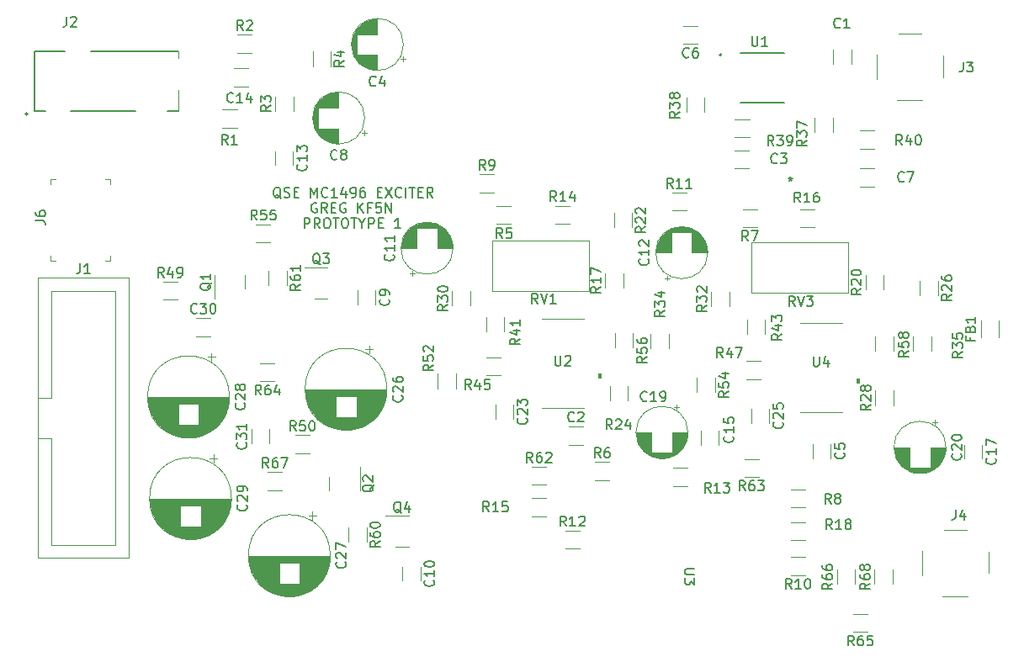
<source format=gto>
G04 #@! TF.GenerationSoftware,KiCad,Pcbnew,6.0.9-8da3e8f707~117~ubuntu20.04.1*
G04 #@! TF.CreationDate,2022-12-08T18:46:39-05:00*
G04 #@! TF.ProjectId,sdt_qse_1496,7364745f-7173-4655-9f31-3439362e6b69,1.0*
G04 #@! TF.SameCoordinates,Original*
G04 #@! TF.FileFunction,Legend,Top*
G04 #@! TF.FilePolarity,Positive*
%FSLAX46Y46*%
G04 Gerber Fmt 4.6, Leading zero omitted, Abs format (unit mm)*
G04 Created by KiCad (PCBNEW 6.0.9-8da3e8f707~117~ubuntu20.04.1) date 2022-12-08 18:46:39*
%MOMM*%
%LPD*%
G01*
G04 APERTURE LIST*
%ADD10C,0.150000*%
%ADD11C,0.120000*%
%ADD12C,0.100000*%
%ADD13C,0.127000*%
%ADD14C,0.200000*%
G04 APERTURE END LIST*
D10*
X122510476Y-92282380D02*
X122510476Y-91282380D01*
X122891428Y-91282380D01*
X122986666Y-91330000D01*
X123034285Y-91377619D01*
X123081904Y-91472857D01*
X123081904Y-91615714D01*
X123034285Y-91710952D01*
X122986666Y-91758571D01*
X122891428Y-91806190D01*
X122510476Y-91806190D01*
X124081904Y-92282380D02*
X123748571Y-91806190D01*
X123510476Y-92282380D02*
X123510476Y-91282380D01*
X123891428Y-91282380D01*
X123986666Y-91330000D01*
X124034285Y-91377619D01*
X124081904Y-91472857D01*
X124081904Y-91615714D01*
X124034285Y-91710952D01*
X123986666Y-91758571D01*
X123891428Y-91806190D01*
X123510476Y-91806190D01*
X124700952Y-91282380D02*
X124891428Y-91282380D01*
X124986666Y-91330000D01*
X125081904Y-91425238D01*
X125129523Y-91615714D01*
X125129523Y-91949047D01*
X125081904Y-92139523D01*
X124986666Y-92234761D01*
X124891428Y-92282380D01*
X124700952Y-92282380D01*
X124605714Y-92234761D01*
X124510476Y-92139523D01*
X124462857Y-91949047D01*
X124462857Y-91615714D01*
X124510476Y-91425238D01*
X124605714Y-91330000D01*
X124700952Y-91282380D01*
X125415238Y-91282380D02*
X125986666Y-91282380D01*
X125700952Y-92282380D02*
X125700952Y-91282380D01*
X126510476Y-91282380D02*
X126700952Y-91282380D01*
X126796190Y-91330000D01*
X126891428Y-91425238D01*
X126939047Y-91615714D01*
X126939047Y-91949047D01*
X126891428Y-92139523D01*
X126796190Y-92234761D01*
X126700952Y-92282380D01*
X126510476Y-92282380D01*
X126415238Y-92234761D01*
X126320000Y-92139523D01*
X126272380Y-91949047D01*
X126272380Y-91615714D01*
X126320000Y-91425238D01*
X126415238Y-91330000D01*
X126510476Y-91282380D01*
X127224761Y-91282380D02*
X127796190Y-91282380D01*
X127510476Y-92282380D02*
X127510476Y-91282380D01*
X128320000Y-91806190D02*
X128320000Y-92282380D01*
X127986666Y-91282380D02*
X128320000Y-91806190D01*
X128653333Y-91282380D01*
X128986666Y-92282380D02*
X128986666Y-91282380D01*
X129367619Y-91282380D01*
X129462857Y-91330000D01*
X129510476Y-91377619D01*
X129558095Y-91472857D01*
X129558095Y-91615714D01*
X129510476Y-91710952D01*
X129462857Y-91758571D01*
X129367619Y-91806190D01*
X128986666Y-91806190D01*
X129986666Y-91758571D02*
X130320000Y-91758571D01*
X130462857Y-92282380D02*
X129986666Y-92282380D01*
X129986666Y-91282380D01*
X130462857Y-91282380D01*
X132177142Y-92282380D02*
X131605714Y-92282380D01*
X131891428Y-92282380D02*
X131891428Y-91282380D01*
X131796190Y-91425238D01*
X131700952Y-91520476D01*
X131605714Y-91568095D01*
X123750000Y-89790000D02*
X123654761Y-89742380D01*
X123511904Y-89742380D01*
X123369047Y-89790000D01*
X123273809Y-89885238D01*
X123226190Y-89980476D01*
X123178571Y-90170952D01*
X123178571Y-90313809D01*
X123226190Y-90504285D01*
X123273809Y-90599523D01*
X123369047Y-90694761D01*
X123511904Y-90742380D01*
X123607142Y-90742380D01*
X123750000Y-90694761D01*
X123797619Y-90647142D01*
X123797619Y-90313809D01*
X123607142Y-90313809D01*
X124797619Y-90742380D02*
X124464285Y-90266190D01*
X124226190Y-90742380D02*
X124226190Y-89742380D01*
X124607142Y-89742380D01*
X124702380Y-89790000D01*
X124750000Y-89837619D01*
X124797619Y-89932857D01*
X124797619Y-90075714D01*
X124750000Y-90170952D01*
X124702380Y-90218571D01*
X124607142Y-90266190D01*
X124226190Y-90266190D01*
X125226190Y-90218571D02*
X125559523Y-90218571D01*
X125702380Y-90742380D02*
X125226190Y-90742380D01*
X125226190Y-89742380D01*
X125702380Y-89742380D01*
X126654761Y-89790000D02*
X126559523Y-89742380D01*
X126416666Y-89742380D01*
X126273809Y-89790000D01*
X126178571Y-89885238D01*
X126130952Y-89980476D01*
X126083333Y-90170952D01*
X126083333Y-90313809D01*
X126130952Y-90504285D01*
X126178571Y-90599523D01*
X126273809Y-90694761D01*
X126416666Y-90742380D01*
X126511904Y-90742380D01*
X126654761Y-90694761D01*
X126702380Y-90647142D01*
X126702380Y-90313809D01*
X126511904Y-90313809D01*
X127892857Y-90742380D02*
X127892857Y-89742380D01*
X128464285Y-90742380D02*
X128035714Y-90170952D01*
X128464285Y-89742380D02*
X127892857Y-90313809D01*
X129226190Y-90218571D02*
X128892857Y-90218571D01*
X128892857Y-90742380D02*
X128892857Y-89742380D01*
X129369047Y-89742380D01*
X130226190Y-89742380D02*
X129750000Y-89742380D01*
X129702380Y-90218571D01*
X129750000Y-90170952D01*
X129845238Y-90123333D01*
X130083333Y-90123333D01*
X130178571Y-90170952D01*
X130226190Y-90218571D01*
X130273809Y-90313809D01*
X130273809Y-90551904D01*
X130226190Y-90647142D01*
X130178571Y-90694761D01*
X130083333Y-90742380D01*
X129845238Y-90742380D01*
X129750000Y-90694761D01*
X129702380Y-90647142D01*
X130702380Y-90742380D02*
X130702380Y-89742380D01*
X131273809Y-90742380D01*
X131273809Y-89742380D01*
X120144285Y-89287619D02*
X120049047Y-89240000D01*
X119953809Y-89144761D01*
X119810952Y-89001904D01*
X119715714Y-88954285D01*
X119620476Y-88954285D01*
X119668095Y-89192380D02*
X119572857Y-89144761D01*
X119477619Y-89049523D01*
X119430000Y-88859047D01*
X119430000Y-88525714D01*
X119477619Y-88335238D01*
X119572857Y-88240000D01*
X119668095Y-88192380D01*
X119858571Y-88192380D01*
X119953809Y-88240000D01*
X120049047Y-88335238D01*
X120096666Y-88525714D01*
X120096666Y-88859047D01*
X120049047Y-89049523D01*
X119953809Y-89144761D01*
X119858571Y-89192380D01*
X119668095Y-89192380D01*
X120477619Y-89144761D02*
X120620476Y-89192380D01*
X120858571Y-89192380D01*
X120953809Y-89144761D01*
X121001428Y-89097142D01*
X121049047Y-89001904D01*
X121049047Y-88906666D01*
X121001428Y-88811428D01*
X120953809Y-88763809D01*
X120858571Y-88716190D01*
X120668095Y-88668571D01*
X120572857Y-88620952D01*
X120525238Y-88573333D01*
X120477619Y-88478095D01*
X120477619Y-88382857D01*
X120525238Y-88287619D01*
X120572857Y-88240000D01*
X120668095Y-88192380D01*
X120906190Y-88192380D01*
X121049047Y-88240000D01*
X121477619Y-88668571D02*
X121810952Y-88668571D01*
X121953809Y-89192380D02*
X121477619Y-89192380D01*
X121477619Y-88192380D01*
X121953809Y-88192380D01*
X123144285Y-89192380D02*
X123144285Y-88192380D01*
X123477619Y-88906666D01*
X123810952Y-88192380D01*
X123810952Y-89192380D01*
X124858571Y-89097142D02*
X124810952Y-89144761D01*
X124668095Y-89192380D01*
X124572857Y-89192380D01*
X124430000Y-89144761D01*
X124334761Y-89049523D01*
X124287142Y-88954285D01*
X124239523Y-88763809D01*
X124239523Y-88620952D01*
X124287142Y-88430476D01*
X124334761Y-88335238D01*
X124430000Y-88240000D01*
X124572857Y-88192380D01*
X124668095Y-88192380D01*
X124810952Y-88240000D01*
X124858571Y-88287619D01*
X125810952Y-89192380D02*
X125239523Y-89192380D01*
X125525238Y-89192380D02*
X125525238Y-88192380D01*
X125430000Y-88335238D01*
X125334761Y-88430476D01*
X125239523Y-88478095D01*
X126668095Y-88525714D02*
X126668095Y-89192380D01*
X126430000Y-88144761D02*
X126191904Y-88859047D01*
X126810952Y-88859047D01*
X127239523Y-89192380D02*
X127430000Y-89192380D01*
X127525238Y-89144761D01*
X127572857Y-89097142D01*
X127668095Y-88954285D01*
X127715714Y-88763809D01*
X127715714Y-88382857D01*
X127668095Y-88287619D01*
X127620476Y-88240000D01*
X127525238Y-88192380D01*
X127334761Y-88192380D01*
X127239523Y-88240000D01*
X127191904Y-88287619D01*
X127144285Y-88382857D01*
X127144285Y-88620952D01*
X127191904Y-88716190D01*
X127239523Y-88763809D01*
X127334761Y-88811428D01*
X127525238Y-88811428D01*
X127620476Y-88763809D01*
X127668095Y-88716190D01*
X127715714Y-88620952D01*
X128572857Y-88192380D02*
X128382380Y-88192380D01*
X128287142Y-88240000D01*
X128239523Y-88287619D01*
X128144285Y-88430476D01*
X128096666Y-88620952D01*
X128096666Y-89001904D01*
X128144285Y-89097142D01*
X128191904Y-89144761D01*
X128287142Y-89192380D01*
X128477619Y-89192380D01*
X128572857Y-89144761D01*
X128620476Y-89097142D01*
X128668095Y-89001904D01*
X128668095Y-88763809D01*
X128620476Y-88668571D01*
X128572857Y-88620952D01*
X128477619Y-88573333D01*
X128287142Y-88573333D01*
X128191904Y-88620952D01*
X128144285Y-88668571D01*
X128096666Y-88763809D01*
X129858571Y-88668571D02*
X130191904Y-88668571D01*
X130334761Y-89192380D02*
X129858571Y-89192380D01*
X129858571Y-88192380D01*
X130334761Y-88192380D01*
X130668095Y-88192380D02*
X131334761Y-89192380D01*
X131334761Y-88192380D02*
X130668095Y-89192380D01*
X132287142Y-89097142D02*
X132239523Y-89144761D01*
X132096666Y-89192380D01*
X132001428Y-89192380D01*
X131858571Y-89144761D01*
X131763333Y-89049523D01*
X131715714Y-88954285D01*
X131668095Y-88763809D01*
X131668095Y-88620952D01*
X131715714Y-88430476D01*
X131763333Y-88335238D01*
X131858571Y-88240000D01*
X132001428Y-88192380D01*
X132096666Y-88192380D01*
X132239523Y-88240000D01*
X132287142Y-88287619D01*
X132715714Y-89192380D02*
X132715714Y-88192380D01*
X133049047Y-88192380D02*
X133620476Y-88192380D01*
X133334761Y-89192380D02*
X133334761Y-88192380D01*
X133953809Y-88668571D02*
X134287142Y-88668571D01*
X134430000Y-89192380D02*
X133953809Y-89192380D01*
X133953809Y-88192380D01*
X134430000Y-88192380D01*
X135430000Y-89192380D02*
X135096666Y-88716190D01*
X134858571Y-89192380D02*
X134858571Y-88192380D01*
X135239523Y-88192380D01*
X135334761Y-88240000D01*
X135382380Y-88287619D01*
X135430000Y-88382857D01*
X135430000Y-88525714D01*
X135382380Y-88620952D01*
X135334761Y-88668571D01*
X135239523Y-88716190D01*
X134858571Y-88716190D01*
X115327142Y-79557142D02*
X115279523Y-79604761D01*
X115136666Y-79652380D01*
X115041428Y-79652380D01*
X114898571Y-79604761D01*
X114803333Y-79509523D01*
X114755714Y-79414285D01*
X114708095Y-79223809D01*
X114708095Y-79080952D01*
X114755714Y-78890476D01*
X114803333Y-78795238D01*
X114898571Y-78700000D01*
X115041428Y-78652380D01*
X115136666Y-78652380D01*
X115279523Y-78700000D01*
X115327142Y-78747619D01*
X116279523Y-79652380D02*
X115708095Y-79652380D01*
X115993809Y-79652380D02*
X115993809Y-78652380D01*
X115898571Y-78795238D01*
X115803333Y-78890476D01*
X115708095Y-78938095D01*
X117136666Y-78985714D02*
X117136666Y-79652380D01*
X116898571Y-78604761D02*
X116660476Y-79319047D01*
X117279523Y-79319047D01*
X122667142Y-85882857D02*
X122714761Y-85930476D01*
X122762380Y-86073333D01*
X122762380Y-86168571D01*
X122714761Y-86311428D01*
X122619523Y-86406666D01*
X122524285Y-86454285D01*
X122333809Y-86501904D01*
X122190952Y-86501904D01*
X122000476Y-86454285D01*
X121905238Y-86406666D01*
X121810000Y-86311428D01*
X121762380Y-86168571D01*
X121762380Y-86073333D01*
X121810000Y-85930476D01*
X121857619Y-85882857D01*
X122762380Y-84930476D02*
X122762380Y-85501904D01*
X122762380Y-85216190D02*
X121762380Y-85216190D01*
X121905238Y-85311428D01*
X122000476Y-85406666D01*
X122048095Y-85501904D01*
X121762380Y-84597142D02*
X121762380Y-83978095D01*
X122143333Y-84311428D01*
X122143333Y-84168571D01*
X122190952Y-84073333D01*
X122238571Y-84025714D01*
X122333809Y-83978095D01*
X122571904Y-83978095D01*
X122667142Y-84025714D01*
X122714761Y-84073333D01*
X122762380Y-84168571D01*
X122762380Y-84454285D01*
X122714761Y-84549523D01*
X122667142Y-84597142D01*
X175607142Y-122592380D02*
X175273809Y-122116190D01*
X175035714Y-122592380D02*
X175035714Y-121592380D01*
X175416666Y-121592380D01*
X175511904Y-121640000D01*
X175559523Y-121687619D01*
X175607142Y-121782857D01*
X175607142Y-121925714D01*
X175559523Y-122020952D01*
X175511904Y-122068571D01*
X175416666Y-122116190D01*
X175035714Y-122116190D01*
X176559523Y-122592380D02*
X175988095Y-122592380D01*
X176273809Y-122592380D02*
X176273809Y-121592380D01*
X176178571Y-121735238D01*
X176083333Y-121830476D01*
X175988095Y-121878095D01*
X177130952Y-122020952D02*
X177035714Y-121973333D01*
X176988095Y-121925714D01*
X176940476Y-121830476D01*
X176940476Y-121782857D01*
X176988095Y-121687619D01*
X177035714Y-121640000D01*
X177130952Y-121592380D01*
X177321428Y-121592380D01*
X177416666Y-121640000D01*
X177464285Y-121687619D01*
X177511904Y-121782857D01*
X177511904Y-121830476D01*
X177464285Y-121925714D01*
X177416666Y-121973333D01*
X177321428Y-122020952D01*
X177130952Y-122020952D01*
X177035714Y-122068571D01*
X176988095Y-122116190D01*
X176940476Y-122211428D01*
X176940476Y-122401904D01*
X176988095Y-122497142D01*
X177035714Y-122544761D01*
X177130952Y-122592380D01*
X177321428Y-122592380D01*
X177416666Y-122544761D01*
X177464285Y-122497142D01*
X177511904Y-122401904D01*
X177511904Y-122211428D01*
X177464285Y-122116190D01*
X177416666Y-122068571D01*
X177321428Y-122020952D01*
X141087142Y-120812380D02*
X140753809Y-120336190D01*
X140515714Y-120812380D02*
X140515714Y-119812380D01*
X140896666Y-119812380D01*
X140991904Y-119860000D01*
X141039523Y-119907619D01*
X141087142Y-120002857D01*
X141087142Y-120145714D01*
X141039523Y-120240952D01*
X140991904Y-120288571D01*
X140896666Y-120336190D01*
X140515714Y-120336190D01*
X142039523Y-120812380D02*
X141468095Y-120812380D01*
X141753809Y-120812380D02*
X141753809Y-119812380D01*
X141658571Y-119955238D01*
X141563333Y-120050476D01*
X141468095Y-120098095D01*
X142944285Y-119812380D02*
X142468095Y-119812380D01*
X142420476Y-120288571D01*
X142468095Y-120240952D01*
X142563333Y-120193333D01*
X142801428Y-120193333D01*
X142896666Y-120240952D01*
X142944285Y-120288571D01*
X142991904Y-120383809D01*
X142991904Y-120621904D01*
X142944285Y-120717142D01*
X142896666Y-120764761D01*
X142801428Y-120812380D01*
X142563333Y-120812380D01*
X142468095Y-120764761D01*
X142420476Y-120717142D01*
X163387142Y-118902380D02*
X163053809Y-118426190D01*
X162815714Y-118902380D02*
X162815714Y-117902380D01*
X163196666Y-117902380D01*
X163291904Y-117950000D01*
X163339523Y-117997619D01*
X163387142Y-118092857D01*
X163387142Y-118235714D01*
X163339523Y-118330952D01*
X163291904Y-118378571D01*
X163196666Y-118426190D01*
X162815714Y-118426190D01*
X164339523Y-118902380D02*
X163768095Y-118902380D01*
X164053809Y-118902380D02*
X164053809Y-117902380D01*
X163958571Y-118045238D01*
X163863333Y-118140476D01*
X163768095Y-118188095D01*
X164672857Y-117902380D02*
X165291904Y-117902380D01*
X164958571Y-118283333D01*
X165101428Y-118283333D01*
X165196666Y-118330952D01*
X165244285Y-118378571D01*
X165291904Y-118473809D01*
X165291904Y-118711904D01*
X165244285Y-118807142D01*
X165196666Y-118854761D01*
X165101428Y-118902380D01*
X164815714Y-118902380D01*
X164720476Y-118854761D01*
X164672857Y-118807142D01*
X99936666Y-95852380D02*
X99936666Y-96566666D01*
X99889047Y-96709523D01*
X99793809Y-96804761D01*
X99650952Y-96852380D01*
X99555714Y-96852380D01*
X100936666Y-96852380D02*
X100365238Y-96852380D01*
X100650952Y-96852380D02*
X100650952Y-95852380D01*
X100555714Y-95995238D01*
X100460476Y-96090476D01*
X100365238Y-96138095D01*
X147738095Y-105127380D02*
X147738095Y-105936904D01*
X147785714Y-106032142D01*
X147833333Y-106079761D01*
X147928571Y-106127380D01*
X148119047Y-106127380D01*
X148214285Y-106079761D01*
X148261904Y-106032142D01*
X148309523Y-105936904D01*
X148309523Y-105127380D01*
X148738095Y-105222619D02*
X148785714Y-105175000D01*
X148880952Y-105127380D01*
X149119047Y-105127380D01*
X149214285Y-105175000D01*
X149261904Y-105222619D01*
X149309523Y-105317857D01*
X149309523Y-105413095D01*
X149261904Y-105555952D01*
X148690476Y-106127380D01*
X149309523Y-106127380D01*
X173052380Y-83442857D02*
X172576190Y-83776190D01*
X173052380Y-84014285D02*
X172052380Y-84014285D01*
X172052380Y-83633333D01*
X172100000Y-83538095D01*
X172147619Y-83490476D01*
X172242857Y-83442857D01*
X172385714Y-83442857D01*
X172480952Y-83490476D01*
X172528571Y-83538095D01*
X172576190Y-83633333D01*
X172576190Y-84014285D01*
X172052380Y-83109523D02*
X172052380Y-82490476D01*
X172433333Y-82823809D01*
X172433333Y-82680952D01*
X172480952Y-82585714D01*
X172528571Y-82538095D01*
X172623809Y-82490476D01*
X172861904Y-82490476D01*
X172957142Y-82538095D01*
X173004761Y-82585714D01*
X173052380Y-82680952D01*
X173052380Y-82966666D01*
X173004761Y-83061904D01*
X172957142Y-83109523D01*
X172052380Y-82157142D02*
X172052380Y-81490476D01*
X173052380Y-81919047D01*
X148832142Y-122282380D02*
X148498809Y-121806190D01*
X148260714Y-122282380D02*
X148260714Y-121282380D01*
X148641666Y-121282380D01*
X148736904Y-121330000D01*
X148784523Y-121377619D01*
X148832142Y-121472857D01*
X148832142Y-121615714D01*
X148784523Y-121710952D01*
X148736904Y-121758571D01*
X148641666Y-121806190D01*
X148260714Y-121806190D01*
X149784523Y-122282380D02*
X149213095Y-122282380D01*
X149498809Y-122282380D02*
X149498809Y-121282380D01*
X149403571Y-121425238D01*
X149308333Y-121520476D01*
X149213095Y-121568095D01*
X150165476Y-121377619D02*
X150213095Y-121330000D01*
X150308333Y-121282380D01*
X150546428Y-121282380D01*
X150641666Y-121330000D01*
X150689285Y-121377619D01*
X150736904Y-121472857D01*
X150736904Y-121568095D01*
X150689285Y-121710952D01*
X150117857Y-122282380D01*
X150736904Y-122282380D01*
X167538095Y-72977380D02*
X167538095Y-73786904D01*
X167585714Y-73882142D01*
X167633333Y-73929761D01*
X167728571Y-73977380D01*
X167919047Y-73977380D01*
X168014285Y-73929761D01*
X168061904Y-73882142D01*
X168109523Y-73786904D01*
X168109523Y-72977380D01*
X169109523Y-73977380D02*
X168538095Y-73977380D01*
X168823809Y-73977380D02*
X168823809Y-72977380D01*
X168728571Y-73120238D01*
X168633333Y-73215476D01*
X168538095Y-73263095D01*
X162982380Y-100042857D02*
X162506190Y-100376190D01*
X162982380Y-100614285D02*
X161982380Y-100614285D01*
X161982380Y-100233333D01*
X162030000Y-100138095D01*
X162077619Y-100090476D01*
X162172857Y-100042857D01*
X162315714Y-100042857D01*
X162410952Y-100090476D01*
X162458571Y-100138095D01*
X162506190Y-100233333D01*
X162506190Y-100614285D01*
X161982380Y-99709523D02*
X161982380Y-99090476D01*
X162363333Y-99423809D01*
X162363333Y-99280952D01*
X162410952Y-99185714D01*
X162458571Y-99138095D01*
X162553809Y-99090476D01*
X162791904Y-99090476D01*
X162887142Y-99138095D01*
X162934761Y-99185714D01*
X162982380Y-99280952D01*
X162982380Y-99566666D01*
X162934761Y-99661904D01*
X162887142Y-99709523D01*
X162077619Y-98709523D02*
X162030000Y-98661904D01*
X161982380Y-98566666D01*
X161982380Y-98328571D01*
X162030000Y-98233333D01*
X162077619Y-98185714D01*
X162172857Y-98138095D01*
X162268095Y-98138095D01*
X162410952Y-98185714D01*
X162982380Y-98757142D01*
X162982380Y-98138095D01*
X161203333Y-75032142D02*
X161155714Y-75079761D01*
X161012857Y-75127380D01*
X160917619Y-75127380D01*
X160774761Y-75079761D01*
X160679523Y-74984523D01*
X160631904Y-74889285D01*
X160584285Y-74698809D01*
X160584285Y-74555952D01*
X160631904Y-74365476D01*
X160679523Y-74270238D01*
X160774761Y-74175000D01*
X160917619Y-74127380D01*
X161012857Y-74127380D01*
X161155714Y-74175000D01*
X161203333Y-74222619D01*
X162060476Y-74127380D02*
X161870000Y-74127380D01*
X161774761Y-74175000D01*
X161727142Y-74222619D01*
X161631904Y-74365476D01*
X161584285Y-74555952D01*
X161584285Y-74936904D01*
X161631904Y-75032142D01*
X161679523Y-75079761D01*
X161774761Y-75127380D01*
X161965238Y-75127380D01*
X162060476Y-75079761D01*
X162108095Y-75032142D01*
X162155714Y-74936904D01*
X162155714Y-74698809D01*
X162108095Y-74603571D01*
X162060476Y-74555952D01*
X161965238Y-74508333D01*
X161774761Y-74508333D01*
X161679523Y-74555952D01*
X161631904Y-74603571D01*
X161584285Y-74698809D01*
X183302380Y-104667857D02*
X182826190Y-105001190D01*
X183302380Y-105239285D02*
X182302380Y-105239285D01*
X182302380Y-104858333D01*
X182350000Y-104763095D01*
X182397619Y-104715476D01*
X182492857Y-104667857D01*
X182635714Y-104667857D01*
X182730952Y-104715476D01*
X182778571Y-104763095D01*
X182826190Y-104858333D01*
X182826190Y-105239285D01*
X182302380Y-103763095D02*
X182302380Y-104239285D01*
X182778571Y-104286904D01*
X182730952Y-104239285D01*
X182683333Y-104144047D01*
X182683333Y-103905952D01*
X182730952Y-103810714D01*
X182778571Y-103763095D01*
X182873809Y-103715476D01*
X183111904Y-103715476D01*
X183207142Y-103763095D01*
X183254761Y-103810714D01*
X183302380Y-103905952D01*
X183302380Y-104144047D01*
X183254761Y-104239285D01*
X183207142Y-104286904D01*
X182730952Y-103144047D02*
X182683333Y-103239285D01*
X182635714Y-103286904D01*
X182540476Y-103334523D01*
X182492857Y-103334523D01*
X182397619Y-103286904D01*
X182350000Y-103239285D01*
X182302380Y-103144047D01*
X182302380Y-102953571D01*
X182350000Y-102858333D01*
X182397619Y-102810714D01*
X182492857Y-102763095D01*
X182540476Y-102763095D01*
X182635714Y-102810714D01*
X182683333Y-102858333D01*
X182730952Y-102953571D01*
X182730952Y-103144047D01*
X182778571Y-103239285D01*
X182826190Y-103286904D01*
X182921428Y-103334523D01*
X183111904Y-103334523D01*
X183207142Y-103286904D01*
X183254761Y-103239285D01*
X183302380Y-103144047D01*
X183302380Y-102953571D01*
X183254761Y-102858333D01*
X183207142Y-102810714D01*
X183111904Y-102763095D01*
X182921428Y-102763095D01*
X182826190Y-102810714D01*
X182778571Y-102858333D01*
X182730952Y-102953571D01*
X182657142Y-83902380D02*
X182323809Y-83426190D01*
X182085714Y-83902380D02*
X182085714Y-82902380D01*
X182466666Y-82902380D01*
X182561904Y-82950000D01*
X182609523Y-82997619D01*
X182657142Y-83092857D01*
X182657142Y-83235714D01*
X182609523Y-83330952D01*
X182561904Y-83378571D01*
X182466666Y-83426190D01*
X182085714Y-83426190D01*
X183514285Y-83235714D02*
X183514285Y-83902380D01*
X183276190Y-82854761D02*
X183038095Y-83569047D01*
X183657142Y-83569047D01*
X184228571Y-82902380D02*
X184323809Y-82902380D01*
X184419047Y-82950000D01*
X184466666Y-82997619D01*
X184514285Y-83092857D01*
X184561904Y-83283333D01*
X184561904Y-83521428D01*
X184514285Y-83711904D01*
X184466666Y-83807142D01*
X184419047Y-83854761D01*
X184323809Y-83902380D01*
X184228571Y-83902380D01*
X184133333Y-83854761D01*
X184085714Y-83807142D01*
X184038095Y-83711904D01*
X183990476Y-83521428D01*
X183990476Y-83283333D01*
X184038095Y-83092857D01*
X184085714Y-82997619D01*
X184133333Y-82950000D01*
X184228571Y-82902380D01*
X132254761Y-120947619D02*
X132159523Y-120900000D01*
X132064285Y-120804761D01*
X131921428Y-120661904D01*
X131826190Y-120614285D01*
X131730952Y-120614285D01*
X131778571Y-120852380D02*
X131683333Y-120804761D01*
X131588095Y-120709523D01*
X131540476Y-120519047D01*
X131540476Y-120185714D01*
X131588095Y-119995238D01*
X131683333Y-119900000D01*
X131778571Y-119852380D01*
X131969047Y-119852380D01*
X132064285Y-119900000D01*
X132159523Y-119995238D01*
X132207142Y-120185714D01*
X132207142Y-120519047D01*
X132159523Y-120709523D01*
X132064285Y-120804761D01*
X131969047Y-120852380D01*
X131778571Y-120852380D01*
X133064285Y-120185714D02*
X133064285Y-120852380D01*
X132826190Y-119804761D02*
X132588095Y-120519047D01*
X133207142Y-120519047D01*
X114793333Y-83872380D02*
X114460000Y-83396190D01*
X114221904Y-83872380D02*
X114221904Y-82872380D01*
X114602857Y-82872380D01*
X114698095Y-82920000D01*
X114745714Y-82967619D01*
X114793333Y-83062857D01*
X114793333Y-83205714D01*
X114745714Y-83300952D01*
X114698095Y-83348571D01*
X114602857Y-83396190D01*
X114221904Y-83396190D01*
X115745714Y-83872380D02*
X115174285Y-83872380D01*
X115460000Y-83872380D02*
X115460000Y-82872380D01*
X115364761Y-83015238D01*
X115269523Y-83110476D01*
X115174285Y-83158095D01*
X152308333Y-115382380D02*
X151975000Y-114906190D01*
X151736904Y-115382380D02*
X151736904Y-114382380D01*
X152117857Y-114382380D01*
X152213095Y-114430000D01*
X152260714Y-114477619D01*
X152308333Y-114572857D01*
X152308333Y-114715714D01*
X152260714Y-114810952D01*
X152213095Y-114858571D01*
X152117857Y-114906190D01*
X151736904Y-114906190D01*
X153165476Y-114382380D02*
X152975000Y-114382380D01*
X152879761Y-114430000D01*
X152832142Y-114477619D01*
X152736904Y-114620476D01*
X152689285Y-114810952D01*
X152689285Y-115191904D01*
X152736904Y-115287142D01*
X152784523Y-115334761D01*
X152879761Y-115382380D01*
X153070238Y-115382380D01*
X153165476Y-115334761D01*
X153213095Y-115287142D01*
X153260714Y-115191904D01*
X153260714Y-114953809D01*
X153213095Y-114858571D01*
X153165476Y-114810952D01*
X153070238Y-114763333D01*
X152879761Y-114763333D01*
X152784523Y-114810952D01*
X152736904Y-114858571D01*
X152689285Y-114953809D01*
X188041666Y-120652380D02*
X188041666Y-121366666D01*
X187994047Y-121509523D01*
X187898809Y-121604761D01*
X187755952Y-121652380D01*
X187660714Y-121652380D01*
X188946428Y-120985714D02*
X188946428Y-121652380D01*
X188708333Y-120604761D02*
X188470238Y-121319047D01*
X189089285Y-121319047D01*
X126522380Y-75416666D02*
X126046190Y-75750000D01*
X126522380Y-75988095D02*
X125522380Y-75988095D01*
X125522380Y-75607142D01*
X125570000Y-75511904D01*
X125617619Y-75464285D01*
X125712857Y-75416666D01*
X125855714Y-75416666D01*
X125950952Y-75464285D01*
X125998571Y-75511904D01*
X126046190Y-75607142D01*
X126046190Y-75988095D01*
X125855714Y-74559523D02*
X126522380Y-74559523D01*
X125474761Y-74797619D02*
X126189047Y-75035714D01*
X126189047Y-74416666D01*
X126607142Y-125892857D02*
X126654761Y-125940476D01*
X126702380Y-126083333D01*
X126702380Y-126178571D01*
X126654761Y-126321428D01*
X126559523Y-126416666D01*
X126464285Y-126464285D01*
X126273809Y-126511904D01*
X126130952Y-126511904D01*
X125940476Y-126464285D01*
X125845238Y-126416666D01*
X125750000Y-126321428D01*
X125702380Y-126178571D01*
X125702380Y-126083333D01*
X125750000Y-125940476D01*
X125797619Y-125892857D01*
X125797619Y-125511904D02*
X125750000Y-125464285D01*
X125702380Y-125369047D01*
X125702380Y-125130952D01*
X125750000Y-125035714D01*
X125797619Y-124988095D01*
X125892857Y-124940476D01*
X125988095Y-124940476D01*
X126130952Y-124988095D01*
X126702380Y-125559523D01*
X126702380Y-124940476D01*
X125702380Y-124607142D02*
X125702380Y-123940476D01*
X126702380Y-124369047D01*
X135477380Y-106042857D02*
X135001190Y-106376190D01*
X135477380Y-106614285D02*
X134477380Y-106614285D01*
X134477380Y-106233333D01*
X134525000Y-106138095D01*
X134572619Y-106090476D01*
X134667857Y-106042857D01*
X134810714Y-106042857D01*
X134905952Y-106090476D01*
X134953571Y-106138095D01*
X135001190Y-106233333D01*
X135001190Y-106614285D01*
X134477380Y-105138095D02*
X134477380Y-105614285D01*
X134953571Y-105661904D01*
X134905952Y-105614285D01*
X134858333Y-105519047D01*
X134858333Y-105280952D01*
X134905952Y-105185714D01*
X134953571Y-105138095D01*
X135048809Y-105090476D01*
X135286904Y-105090476D01*
X135382142Y-105138095D01*
X135429761Y-105185714D01*
X135477380Y-105280952D01*
X135477380Y-105519047D01*
X135429761Y-105614285D01*
X135382142Y-105661904D01*
X134572619Y-104709523D02*
X134525000Y-104661904D01*
X134477380Y-104566666D01*
X134477380Y-104328571D01*
X134525000Y-104233333D01*
X134572619Y-104185714D01*
X134667857Y-104138095D01*
X134763095Y-104138095D01*
X134905952Y-104185714D01*
X135477380Y-104757142D01*
X135477380Y-104138095D01*
X188791666Y-75564380D02*
X188791666Y-76278666D01*
X188744047Y-76421523D01*
X188648809Y-76516761D01*
X188505952Y-76564380D01*
X188410714Y-76564380D01*
X189172619Y-75564380D02*
X189791666Y-75564380D01*
X189458333Y-75945333D01*
X189601190Y-75945333D01*
X189696428Y-75992952D01*
X189744047Y-76040571D01*
X189791666Y-76135809D01*
X189791666Y-76373904D01*
X189744047Y-76469142D01*
X189696428Y-76516761D01*
X189601190Y-76564380D01*
X189315476Y-76564380D01*
X189220238Y-76516761D01*
X189172619Y-76469142D01*
X113147619Y-97795238D02*
X113100000Y-97890476D01*
X113004761Y-97985714D01*
X112861904Y-98128571D01*
X112814285Y-98223809D01*
X112814285Y-98319047D01*
X113052380Y-98271428D02*
X113004761Y-98366666D01*
X112909523Y-98461904D01*
X112719047Y-98509523D01*
X112385714Y-98509523D01*
X112195238Y-98461904D01*
X112100000Y-98366666D01*
X112052380Y-98271428D01*
X112052380Y-98080952D01*
X112100000Y-97985714D01*
X112195238Y-97890476D01*
X112385714Y-97842857D01*
X112719047Y-97842857D01*
X112909523Y-97890476D01*
X113004761Y-97985714D01*
X113052380Y-98080952D01*
X113052380Y-98271428D01*
X113052380Y-96890476D02*
X113052380Y-97461904D01*
X113052380Y-97176190D02*
X112052380Y-97176190D01*
X112195238Y-97271428D01*
X112290476Y-97366666D01*
X112338095Y-97461904D01*
X144832142Y-111417857D02*
X144879761Y-111465476D01*
X144927380Y-111608333D01*
X144927380Y-111703571D01*
X144879761Y-111846428D01*
X144784523Y-111941666D01*
X144689285Y-111989285D01*
X144498809Y-112036904D01*
X144355952Y-112036904D01*
X144165476Y-111989285D01*
X144070238Y-111941666D01*
X143975000Y-111846428D01*
X143927380Y-111703571D01*
X143927380Y-111608333D01*
X143975000Y-111465476D01*
X144022619Y-111417857D01*
X144022619Y-111036904D02*
X143975000Y-110989285D01*
X143927380Y-110894047D01*
X143927380Y-110655952D01*
X143975000Y-110560714D01*
X144022619Y-110513095D01*
X144117857Y-110465476D01*
X144213095Y-110465476D01*
X144355952Y-110513095D01*
X144927380Y-111084523D01*
X144927380Y-110465476D01*
X143927380Y-110132142D02*
X143927380Y-109513095D01*
X144308333Y-109846428D01*
X144308333Y-109703571D01*
X144355952Y-109608333D01*
X144403571Y-109560714D01*
X144498809Y-109513095D01*
X144736904Y-109513095D01*
X144832142Y-109560714D01*
X144879761Y-109608333D01*
X144927380Y-109703571D01*
X144927380Y-109989285D01*
X144879761Y-110084523D01*
X144832142Y-110132142D01*
X145482142Y-115857380D02*
X145148809Y-115381190D01*
X144910714Y-115857380D02*
X144910714Y-114857380D01*
X145291666Y-114857380D01*
X145386904Y-114905000D01*
X145434523Y-114952619D01*
X145482142Y-115047857D01*
X145482142Y-115190714D01*
X145434523Y-115285952D01*
X145386904Y-115333571D01*
X145291666Y-115381190D01*
X144910714Y-115381190D01*
X146339285Y-114857380D02*
X146148809Y-114857380D01*
X146053571Y-114905000D01*
X146005952Y-114952619D01*
X145910714Y-115095476D01*
X145863095Y-115285952D01*
X145863095Y-115666904D01*
X145910714Y-115762142D01*
X145958333Y-115809761D01*
X146053571Y-115857380D01*
X146244047Y-115857380D01*
X146339285Y-115809761D01*
X146386904Y-115762142D01*
X146434523Y-115666904D01*
X146434523Y-115428809D01*
X146386904Y-115333571D01*
X146339285Y-115285952D01*
X146244047Y-115238333D01*
X146053571Y-115238333D01*
X145958333Y-115285952D01*
X145910714Y-115333571D01*
X145863095Y-115428809D01*
X146815476Y-114952619D02*
X146863095Y-114905000D01*
X146958333Y-114857380D01*
X147196428Y-114857380D01*
X147291666Y-114905000D01*
X147339285Y-114952619D01*
X147386904Y-115047857D01*
X147386904Y-115143095D01*
X147339285Y-115285952D01*
X146767857Y-115857380D01*
X147386904Y-115857380D01*
X170552380Y-102942857D02*
X170076190Y-103276190D01*
X170552380Y-103514285D02*
X169552380Y-103514285D01*
X169552380Y-103133333D01*
X169600000Y-103038095D01*
X169647619Y-102990476D01*
X169742857Y-102942857D01*
X169885714Y-102942857D01*
X169980952Y-102990476D01*
X170028571Y-103038095D01*
X170076190Y-103133333D01*
X170076190Y-103514285D01*
X169885714Y-102085714D02*
X170552380Y-102085714D01*
X169504761Y-102323809D02*
X170219047Y-102561904D01*
X170219047Y-101942857D01*
X169552380Y-101657142D02*
X169552380Y-101038095D01*
X169933333Y-101371428D01*
X169933333Y-101228571D01*
X169980952Y-101133333D01*
X170028571Y-101085714D01*
X170123809Y-101038095D01*
X170361904Y-101038095D01*
X170457142Y-101085714D01*
X170504761Y-101133333D01*
X170552380Y-101228571D01*
X170552380Y-101514285D01*
X170504761Y-101609523D01*
X170457142Y-101657142D01*
X142443333Y-93292380D02*
X142110000Y-92816190D01*
X141871904Y-93292380D02*
X141871904Y-92292380D01*
X142252857Y-92292380D01*
X142348095Y-92340000D01*
X142395714Y-92387619D01*
X142443333Y-92482857D01*
X142443333Y-92625714D01*
X142395714Y-92720952D01*
X142348095Y-92768571D01*
X142252857Y-92816190D01*
X141871904Y-92816190D01*
X143348095Y-92292380D02*
X142871904Y-92292380D01*
X142824285Y-92768571D01*
X142871904Y-92720952D01*
X142967142Y-92673333D01*
X143205238Y-92673333D01*
X143300476Y-92720952D01*
X143348095Y-92768571D01*
X143395714Y-92863809D01*
X143395714Y-93101904D01*
X143348095Y-93197142D01*
X143300476Y-93244761D01*
X143205238Y-93292380D01*
X142967142Y-93292380D01*
X142871904Y-93244761D01*
X142824285Y-93197142D01*
X189528571Y-103283333D02*
X189528571Y-103616666D01*
X190052380Y-103616666D02*
X189052380Y-103616666D01*
X189052380Y-103140476D01*
X189528571Y-102426190D02*
X189576190Y-102283333D01*
X189623809Y-102235714D01*
X189719047Y-102188095D01*
X189861904Y-102188095D01*
X189957142Y-102235714D01*
X190004761Y-102283333D01*
X190052380Y-102378571D01*
X190052380Y-102759523D01*
X189052380Y-102759523D01*
X189052380Y-102426190D01*
X189100000Y-102330952D01*
X189147619Y-102283333D01*
X189242857Y-102235714D01*
X189338095Y-102235714D01*
X189433333Y-102283333D01*
X189480952Y-102330952D01*
X189528571Y-102426190D01*
X189528571Y-102759523D01*
X190052380Y-101235714D02*
X190052380Y-101807142D01*
X190052380Y-101521428D02*
X189052380Y-101521428D01*
X189195238Y-101616666D01*
X189290476Y-101711904D01*
X189338095Y-101807142D01*
X167168333Y-93552380D02*
X166835000Y-93076190D01*
X166596904Y-93552380D02*
X166596904Y-92552380D01*
X166977857Y-92552380D01*
X167073095Y-92600000D01*
X167120714Y-92647619D01*
X167168333Y-92742857D01*
X167168333Y-92885714D01*
X167120714Y-92980952D01*
X167073095Y-93028571D01*
X166977857Y-93076190D01*
X166596904Y-93076190D01*
X167501666Y-92552380D02*
X168168333Y-92552380D01*
X167739761Y-93552380D01*
X118907142Y-116382380D02*
X118573809Y-115906190D01*
X118335714Y-116382380D02*
X118335714Y-115382380D01*
X118716666Y-115382380D01*
X118811904Y-115430000D01*
X118859523Y-115477619D01*
X118907142Y-115572857D01*
X118907142Y-115715714D01*
X118859523Y-115810952D01*
X118811904Y-115858571D01*
X118716666Y-115906190D01*
X118335714Y-115906190D01*
X119764285Y-115382380D02*
X119573809Y-115382380D01*
X119478571Y-115430000D01*
X119430952Y-115477619D01*
X119335714Y-115620476D01*
X119288095Y-115810952D01*
X119288095Y-116191904D01*
X119335714Y-116287142D01*
X119383333Y-116334761D01*
X119478571Y-116382380D01*
X119669047Y-116382380D01*
X119764285Y-116334761D01*
X119811904Y-116287142D01*
X119859523Y-116191904D01*
X119859523Y-115953809D01*
X119811904Y-115858571D01*
X119764285Y-115810952D01*
X119669047Y-115763333D01*
X119478571Y-115763333D01*
X119383333Y-115810952D01*
X119335714Y-115858571D01*
X119288095Y-115953809D01*
X120192857Y-115382380D02*
X120859523Y-115382380D01*
X120430952Y-116382380D01*
X172407142Y-89677380D02*
X172073809Y-89201190D01*
X171835714Y-89677380D02*
X171835714Y-88677380D01*
X172216666Y-88677380D01*
X172311904Y-88725000D01*
X172359523Y-88772619D01*
X172407142Y-88867857D01*
X172407142Y-89010714D01*
X172359523Y-89105952D01*
X172311904Y-89153571D01*
X172216666Y-89201190D01*
X171835714Y-89201190D01*
X173359523Y-89677380D02*
X172788095Y-89677380D01*
X173073809Y-89677380D02*
X173073809Y-88677380D01*
X172978571Y-88820238D01*
X172883333Y-88915476D01*
X172788095Y-88963095D01*
X174216666Y-88677380D02*
X174026190Y-88677380D01*
X173930952Y-88725000D01*
X173883333Y-88772619D01*
X173788095Y-88915476D01*
X173740476Y-89105952D01*
X173740476Y-89486904D01*
X173788095Y-89582142D01*
X173835714Y-89629761D01*
X173930952Y-89677380D01*
X174121428Y-89677380D01*
X174216666Y-89629761D01*
X174264285Y-89582142D01*
X174311904Y-89486904D01*
X174311904Y-89248809D01*
X174264285Y-89153571D01*
X174216666Y-89105952D01*
X174121428Y-89058333D01*
X173930952Y-89058333D01*
X173835714Y-89105952D01*
X173788095Y-89153571D01*
X173740476Y-89248809D01*
X116457142Y-109915206D02*
X116504761Y-109962825D01*
X116552380Y-110105682D01*
X116552380Y-110200920D01*
X116504761Y-110343777D01*
X116409523Y-110439015D01*
X116314285Y-110486634D01*
X116123809Y-110534253D01*
X115980952Y-110534253D01*
X115790476Y-110486634D01*
X115695238Y-110439015D01*
X115600000Y-110343777D01*
X115552380Y-110200920D01*
X115552380Y-110105682D01*
X115600000Y-109962825D01*
X115647619Y-109915206D01*
X115647619Y-109534253D02*
X115600000Y-109486634D01*
X115552380Y-109391396D01*
X115552380Y-109153301D01*
X115600000Y-109058063D01*
X115647619Y-109010444D01*
X115742857Y-108962825D01*
X115838095Y-108962825D01*
X115980952Y-109010444D01*
X116552380Y-109581872D01*
X116552380Y-108962825D01*
X115980952Y-108391396D02*
X115933333Y-108486634D01*
X115885714Y-108534253D01*
X115790476Y-108581872D01*
X115742857Y-108581872D01*
X115647619Y-108534253D01*
X115600000Y-108486634D01*
X115552380Y-108391396D01*
X115552380Y-108200920D01*
X115600000Y-108105682D01*
X115647619Y-108058063D01*
X115742857Y-108010444D01*
X115790476Y-108010444D01*
X115885714Y-108058063D01*
X115933333Y-108105682D01*
X115980952Y-108200920D01*
X115980952Y-108391396D01*
X116028571Y-108486634D01*
X116076190Y-108534253D01*
X116171428Y-108581872D01*
X116361904Y-108581872D01*
X116457142Y-108534253D01*
X116504761Y-108486634D01*
X116552380Y-108391396D01*
X116552380Y-108200920D01*
X116504761Y-108105682D01*
X116457142Y-108058063D01*
X116361904Y-108010444D01*
X116171428Y-108010444D01*
X116076190Y-108058063D01*
X116028571Y-108105682D01*
X115980952Y-108200920D01*
X182858333Y-87532142D02*
X182810714Y-87579761D01*
X182667857Y-87627380D01*
X182572619Y-87627380D01*
X182429761Y-87579761D01*
X182334523Y-87484523D01*
X182286904Y-87389285D01*
X182239285Y-87198809D01*
X182239285Y-87055952D01*
X182286904Y-86865476D01*
X182334523Y-86770238D01*
X182429761Y-86675000D01*
X182572619Y-86627380D01*
X182667857Y-86627380D01*
X182810714Y-86675000D01*
X182858333Y-86722619D01*
X183191666Y-86627380D02*
X183858333Y-86627380D01*
X183429761Y-87627380D01*
X116333333Y-72382380D02*
X116000000Y-71906190D01*
X115761904Y-72382380D02*
X115761904Y-71382380D01*
X116142857Y-71382380D01*
X116238095Y-71430000D01*
X116285714Y-71477619D01*
X116333333Y-71572857D01*
X116333333Y-71715714D01*
X116285714Y-71810952D01*
X116238095Y-71858571D01*
X116142857Y-71906190D01*
X115761904Y-71906190D01*
X116714285Y-71477619D02*
X116761904Y-71430000D01*
X116857142Y-71382380D01*
X117095238Y-71382380D01*
X117190476Y-71430000D01*
X117238095Y-71477619D01*
X117285714Y-71572857D01*
X117285714Y-71668095D01*
X117238095Y-71810952D01*
X116666666Y-72382380D01*
X117285714Y-72382380D01*
X125788446Y-85307142D02*
X125740827Y-85354761D01*
X125597970Y-85402380D01*
X125502732Y-85402380D01*
X125359874Y-85354761D01*
X125264636Y-85259523D01*
X125217017Y-85164285D01*
X125169398Y-84973809D01*
X125169398Y-84830952D01*
X125217017Y-84640476D01*
X125264636Y-84545238D01*
X125359874Y-84450000D01*
X125502732Y-84402380D01*
X125597970Y-84402380D01*
X125740827Y-84450000D01*
X125788446Y-84497619D01*
X126359874Y-84830952D02*
X126264636Y-84783333D01*
X126217017Y-84735714D01*
X126169398Y-84640476D01*
X126169398Y-84592857D01*
X126217017Y-84497619D01*
X126264636Y-84450000D01*
X126359874Y-84402380D01*
X126550351Y-84402380D01*
X126645589Y-84450000D01*
X126693208Y-84497619D01*
X126740827Y-84592857D01*
X126740827Y-84640476D01*
X126693208Y-84735714D01*
X126645589Y-84783333D01*
X126550351Y-84830952D01*
X126359874Y-84830952D01*
X126264636Y-84878571D01*
X126217017Y-84926190D01*
X126169398Y-85021428D01*
X126169398Y-85211904D01*
X126217017Y-85307142D01*
X126264636Y-85354761D01*
X126359874Y-85402380D01*
X126550351Y-85402380D01*
X126645589Y-85354761D01*
X126693208Y-85307142D01*
X126740827Y-85211904D01*
X126740827Y-85021428D01*
X126693208Y-84926190D01*
X126645589Y-84878571D01*
X126550351Y-84830952D01*
X173738095Y-105202380D02*
X173738095Y-106011904D01*
X173785714Y-106107142D01*
X173833333Y-106154761D01*
X173928571Y-106202380D01*
X174119047Y-106202380D01*
X174214285Y-106154761D01*
X174261904Y-106107142D01*
X174309523Y-106011904D01*
X174309523Y-105202380D01*
X175214285Y-105535714D02*
X175214285Y-106202380D01*
X174976190Y-105154761D02*
X174738095Y-105869047D01*
X175357142Y-105869047D01*
X171418300Y-87090580D02*
X171418300Y-87328676D01*
X171180204Y-87233438D02*
X171418300Y-87328676D01*
X171656395Y-87233438D01*
X171275442Y-87519152D02*
X171418300Y-87328676D01*
X171561157Y-87519152D01*
X147867142Y-89572380D02*
X147533809Y-89096190D01*
X147295714Y-89572380D02*
X147295714Y-88572380D01*
X147676666Y-88572380D01*
X147771904Y-88620000D01*
X147819523Y-88667619D01*
X147867142Y-88762857D01*
X147867142Y-88905714D01*
X147819523Y-89000952D01*
X147771904Y-89048571D01*
X147676666Y-89096190D01*
X147295714Y-89096190D01*
X148819523Y-89572380D02*
X148248095Y-89572380D01*
X148533809Y-89572380D02*
X148533809Y-88572380D01*
X148438571Y-88715238D01*
X148343333Y-88810476D01*
X148248095Y-88858095D01*
X149676666Y-88905714D02*
X149676666Y-89572380D01*
X149438571Y-88524761D02*
X149200476Y-89239047D01*
X149819523Y-89239047D01*
X135482142Y-127717857D02*
X135529761Y-127765476D01*
X135577380Y-127908333D01*
X135577380Y-128003571D01*
X135529761Y-128146428D01*
X135434523Y-128241666D01*
X135339285Y-128289285D01*
X135148809Y-128336904D01*
X135005952Y-128336904D01*
X134815476Y-128289285D01*
X134720238Y-128241666D01*
X134625000Y-128146428D01*
X134577380Y-128003571D01*
X134577380Y-127908333D01*
X134625000Y-127765476D01*
X134672619Y-127717857D01*
X135577380Y-126765476D02*
X135577380Y-127336904D01*
X135577380Y-127051190D02*
X134577380Y-127051190D01*
X134720238Y-127146428D01*
X134815476Y-127241666D01*
X134863095Y-127336904D01*
X134577380Y-126146428D02*
X134577380Y-126051190D01*
X134625000Y-125955952D01*
X134672619Y-125908333D01*
X134767857Y-125860714D01*
X134958333Y-125813095D01*
X135196428Y-125813095D01*
X135386904Y-125860714D01*
X135482142Y-125908333D01*
X135529761Y-125955952D01*
X135577380Y-126051190D01*
X135577380Y-126146428D01*
X135529761Y-126241666D01*
X135482142Y-126289285D01*
X135386904Y-126336904D01*
X135196428Y-126384523D01*
X134958333Y-126384523D01*
X134767857Y-126336904D01*
X134672619Y-126289285D01*
X134625000Y-126241666D01*
X134577380Y-126146428D01*
X187622380Y-98942857D02*
X187146190Y-99276190D01*
X187622380Y-99514285D02*
X186622380Y-99514285D01*
X186622380Y-99133333D01*
X186670000Y-99038095D01*
X186717619Y-98990476D01*
X186812857Y-98942857D01*
X186955714Y-98942857D01*
X187050952Y-98990476D01*
X187098571Y-99038095D01*
X187146190Y-99133333D01*
X187146190Y-99514285D01*
X186717619Y-98561904D02*
X186670000Y-98514285D01*
X186622380Y-98419047D01*
X186622380Y-98180952D01*
X186670000Y-98085714D01*
X186717619Y-98038095D01*
X186812857Y-97990476D01*
X186908095Y-97990476D01*
X187050952Y-98038095D01*
X187622380Y-98609523D01*
X187622380Y-97990476D01*
X186622380Y-97133333D02*
X186622380Y-97323809D01*
X186670000Y-97419047D01*
X186717619Y-97466666D01*
X186860476Y-97561904D01*
X187050952Y-97609523D01*
X187431904Y-97609523D01*
X187527142Y-97561904D01*
X187574761Y-97514285D01*
X187622380Y-97419047D01*
X187622380Y-97228571D01*
X187574761Y-97133333D01*
X187527142Y-97085714D01*
X187431904Y-97038095D01*
X187193809Y-97038095D01*
X187098571Y-97085714D01*
X187050952Y-97133333D01*
X187003333Y-97228571D01*
X187003333Y-97419047D01*
X187050952Y-97514285D01*
X187098571Y-97561904D01*
X187193809Y-97609523D01*
X178532380Y-98367857D02*
X178056190Y-98701190D01*
X178532380Y-98939285D02*
X177532380Y-98939285D01*
X177532380Y-98558333D01*
X177580000Y-98463095D01*
X177627619Y-98415476D01*
X177722857Y-98367857D01*
X177865714Y-98367857D01*
X177960952Y-98415476D01*
X178008571Y-98463095D01*
X178056190Y-98558333D01*
X178056190Y-98939285D01*
X177627619Y-97986904D02*
X177580000Y-97939285D01*
X177532380Y-97844047D01*
X177532380Y-97605952D01*
X177580000Y-97510714D01*
X177627619Y-97463095D01*
X177722857Y-97415476D01*
X177818095Y-97415476D01*
X177960952Y-97463095D01*
X178532380Y-98034523D01*
X178532380Y-97415476D01*
X177532380Y-96796428D02*
X177532380Y-96701190D01*
X177580000Y-96605952D01*
X177627619Y-96558333D01*
X177722857Y-96510714D01*
X177913333Y-96463095D01*
X178151428Y-96463095D01*
X178341904Y-96510714D01*
X178437142Y-96558333D01*
X178484761Y-96605952D01*
X178532380Y-96701190D01*
X178532380Y-96796428D01*
X178484761Y-96891666D01*
X178437142Y-96939285D01*
X178341904Y-96986904D01*
X178151428Y-97034523D01*
X177913333Y-97034523D01*
X177722857Y-96986904D01*
X177627619Y-96939285D01*
X177580000Y-96891666D01*
X177532380Y-96796428D01*
X179482380Y-110017857D02*
X179006190Y-110351190D01*
X179482380Y-110589285D02*
X178482380Y-110589285D01*
X178482380Y-110208333D01*
X178530000Y-110113095D01*
X178577619Y-110065476D01*
X178672857Y-110017857D01*
X178815714Y-110017857D01*
X178910952Y-110065476D01*
X178958571Y-110113095D01*
X179006190Y-110208333D01*
X179006190Y-110589285D01*
X178577619Y-109636904D02*
X178530000Y-109589285D01*
X178482380Y-109494047D01*
X178482380Y-109255952D01*
X178530000Y-109160714D01*
X178577619Y-109113095D01*
X178672857Y-109065476D01*
X178768095Y-109065476D01*
X178910952Y-109113095D01*
X179482380Y-109684523D01*
X179482380Y-109065476D01*
X178910952Y-108494047D02*
X178863333Y-108589285D01*
X178815714Y-108636904D01*
X178720476Y-108684523D01*
X178672857Y-108684523D01*
X178577619Y-108636904D01*
X178530000Y-108589285D01*
X178482380Y-108494047D01*
X178482380Y-108303571D01*
X178530000Y-108208333D01*
X178577619Y-108160714D01*
X178672857Y-108113095D01*
X178720476Y-108113095D01*
X178815714Y-108160714D01*
X178863333Y-108208333D01*
X178910952Y-108303571D01*
X178910952Y-108494047D01*
X178958571Y-108589285D01*
X179006190Y-108636904D01*
X179101428Y-108684523D01*
X179291904Y-108684523D01*
X179387142Y-108636904D01*
X179434761Y-108589285D01*
X179482380Y-108494047D01*
X179482380Y-108303571D01*
X179434761Y-108208333D01*
X179387142Y-108160714D01*
X179291904Y-108113095D01*
X179101428Y-108113095D01*
X179006190Y-108160714D01*
X178958571Y-108208333D01*
X178910952Y-108303571D01*
X171532142Y-128597380D02*
X171198809Y-128121190D01*
X170960714Y-128597380D02*
X170960714Y-127597380D01*
X171341666Y-127597380D01*
X171436904Y-127645000D01*
X171484523Y-127692619D01*
X171532142Y-127787857D01*
X171532142Y-127930714D01*
X171484523Y-128025952D01*
X171436904Y-128073571D01*
X171341666Y-128121190D01*
X170960714Y-128121190D01*
X172484523Y-128597380D02*
X171913095Y-128597380D01*
X172198809Y-128597380D02*
X172198809Y-127597380D01*
X172103571Y-127740238D01*
X172008333Y-127835476D01*
X171913095Y-127883095D01*
X173103571Y-127597380D02*
X173198809Y-127597380D01*
X173294047Y-127645000D01*
X173341666Y-127692619D01*
X173389285Y-127787857D01*
X173436904Y-127978333D01*
X173436904Y-128216428D01*
X173389285Y-128406904D01*
X173341666Y-128502142D01*
X173294047Y-128549761D01*
X173198809Y-128597380D01*
X173103571Y-128597380D01*
X173008333Y-128549761D01*
X172960714Y-128502142D01*
X172913095Y-128406904D01*
X172865476Y-128216428D01*
X172865476Y-127978333D01*
X172913095Y-127787857D01*
X172960714Y-127692619D01*
X173008333Y-127645000D01*
X173103571Y-127597380D01*
X192007142Y-115442857D02*
X192054761Y-115490476D01*
X192102380Y-115633333D01*
X192102380Y-115728571D01*
X192054761Y-115871428D01*
X191959523Y-115966666D01*
X191864285Y-116014285D01*
X191673809Y-116061904D01*
X191530952Y-116061904D01*
X191340476Y-116014285D01*
X191245238Y-115966666D01*
X191150000Y-115871428D01*
X191102380Y-115728571D01*
X191102380Y-115633333D01*
X191150000Y-115490476D01*
X191197619Y-115442857D01*
X192102380Y-114490476D02*
X192102380Y-115061904D01*
X192102380Y-114776190D02*
X191102380Y-114776190D01*
X191245238Y-114871428D01*
X191340476Y-114966666D01*
X191388095Y-115061904D01*
X191102380Y-114157142D02*
X191102380Y-113490476D01*
X192102380Y-113919047D01*
X146004761Y-99877380D02*
X145671428Y-99401190D01*
X145433333Y-99877380D02*
X145433333Y-98877380D01*
X145814285Y-98877380D01*
X145909523Y-98925000D01*
X145957142Y-98972619D01*
X146004761Y-99067857D01*
X146004761Y-99210714D01*
X145957142Y-99305952D01*
X145909523Y-99353571D01*
X145814285Y-99401190D01*
X145433333Y-99401190D01*
X146290476Y-98877380D02*
X146623809Y-99877380D01*
X146957142Y-98877380D01*
X147814285Y-99877380D02*
X147242857Y-99877380D01*
X147528571Y-99877380D02*
X147528571Y-98877380D01*
X147433333Y-99020238D01*
X147338095Y-99115476D01*
X147242857Y-99163095D01*
X160252380Y-80567857D02*
X159776190Y-80901190D01*
X160252380Y-81139285D02*
X159252380Y-81139285D01*
X159252380Y-80758333D01*
X159300000Y-80663095D01*
X159347619Y-80615476D01*
X159442857Y-80567857D01*
X159585714Y-80567857D01*
X159680952Y-80615476D01*
X159728571Y-80663095D01*
X159776190Y-80758333D01*
X159776190Y-81139285D01*
X159252380Y-80234523D02*
X159252380Y-79615476D01*
X159633333Y-79948809D01*
X159633333Y-79805952D01*
X159680952Y-79710714D01*
X159728571Y-79663095D01*
X159823809Y-79615476D01*
X160061904Y-79615476D01*
X160157142Y-79663095D01*
X160204761Y-79710714D01*
X160252380Y-79805952D01*
X160252380Y-80091666D01*
X160204761Y-80186904D01*
X160157142Y-80234523D01*
X159680952Y-79044047D02*
X159633333Y-79139285D01*
X159585714Y-79186904D01*
X159490476Y-79234523D01*
X159442857Y-79234523D01*
X159347619Y-79186904D01*
X159300000Y-79139285D01*
X159252380Y-79044047D01*
X159252380Y-78853571D01*
X159300000Y-78758333D01*
X159347619Y-78710714D01*
X159442857Y-78663095D01*
X159490476Y-78663095D01*
X159585714Y-78710714D01*
X159633333Y-78758333D01*
X159680952Y-78853571D01*
X159680952Y-79044047D01*
X159728571Y-79139285D01*
X159776190Y-79186904D01*
X159871428Y-79234523D01*
X160061904Y-79234523D01*
X160157142Y-79186904D01*
X160204761Y-79139285D01*
X160252380Y-79044047D01*
X160252380Y-78853571D01*
X160204761Y-78758333D01*
X160157142Y-78710714D01*
X160061904Y-78663095D01*
X159871428Y-78663095D01*
X159776190Y-78710714D01*
X159728571Y-78758333D01*
X159680952Y-78853571D01*
X119132380Y-79916666D02*
X118656190Y-80250000D01*
X119132380Y-80488095D02*
X118132380Y-80488095D01*
X118132380Y-80107142D01*
X118180000Y-80011904D01*
X118227619Y-79964285D01*
X118322857Y-79916666D01*
X118465714Y-79916666D01*
X118560952Y-79964285D01*
X118608571Y-80011904D01*
X118656190Y-80107142D01*
X118656190Y-80488095D01*
X118132380Y-79583333D02*
X118132380Y-78964285D01*
X118513333Y-79297619D01*
X118513333Y-79154761D01*
X118560952Y-79059523D01*
X118608571Y-79011904D01*
X118703809Y-78964285D01*
X118941904Y-78964285D01*
X119037142Y-79011904D01*
X119084761Y-79059523D01*
X119132380Y-79154761D01*
X119132380Y-79440476D01*
X119084761Y-79535714D01*
X119037142Y-79583333D01*
X130122380Y-123792857D02*
X129646190Y-124126190D01*
X130122380Y-124364285D02*
X129122380Y-124364285D01*
X129122380Y-123983333D01*
X129170000Y-123888095D01*
X129217619Y-123840476D01*
X129312857Y-123792857D01*
X129455714Y-123792857D01*
X129550952Y-123840476D01*
X129598571Y-123888095D01*
X129646190Y-123983333D01*
X129646190Y-124364285D01*
X129122380Y-122935714D02*
X129122380Y-123126190D01*
X129170000Y-123221428D01*
X129217619Y-123269047D01*
X129360476Y-123364285D01*
X129550952Y-123411904D01*
X129931904Y-123411904D01*
X130027142Y-123364285D01*
X130074761Y-123316666D01*
X130122380Y-123221428D01*
X130122380Y-123030952D01*
X130074761Y-122935714D01*
X130027142Y-122888095D01*
X129931904Y-122840476D01*
X129693809Y-122840476D01*
X129598571Y-122888095D01*
X129550952Y-122935714D01*
X129503333Y-123030952D01*
X129503333Y-123221428D01*
X129550952Y-123316666D01*
X129598571Y-123364285D01*
X129693809Y-123411904D01*
X129122380Y-122221428D02*
X129122380Y-122126190D01*
X129170000Y-122030952D01*
X129217619Y-121983333D01*
X129312857Y-121935714D01*
X129503333Y-121888095D01*
X129741428Y-121888095D01*
X129931904Y-121935714D01*
X130027142Y-121983333D01*
X130074761Y-122030952D01*
X130122380Y-122126190D01*
X130122380Y-122221428D01*
X130074761Y-122316666D01*
X130027142Y-122364285D01*
X129931904Y-122411904D01*
X129741428Y-122459523D01*
X129503333Y-122459523D01*
X129312857Y-122411904D01*
X129217619Y-122364285D01*
X129170000Y-122316666D01*
X129122380Y-122221428D01*
X132307142Y-109140206D02*
X132354761Y-109187825D01*
X132402380Y-109330682D01*
X132402380Y-109425920D01*
X132354761Y-109568777D01*
X132259523Y-109664015D01*
X132164285Y-109711634D01*
X131973809Y-109759253D01*
X131830952Y-109759253D01*
X131640476Y-109711634D01*
X131545238Y-109664015D01*
X131450000Y-109568777D01*
X131402380Y-109425920D01*
X131402380Y-109330682D01*
X131450000Y-109187825D01*
X131497619Y-109140206D01*
X131497619Y-108759253D02*
X131450000Y-108711634D01*
X131402380Y-108616396D01*
X131402380Y-108378301D01*
X131450000Y-108283063D01*
X131497619Y-108235444D01*
X131592857Y-108187825D01*
X131688095Y-108187825D01*
X131830952Y-108235444D01*
X132402380Y-108806872D01*
X132402380Y-108187825D01*
X131402380Y-107330682D02*
X131402380Y-107521158D01*
X131450000Y-107616396D01*
X131497619Y-107664015D01*
X131640476Y-107759253D01*
X131830952Y-107806872D01*
X132211904Y-107806872D01*
X132307142Y-107759253D01*
X132354761Y-107711634D01*
X132402380Y-107616396D01*
X132402380Y-107425920D01*
X132354761Y-107330682D01*
X132307142Y-107283063D01*
X132211904Y-107235444D01*
X131973809Y-107235444D01*
X131878571Y-107283063D01*
X131830952Y-107330682D01*
X131783333Y-107425920D01*
X131783333Y-107616396D01*
X131830952Y-107711634D01*
X131878571Y-107759253D01*
X131973809Y-107806872D01*
X144202380Y-103417857D02*
X143726190Y-103751190D01*
X144202380Y-103989285D02*
X143202380Y-103989285D01*
X143202380Y-103608333D01*
X143250000Y-103513095D01*
X143297619Y-103465476D01*
X143392857Y-103417857D01*
X143535714Y-103417857D01*
X143630952Y-103465476D01*
X143678571Y-103513095D01*
X143726190Y-103608333D01*
X143726190Y-103989285D01*
X143535714Y-102560714D02*
X144202380Y-102560714D01*
X143154761Y-102798809D02*
X143869047Y-103036904D01*
X143869047Y-102417857D01*
X144202380Y-101513095D02*
X144202380Y-102084523D01*
X144202380Y-101798809D02*
X143202380Y-101798809D01*
X143345238Y-101894047D01*
X143440476Y-101989285D01*
X143488095Y-102084523D01*
X139282142Y-108527380D02*
X138948809Y-108051190D01*
X138710714Y-108527380D02*
X138710714Y-107527380D01*
X139091666Y-107527380D01*
X139186904Y-107575000D01*
X139234523Y-107622619D01*
X139282142Y-107717857D01*
X139282142Y-107860714D01*
X139234523Y-107955952D01*
X139186904Y-108003571D01*
X139091666Y-108051190D01*
X138710714Y-108051190D01*
X140139285Y-107860714D02*
X140139285Y-108527380D01*
X139901190Y-107479761D02*
X139663095Y-108194047D01*
X140282142Y-108194047D01*
X141139285Y-107527380D02*
X140663095Y-107527380D01*
X140615476Y-108003571D01*
X140663095Y-107955952D01*
X140758333Y-107908333D01*
X140996428Y-107908333D01*
X141091666Y-107955952D01*
X141139285Y-108003571D01*
X141186904Y-108098809D01*
X141186904Y-108336904D01*
X141139285Y-108432142D01*
X141091666Y-108479761D01*
X140996428Y-108527380D01*
X140758333Y-108527380D01*
X140663095Y-108479761D01*
X140615476Y-108432142D01*
X169732142Y-83977380D02*
X169398809Y-83501190D01*
X169160714Y-83977380D02*
X169160714Y-82977380D01*
X169541666Y-82977380D01*
X169636904Y-83025000D01*
X169684523Y-83072619D01*
X169732142Y-83167857D01*
X169732142Y-83310714D01*
X169684523Y-83405952D01*
X169636904Y-83453571D01*
X169541666Y-83501190D01*
X169160714Y-83501190D01*
X170065476Y-82977380D02*
X170684523Y-82977380D01*
X170351190Y-83358333D01*
X170494047Y-83358333D01*
X170589285Y-83405952D01*
X170636904Y-83453571D01*
X170684523Y-83548809D01*
X170684523Y-83786904D01*
X170636904Y-83882142D01*
X170589285Y-83929761D01*
X170494047Y-83977380D01*
X170208333Y-83977380D01*
X170113095Y-83929761D01*
X170065476Y-83882142D01*
X171160714Y-83977380D02*
X171351190Y-83977380D01*
X171446428Y-83929761D01*
X171494047Y-83882142D01*
X171589285Y-83739285D01*
X171636904Y-83548809D01*
X171636904Y-83167857D01*
X171589285Y-83072619D01*
X171541666Y-83025000D01*
X171446428Y-82977380D01*
X171255952Y-82977380D01*
X171160714Y-83025000D01*
X171113095Y-83072619D01*
X171065476Y-83167857D01*
X171065476Y-83405952D01*
X171113095Y-83501190D01*
X171160714Y-83548809D01*
X171255952Y-83596428D01*
X171446428Y-83596428D01*
X171541666Y-83548809D01*
X171589285Y-83501190D01*
X171636904Y-83405952D01*
X156977380Y-105242857D02*
X156501190Y-105576190D01*
X156977380Y-105814285D02*
X155977380Y-105814285D01*
X155977380Y-105433333D01*
X156025000Y-105338095D01*
X156072619Y-105290476D01*
X156167857Y-105242857D01*
X156310714Y-105242857D01*
X156405952Y-105290476D01*
X156453571Y-105338095D01*
X156501190Y-105433333D01*
X156501190Y-105814285D01*
X155977380Y-104338095D02*
X155977380Y-104814285D01*
X156453571Y-104861904D01*
X156405952Y-104814285D01*
X156358333Y-104719047D01*
X156358333Y-104480952D01*
X156405952Y-104385714D01*
X156453571Y-104338095D01*
X156548809Y-104290476D01*
X156786904Y-104290476D01*
X156882142Y-104338095D01*
X156929761Y-104385714D01*
X156977380Y-104480952D01*
X156977380Y-104719047D01*
X156929761Y-104814285D01*
X156882142Y-104861904D01*
X155977380Y-103433333D02*
X155977380Y-103623809D01*
X156025000Y-103719047D01*
X156072619Y-103766666D01*
X156215476Y-103861904D01*
X156405952Y-103909523D01*
X156786904Y-103909523D01*
X156882142Y-103861904D01*
X156929761Y-103814285D01*
X156977380Y-103719047D01*
X156977380Y-103528571D01*
X156929761Y-103433333D01*
X156882142Y-103385714D01*
X156786904Y-103338095D01*
X156548809Y-103338095D01*
X156453571Y-103385714D01*
X156405952Y-103433333D01*
X156358333Y-103528571D01*
X156358333Y-103719047D01*
X156405952Y-103814285D01*
X156453571Y-103861904D01*
X156548809Y-103909523D01*
X171854761Y-100127380D02*
X171521428Y-99651190D01*
X171283333Y-100127380D02*
X171283333Y-99127380D01*
X171664285Y-99127380D01*
X171759523Y-99175000D01*
X171807142Y-99222619D01*
X171854761Y-99317857D01*
X171854761Y-99460714D01*
X171807142Y-99555952D01*
X171759523Y-99603571D01*
X171664285Y-99651190D01*
X171283333Y-99651190D01*
X172140476Y-99127380D02*
X172473809Y-100127380D01*
X172807142Y-99127380D01*
X173045238Y-99127380D02*
X173664285Y-99127380D01*
X173330952Y-99508333D01*
X173473809Y-99508333D01*
X173569047Y-99555952D01*
X173616666Y-99603571D01*
X173664285Y-99698809D01*
X173664285Y-99936904D01*
X173616666Y-100032142D01*
X173569047Y-100079761D01*
X173473809Y-100127380D01*
X173188095Y-100127380D01*
X173092857Y-100079761D01*
X173045238Y-100032142D01*
X159582142Y-88257380D02*
X159248809Y-87781190D01*
X159010714Y-88257380D02*
X159010714Y-87257380D01*
X159391666Y-87257380D01*
X159486904Y-87305000D01*
X159534523Y-87352619D01*
X159582142Y-87447857D01*
X159582142Y-87590714D01*
X159534523Y-87685952D01*
X159486904Y-87733571D01*
X159391666Y-87781190D01*
X159010714Y-87781190D01*
X160534523Y-88257380D02*
X159963095Y-88257380D01*
X160248809Y-88257380D02*
X160248809Y-87257380D01*
X160153571Y-87400238D01*
X160058333Y-87495476D01*
X159963095Y-87543095D01*
X161486904Y-88257380D02*
X160915476Y-88257380D01*
X161201190Y-88257380D02*
X161201190Y-87257380D01*
X161105952Y-87400238D01*
X161010714Y-87495476D01*
X160915476Y-87543095D01*
X176782142Y-114891666D02*
X176829761Y-114939285D01*
X176877380Y-115082142D01*
X176877380Y-115177380D01*
X176829761Y-115320238D01*
X176734523Y-115415476D01*
X176639285Y-115463095D01*
X176448809Y-115510714D01*
X176305952Y-115510714D01*
X176115476Y-115463095D01*
X176020238Y-115415476D01*
X175925000Y-115320238D01*
X175877380Y-115177380D01*
X175877380Y-115082142D01*
X175925000Y-114939285D01*
X175972619Y-114891666D01*
X175877380Y-113986904D02*
X175877380Y-114463095D01*
X176353571Y-114510714D01*
X176305952Y-114463095D01*
X176258333Y-114367857D01*
X176258333Y-114129761D01*
X176305952Y-114034523D01*
X176353571Y-113986904D01*
X176448809Y-113939285D01*
X176686904Y-113939285D01*
X176782142Y-113986904D01*
X176829761Y-114034523D01*
X176877380Y-114129761D01*
X176877380Y-114367857D01*
X176829761Y-114463095D01*
X176782142Y-114510714D01*
X129688446Y-77907142D02*
X129640827Y-77954761D01*
X129497970Y-78002380D01*
X129402732Y-78002380D01*
X129259874Y-77954761D01*
X129164636Y-77859523D01*
X129117017Y-77764285D01*
X129069398Y-77573809D01*
X129069398Y-77430952D01*
X129117017Y-77240476D01*
X129164636Y-77145238D01*
X129259874Y-77050000D01*
X129402732Y-77002380D01*
X129497970Y-77002380D01*
X129640827Y-77050000D01*
X129688446Y-77097619D01*
X130545589Y-77335714D02*
X130545589Y-78002380D01*
X130307493Y-76954761D02*
X130069398Y-77669047D01*
X130688446Y-77669047D01*
X124104761Y-95947619D02*
X124009523Y-95900000D01*
X123914285Y-95804761D01*
X123771428Y-95661904D01*
X123676190Y-95614285D01*
X123580952Y-95614285D01*
X123628571Y-95852380D02*
X123533333Y-95804761D01*
X123438095Y-95709523D01*
X123390476Y-95519047D01*
X123390476Y-95185714D01*
X123438095Y-94995238D01*
X123533333Y-94900000D01*
X123628571Y-94852380D01*
X123819047Y-94852380D01*
X123914285Y-94900000D01*
X124009523Y-94995238D01*
X124057142Y-95185714D01*
X124057142Y-95519047D01*
X124009523Y-95709523D01*
X123914285Y-95804761D01*
X123819047Y-95852380D01*
X123628571Y-95852380D01*
X124390476Y-94852380D02*
X125009523Y-94852380D01*
X124676190Y-95233333D01*
X124819047Y-95233333D01*
X124914285Y-95280952D01*
X124961904Y-95328571D01*
X125009523Y-95423809D01*
X125009523Y-95661904D01*
X124961904Y-95757142D01*
X124914285Y-95804761D01*
X124819047Y-95852380D01*
X124533333Y-95852380D01*
X124438095Y-95804761D01*
X124390476Y-95757142D01*
X165197380Y-108717857D02*
X164721190Y-109051190D01*
X165197380Y-109289285D02*
X164197380Y-109289285D01*
X164197380Y-108908333D01*
X164245000Y-108813095D01*
X164292619Y-108765476D01*
X164387857Y-108717857D01*
X164530714Y-108717857D01*
X164625952Y-108765476D01*
X164673571Y-108813095D01*
X164721190Y-108908333D01*
X164721190Y-109289285D01*
X164197380Y-107813095D02*
X164197380Y-108289285D01*
X164673571Y-108336904D01*
X164625952Y-108289285D01*
X164578333Y-108194047D01*
X164578333Y-107955952D01*
X164625952Y-107860714D01*
X164673571Y-107813095D01*
X164768809Y-107765476D01*
X165006904Y-107765476D01*
X165102142Y-107813095D01*
X165149761Y-107860714D01*
X165197380Y-107955952D01*
X165197380Y-108194047D01*
X165149761Y-108289285D01*
X165102142Y-108336904D01*
X164530714Y-106908333D02*
X165197380Y-106908333D01*
X164149761Y-107146428D02*
X164864047Y-107384523D01*
X164864047Y-106765476D01*
X166857142Y-118697380D02*
X166523809Y-118221190D01*
X166285714Y-118697380D02*
X166285714Y-117697380D01*
X166666666Y-117697380D01*
X166761904Y-117745000D01*
X166809523Y-117792619D01*
X166857142Y-117887857D01*
X166857142Y-118030714D01*
X166809523Y-118125952D01*
X166761904Y-118173571D01*
X166666666Y-118221190D01*
X166285714Y-118221190D01*
X167714285Y-117697380D02*
X167523809Y-117697380D01*
X167428571Y-117745000D01*
X167380952Y-117792619D01*
X167285714Y-117935476D01*
X167238095Y-118125952D01*
X167238095Y-118506904D01*
X167285714Y-118602142D01*
X167333333Y-118649761D01*
X167428571Y-118697380D01*
X167619047Y-118697380D01*
X167714285Y-118649761D01*
X167761904Y-118602142D01*
X167809523Y-118506904D01*
X167809523Y-118268809D01*
X167761904Y-118173571D01*
X167714285Y-118125952D01*
X167619047Y-118078333D01*
X167428571Y-118078333D01*
X167333333Y-118125952D01*
X167285714Y-118173571D01*
X167238095Y-118268809D01*
X168142857Y-117697380D02*
X168761904Y-117697380D01*
X168428571Y-118078333D01*
X168571428Y-118078333D01*
X168666666Y-118125952D01*
X168714285Y-118173571D01*
X168761904Y-118268809D01*
X168761904Y-118506904D01*
X168714285Y-118602142D01*
X168666666Y-118649761D01*
X168571428Y-118697380D01*
X168285714Y-118697380D01*
X168190476Y-118649761D01*
X168142857Y-118602142D01*
X188557142Y-114992857D02*
X188604761Y-115040476D01*
X188652380Y-115183333D01*
X188652380Y-115278571D01*
X188604761Y-115421428D01*
X188509523Y-115516666D01*
X188414285Y-115564285D01*
X188223809Y-115611904D01*
X188080952Y-115611904D01*
X187890476Y-115564285D01*
X187795238Y-115516666D01*
X187700000Y-115421428D01*
X187652380Y-115278571D01*
X187652380Y-115183333D01*
X187700000Y-115040476D01*
X187747619Y-114992857D01*
X187747619Y-114611904D02*
X187700000Y-114564285D01*
X187652380Y-114469047D01*
X187652380Y-114230952D01*
X187700000Y-114135714D01*
X187747619Y-114088095D01*
X187842857Y-114040476D01*
X187938095Y-114040476D01*
X188080952Y-114088095D01*
X188652380Y-114659523D01*
X188652380Y-114040476D01*
X187652380Y-113421428D02*
X187652380Y-113326190D01*
X187700000Y-113230952D01*
X187747619Y-113183333D01*
X187842857Y-113135714D01*
X188033333Y-113088095D01*
X188271428Y-113088095D01*
X188461904Y-113135714D01*
X188557142Y-113183333D01*
X188604761Y-113230952D01*
X188652380Y-113326190D01*
X188652380Y-113421428D01*
X188604761Y-113516666D01*
X188557142Y-113564285D01*
X188461904Y-113611904D01*
X188271428Y-113659523D01*
X188033333Y-113659523D01*
X187842857Y-113611904D01*
X187747619Y-113564285D01*
X187700000Y-113516666D01*
X187652380Y-113421428D01*
X149658333Y-111682142D02*
X149610714Y-111729761D01*
X149467857Y-111777380D01*
X149372619Y-111777380D01*
X149229761Y-111729761D01*
X149134523Y-111634523D01*
X149086904Y-111539285D01*
X149039285Y-111348809D01*
X149039285Y-111205952D01*
X149086904Y-111015476D01*
X149134523Y-110920238D01*
X149229761Y-110825000D01*
X149372619Y-110777380D01*
X149467857Y-110777380D01*
X149610714Y-110825000D01*
X149658333Y-110872619D01*
X150039285Y-110872619D02*
X150086904Y-110825000D01*
X150182142Y-110777380D01*
X150420238Y-110777380D01*
X150515476Y-110825000D01*
X150563095Y-110872619D01*
X150610714Y-110967857D01*
X150610714Y-111063095D01*
X150563095Y-111205952D01*
X149991666Y-111777380D01*
X150610714Y-111777380D01*
X136932380Y-100017857D02*
X136456190Y-100351190D01*
X136932380Y-100589285D02*
X135932380Y-100589285D01*
X135932380Y-100208333D01*
X135980000Y-100113095D01*
X136027619Y-100065476D01*
X136122857Y-100017857D01*
X136265714Y-100017857D01*
X136360952Y-100065476D01*
X136408571Y-100113095D01*
X136456190Y-100208333D01*
X136456190Y-100589285D01*
X135932380Y-99684523D02*
X135932380Y-99065476D01*
X136313333Y-99398809D01*
X136313333Y-99255952D01*
X136360952Y-99160714D01*
X136408571Y-99113095D01*
X136503809Y-99065476D01*
X136741904Y-99065476D01*
X136837142Y-99113095D01*
X136884761Y-99160714D01*
X136932380Y-99255952D01*
X136932380Y-99541666D01*
X136884761Y-99636904D01*
X136837142Y-99684523D01*
X135932380Y-98446428D02*
X135932380Y-98351190D01*
X135980000Y-98255952D01*
X136027619Y-98208333D01*
X136122857Y-98160714D01*
X136313333Y-98113095D01*
X136551428Y-98113095D01*
X136741904Y-98160714D01*
X136837142Y-98208333D01*
X136884761Y-98255952D01*
X136932380Y-98351190D01*
X136932380Y-98446428D01*
X136884761Y-98541666D01*
X136837142Y-98589285D01*
X136741904Y-98636904D01*
X136551428Y-98684523D01*
X136313333Y-98684523D01*
X136122857Y-98636904D01*
X136027619Y-98589285D01*
X135980000Y-98541666D01*
X135932380Y-98446428D01*
X156967142Y-109627142D02*
X156919523Y-109674761D01*
X156776666Y-109722380D01*
X156681428Y-109722380D01*
X156538571Y-109674761D01*
X156443333Y-109579523D01*
X156395714Y-109484285D01*
X156348095Y-109293809D01*
X156348095Y-109150952D01*
X156395714Y-108960476D01*
X156443333Y-108865238D01*
X156538571Y-108770000D01*
X156681428Y-108722380D01*
X156776666Y-108722380D01*
X156919523Y-108770000D01*
X156967142Y-108817619D01*
X157919523Y-109722380D02*
X157348095Y-109722380D01*
X157633809Y-109722380D02*
X157633809Y-108722380D01*
X157538571Y-108865238D01*
X157443333Y-108960476D01*
X157348095Y-109008095D01*
X158395714Y-109722380D02*
X158586190Y-109722380D01*
X158681428Y-109674761D01*
X158729047Y-109627142D01*
X158824285Y-109484285D01*
X158871904Y-109293809D01*
X158871904Y-108912857D01*
X158824285Y-108817619D01*
X158776666Y-108770000D01*
X158681428Y-108722380D01*
X158490952Y-108722380D01*
X158395714Y-108770000D01*
X158348095Y-108817619D01*
X158300476Y-108912857D01*
X158300476Y-109150952D01*
X158348095Y-109246190D01*
X158395714Y-109293809D01*
X158490952Y-109341428D01*
X158681428Y-109341428D01*
X158776666Y-109293809D01*
X158824285Y-109246190D01*
X158871904Y-109150952D01*
X116657142Y-120140206D02*
X116704761Y-120187825D01*
X116752380Y-120330682D01*
X116752380Y-120425920D01*
X116704761Y-120568777D01*
X116609523Y-120664015D01*
X116514285Y-120711634D01*
X116323809Y-120759253D01*
X116180952Y-120759253D01*
X115990476Y-120711634D01*
X115895238Y-120664015D01*
X115800000Y-120568777D01*
X115752380Y-120425920D01*
X115752380Y-120330682D01*
X115800000Y-120187825D01*
X115847619Y-120140206D01*
X115847619Y-119759253D02*
X115800000Y-119711634D01*
X115752380Y-119616396D01*
X115752380Y-119378301D01*
X115800000Y-119283063D01*
X115847619Y-119235444D01*
X115942857Y-119187825D01*
X116038095Y-119187825D01*
X116180952Y-119235444D01*
X116752380Y-119806872D01*
X116752380Y-119187825D01*
X116752380Y-118711634D02*
X116752380Y-118521158D01*
X116704761Y-118425920D01*
X116657142Y-118378301D01*
X116514285Y-118283063D01*
X116323809Y-118235444D01*
X115942857Y-118235444D01*
X115847619Y-118283063D01*
X115800000Y-118330682D01*
X115752380Y-118425920D01*
X115752380Y-118616396D01*
X115800000Y-118711634D01*
X115847619Y-118759253D01*
X115942857Y-118806872D01*
X116180952Y-118806872D01*
X116276190Y-118759253D01*
X116323809Y-118711634D01*
X116371428Y-118616396D01*
X116371428Y-118425920D01*
X116323809Y-118330682D01*
X116276190Y-118283063D01*
X116180952Y-118235444D01*
X157082142Y-95397970D02*
X157129761Y-95445589D01*
X157177380Y-95588446D01*
X157177380Y-95683684D01*
X157129761Y-95826541D01*
X157034523Y-95921779D01*
X156939285Y-95969398D01*
X156748809Y-96017017D01*
X156605952Y-96017017D01*
X156415476Y-95969398D01*
X156320238Y-95921779D01*
X156225000Y-95826541D01*
X156177380Y-95683684D01*
X156177380Y-95588446D01*
X156225000Y-95445589D01*
X156272619Y-95397970D01*
X157177380Y-94445589D02*
X157177380Y-95017017D01*
X157177380Y-94731303D02*
X156177380Y-94731303D01*
X156320238Y-94826541D01*
X156415476Y-94921779D01*
X156463095Y-95017017D01*
X156272619Y-94064636D02*
X156225000Y-94017017D01*
X156177380Y-93921779D01*
X156177380Y-93683684D01*
X156225000Y-93588446D01*
X156272619Y-93540827D01*
X156367857Y-93493208D01*
X156463095Y-93493208D01*
X156605952Y-93540827D01*
X157177380Y-94112255D01*
X157177380Y-93493208D01*
X179432380Y-128042857D02*
X178956190Y-128376190D01*
X179432380Y-128614285D02*
X178432380Y-128614285D01*
X178432380Y-128233333D01*
X178480000Y-128138095D01*
X178527619Y-128090476D01*
X178622857Y-128042857D01*
X178765714Y-128042857D01*
X178860952Y-128090476D01*
X178908571Y-128138095D01*
X178956190Y-128233333D01*
X178956190Y-128614285D01*
X178432380Y-127185714D02*
X178432380Y-127376190D01*
X178480000Y-127471428D01*
X178527619Y-127519047D01*
X178670476Y-127614285D01*
X178860952Y-127661904D01*
X179241904Y-127661904D01*
X179337142Y-127614285D01*
X179384761Y-127566666D01*
X179432380Y-127471428D01*
X179432380Y-127280952D01*
X179384761Y-127185714D01*
X179337142Y-127138095D01*
X179241904Y-127090476D01*
X179003809Y-127090476D01*
X178908571Y-127138095D01*
X178860952Y-127185714D01*
X178813333Y-127280952D01*
X178813333Y-127471428D01*
X178860952Y-127566666D01*
X178908571Y-127614285D01*
X179003809Y-127661904D01*
X178860952Y-126519047D02*
X178813333Y-126614285D01*
X178765714Y-126661904D01*
X178670476Y-126709523D01*
X178622857Y-126709523D01*
X178527619Y-126661904D01*
X178480000Y-126614285D01*
X178432380Y-126519047D01*
X178432380Y-126328571D01*
X178480000Y-126233333D01*
X178527619Y-126185714D01*
X178622857Y-126138095D01*
X178670476Y-126138095D01*
X178765714Y-126185714D01*
X178813333Y-126233333D01*
X178860952Y-126328571D01*
X178860952Y-126519047D01*
X178908571Y-126614285D01*
X178956190Y-126661904D01*
X179051428Y-126709523D01*
X179241904Y-126709523D01*
X179337142Y-126661904D01*
X179384761Y-126614285D01*
X179432380Y-126519047D01*
X179432380Y-126328571D01*
X179384761Y-126233333D01*
X179337142Y-126185714D01*
X179241904Y-126138095D01*
X179051428Y-126138095D01*
X178956190Y-126185714D01*
X178908571Y-126233333D01*
X178860952Y-126328571D01*
X98578717Y-71006388D02*
X98578717Y-71721883D01*
X98531017Y-71864982D01*
X98435618Y-71960382D01*
X98292519Y-72008081D01*
X98197120Y-72008081D01*
X99008014Y-71101788D02*
X99055714Y-71054088D01*
X99151113Y-71006388D01*
X99389611Y-71006388D01*
X99485011Y-71054088D01*
X99532710Y-71101788D01*
X99580410Y-71197187D01*
X99580410Y-71292586D01*
X99532710Y-71435685D01*
X98960314Y-72008081D01*
X99580410Y-72008081D01*
X129497619Y-118095238D02*
X129450000Y-118190476D01*
X129354761Y-118285714D01*
X129211904Y-118428571D01*
X129164285Y-118523809D01*
X129164285Y-118619047D01*
X129402380Y-118571428D02*
X129354761Y-118666666D01*
X129259523Y-118761904D01*
X129069047Y-118809523D01*
X128735714Y-118809523D01*
X128545238Y-118761904D01*
X128450000Y-118666666D01*
X128402380Y-118571428D01*
X128402380Y-118380952D01*
X128450000Y-118285714D01*
X128545238Y-118190476D01*
X128735714Y-118142857D01*
X129069047Y-118142857D01*
X129259523Y-118190476D01*
X129354761Y-118285714D01*
X129402380Y-118380952D01*
X129402380Y-118571428D01*
X128497619Y-117761904D02*
X128450000Y-117714285D01*
X128402380Y-117619047D01*
X128402380Y-117380952D01*
X128450000Y-117285714D01*
X128497619Y-117238095D01*
X128592857Y-117190476D01*
X128688095Y-117190476D01*
X128830952Y-117238095D01*
X129402380Y-117809523D01*
X129402380Y-117190476D01*
X161772619Y-126563095D02*
X160963095Y-126563095D01*
X160867857Y-126610714D01*
X160820238Y-126658333D01*
X160772619Y-126753571D01*
X160772619Y-126944047D01*
X160820238Y-127039285D01*
X160867857Y-127086904D01*
X160963095Y-127134523D01*
X161772619Y-127134523D01*
X161772619Y-127515476D02*
X161772619Y-128134523D01*
X161391666Y-127801190D01*
X161391666Y-127944047D01*
X161344047Y-128039285D01*
X161296428Y-128086904D01*
X161201190Y-128134523D01*
X160963095Y-128134523D01*
X160867857Y-128086904D01*
X160820238Y-128039285D01*
X160772619Y-127944047D01*
X160772619Y-127658333D01*
X160820238Y-127563095D01*
X160867857Y-127515476D01*
X140708333Y-86407380D02*
X140375000Y-85931190D01*
X140136904Y-86407380D02*
X140136904Y-85407380D01*
X140517857Y-85407380D01*
X140613095Y-85455000D01*
X140660714Y-85502619D01*
X140708333Y-85597857D01*
X140708333Y-85740714D01*
X140660714Y-85835952D01*
X140613095Y-85883571D01*
X140517857Y-85931190D01*
X140136904Y-85931190D01*
X141184523Y-86407380D02*
X141375000Y-86407380D01*
X141470238Y-86359761D01*
X141517857Y-86312142D01*
X141613095Y-86169285D01*
X141660714Y-85978809D01*
X141660714Y-85597857D01*
X141613095Y-85502619D01*
X141565476Y-85455000D01*
X141470238Y-85407380D01*
X141279761Y-85407380D01*
X141184523Y-85455000D01*
X141136904Y-85502619D01*
X141089285Y-85597857D01*
X141089285Y-85835952D01*
X141136904Y-85931190D01*
X141184523Y-85978809D01*
X141279761Y-86026428D01*
X141470238Y-86026428D01*
X141565476Y-85978809D01*
X141613095Y-85931190D01*
X141660714Y-85835952D01*
X131457142Y-94947969D02*
X131504761Y-94995588D01*
X131552380Y-95138445D01*
X131552380Y-95233683D01*
X131504761Y-95376540D01*
X131409523Y-95471778D01*
X131314285Y-95519397D01*
X131123809Y-95567016D01*
X130980952Y-95567016D01*
X130790476Y-95519397D01*
X130695238Y-95471778D01*
X130600000Y-95376540D01*
X130552380Y-95233683D01*
X130552380Y-95138445D01*
X130600000Y-94995588D01*
X130647619Y-94947969D01*
X131552380Y-93995588D02*
X131552380Y-94567016D01*
X131552380Y-94281302D02*
X130552380Y-94281302D01*
X130695238Y-94376540D01*
X130790476Y-94471778D01*
X130838095Y-94567016D01*
X131552380Y-93043207D02*
X131552380Y-93614635D01*
X131552380Y-93328921D02*
X130552380Y-93328921D01*
X130695238Y-93424159D01*
X130790476Y-93519397D01*
X130838095Y-93614635D01*
X176428333Y-72062142D02*
X176380714Y-72109761D01*
X176237857Y-72157380D01*
X176142619Y-72157380D01*
X175999761Y-72109761D01*
X175904523Y-72014523D01*
X175856904Y-71919285D01*
X175809285Y-71728809D01*
X175809285Y-71585952D01*
X175856904Y-71395476D01*
X175904523Y-71300238D01*
X175999761Y-71205000D01*
X176142619Y-71157380D01*
X176237857Y-71157380D01*
X176380714Y-71205000D01*
X176428333Y-71252619D01*
X177380714Y-72157380D02*
X176809285Y-72157380D01*
X177095000Y-72157380D02*
X177095000Y-71157380D01*
X176999761Y-71300238D01*
X176904523Y-71395476D01*
X176809285Y-71443095D01*
X153467142Y-112532380D02*
X153133809Y-112056190D01*
X152895714Y-112532380D02*
X152895714Y-111532380D01*
X153276666Y-111532380D01*
X153371904Y-111580000D01*
X153419523Y-111627619D01*
X153467142Y-111722857D01*
X153467142Y-111865714D01*
X153419523Y-111960952D01*
X153371904Y-112008571D01*
X153276666Y-112056190D01*
X152895714Y-112056190D01*
X153848095Y-111627619D02*
X153895714Y-111580000D01*
X153990952Y-111532380D01*
X154229047Y-111532380D01*
X154324285Y-111580000D01*
X154371904Y-111627619D01*
X154419523Y-111722857D01*
X154419523Y-111818095D01*
X154371904Y-111960952D01*
X153800476Y-112532380D01*
X154419523Y-112532380D01*
X155276666Y-111865714D02*
X155276666Y-112532380D01*
X155038571Y-111484761D02*
X154800476Y-112199047D01*
X155419523Y-112199047D01*
X121657142Y-112682380D02*
X121323809Y-112206190D01*
X121085714Y-112682380D02*
X121085714Y-111682380D01*
X121466666Y-111682380D01*
X121561904Y-111730000D01*
X121609523Y-111777619D01*
X121657142Y-111872857D01*
X121657142Y-112015714D01*
X121609523Y-112110952D01*
X121561904Y-112158571D01*
X121466666Y-112206190D01*
X121085714Y-112206190D01*
X122561904Y-111682380D02*
X122085714Y-111682380D01*
X122038095Y-112158571D01*
X122085714Y-112110952D01*
X122180952Y-112063333D01*
X122419047Y-112063333D01*
X122514285Y-112110952D01*
X122561904Y-112158571D01*
X122609523Y-112253809D01*
X122609523Y-112491904D01*
X122561904Y-112587142D01*
X122514285Y-112634761D01*
X122419047Y-112682380D01*
X122180952Y-112682380D01*
X122085714Y-112634761D01*
X122038095Y-112587142D01*
X123228571Y-111682380D02*
X123323809Y-111682380D01*
X123419047Y-111730000D01*
X123466666Y-111777619D01*
X123514285Y-111872857D01*
X123561904Y-112063333D01*
X123561904Y-112301428D01*
X123514285Y-112491904D01*
X123466666Y-112587142D01*
X123419047Y-112634761D01*
X123323809Y-112682380D01*
X123228571Y-112682380D01*
X123133333Y-112634761D01*
X123085714Y-112587142D01*
X123038095Y-112491904D01*
X122990476Y-112301428D01*
X122990476Y-112063333D01*
X123038095Y-111872857D01*
X123085714Y-111777619D01*
X123133333Y-111730000D01*
X123228571Y-111682380D01*
X111682142Y-100782142D02*
X111634523Y-100829761D01*
X111491666Y-100877380D01*
X111396428Y-100877380D01*
X111253571Y-100829761D01*
X111158333Y-100734523D01*
X111110714Y-100639285D01*
X111063095Y-100448809D01*
X111063095Y-100305952D01*
X111110714Y-100115476D01*
X111158333Y-100020238D01*
X111253571Y-99925000D01*
X111396428Y-99877380D01*
X111491666Y-99877380D01*
X111634523Y-99925000D01*
X111682142Y-99972619D01*
X112015476Y-99877380D02*
X112634523Y-99877380D01*
X112301190Y-100258333D01*
X112444047Y-100258333D01*
X112539285Y-100305952D01*
X112586904Y-100353571D01*
X112634523Y-100448809D01*
X112634523Y-100686904D01*
X112586904Y-100782142D01*
X112539285Y-100829761D01*
X112444047Y-100877380D01*
X112158333Y-100877380D01*
X112063095Y-100829761D01*
X112015476Y-100782142D01*
X113253571Y-99877380D02*
X113348809Y-99877380D01*
X113444047Y-99925000D01*
X113491666Y-99972619D01*
X113539285Y-100067857D01*
X113586904Y-100258333D01*
X113586904Y-100496428D01*
X113539285Y-100686904D01*
X113491666Y-100782142D01*
X113444047Y-100829761D01*
X113348809Y-100877380D01*
X113253571Y-100877380D01*
X113158333Y-100829761D01*
X113110714Y-100782142D01*
X113063095Y-100686904D01*
X113015476Y-100496428D01*
X113015476Y-100258333D01*
X113063095Y-100067857D01*
X113110714Y-99972619D01*
X113158333Y-99925000D01*
X113253571Y-99877380D01*
X175632380Y-128042857D02*
X175156190Y-128376190D01*
X175632380Y-128614285D02*
X174632380Y-128614285D01*
X174632380Y-128233333D01*
X174680000Y-128138095D01*
X174727619Y-128090476D01*
X174822857Y-128042857D01*
X174965714Y-128042857D01*
X175060952Y-128090476D01*
X175108571Y-128138095D01*
X175156190Y-128233333D01*
X175156190Y-128614285D01*
X174632380Y-127185714D02*
X174632380Y-127376190D01*
X174680000Y-127471428D01*
X174727619Y-127519047D01*
X174870476Y-127614285D01*
X175060952Y-127661904D01*
X175441904Y-127661904D01*
X175537142Y-127614285D01*
X175584761Y-127566666D01*
X175632380Y-127471428D01*
X175632380Y-127280952D01*
X175584761Y-127185714D01*
X175537142Y-127138095D01*
X175441904Y-127090476D01*
X175203809Y-127090476D01*
X175108571Y-127138095D01*
X175060952Y-127185714D01*
X175013333Y-127280952D01*
X175013333Y-127471428D01*
X175060952Y-127566666D01*
X175108571Y-127614285D01*
X175203809Y-127661904D01*
X174632380Y-126233333D02*
X174632380Y-126423809D01*
X174680000Y-126519047D01*
X174727619Y-126566666D01*
X174870476Y-126661904D01*
X175060952Y-126709523D01*
X175441904Y-126709523D01*
X175537142Y-126661904D01*
X175584761Y-126614285D01*
X175632380Y-126519047D01*
X175632380Y-126328571D01*
X175584761Y-126233333D01*
X175537142Y-126185714D01*
X175441904Y-126138095D01*
X175203809Y-126138095D01*
X175108571Y-126185714D01*
X175060952Y-126233333D01*
X175013333Y-126328571D01*
X175013333Y-126519047D01*
X175060952Y-126614285D01*
X175108571Y-126661904D01*
X175203809Y-126709523D01*
X152332380Y-98192857D02*
X151856190Y-98526190D01*
X152332380Y-98764285D02*
X151332380Y-98764285D01*
X151332380Y-98383333D01*
X151380000Y-98288095D01*
X151427619Y-98240476D01*
X151522857Y-98192857D01*
X151665714Y-98192857D01*
X151760952Y-98240476D01*
X151808571Y-98288095D01*
X151856190Y-98383333D01*
X151856190Y-98764285D01*
X152332380Y-97240476D02*
X152332380Y-97811904D01*
X152332380Y-97526190D02*
X151332380Y-97526190D01*
X151475238Y-97621428D01*
X151570476Y-97716666D01*
X151618095Y-97811904D01*
X151332380Y-96907142D02*
X151332380Y-96240476D01*
X152332380Y-96669047D01*
X130982142Y-99441666D02*
X131029761Y-99489285D01*
X131077380Y-99632142D01*
X131077380Y-99727380D01*
X131029761Y-99870238D01*
X130934523Y-99965476D01*
X130839285Y-100013095D01*
X130648809Y-100060714D01*
X130505952Y-100060714D01*
X130315476Y-100013095D01*
X130220238Y-99965476D01*
X130125000Y-99870238D01*
X130077380Y-99727380D01*
X130077380Y-99632142D01*
X130125000Y-99489285D01*
X130172619Y-99441666D01*
X131077380Y-98965476D02*
X131077380Y-98775000D01*
X131029761Y-98679761D01*
X130982142Y-98632142D01*
X130839285Y-98536904D01*
X130648809Y-98489285D01*
X130267857Y-98489285D01*
X130172619Y-98536904D01*
X130125000Y-98584523D01*
X130077380Y-98679761D01*
X130077380Y-98870238D01*
X130125000Y-98965476D01*
X130172619Y-99013095D01*
X130267857Y-99060714D01*
X130505952Y-99060714D01*
X130601190Y-99013095D01*
X130648809Y-98965476D01*
X130696428Y-98870238D01*
X130696428Y-98679761D01*
X130648809Y-98584523D01*
X130601190Y-98536904D01*
X130505952Y-98489285D01*
X170582142Y-111817857D02*
X170629761Y-111865476D01*
X170677380Y-112008333D01*
X170677380Y-112103571D01*
X170629761Y-112246428D01*
X170534523Y-112341666D01*
X170439285Y-112389285D01*
X170248809Y-112436904D01*
X170105952Y-112436904D01*
X169915476Y-112389285D01*
X169820238Y-112341666D01*
X169725000Y-112246428D01*
X169677380Y-112103571D01*
X169677380Y-112008333D01*
X169725000Y-111865476D01*
X169772619Y-111817857D01*
X169772619Y-111436904D02*
X169725000Y-111389285D01*
X169677380Y-111294047D01*
X169677380Y-111055952D01*
X169725000Y-110960714D01*
X169772619Y-110913095D01*
X169867857Y-110865476D01*
X169963095Y-110865476D01*
X170105952Y-110913095D01*
X170677380Y-111484523D01*
X170677380Y-110865476D01*
X169677380Y-109960714D02*
X169677380Y-110436904D01*
X170153571Y-110484523D01*
X170105952Y-110436904D01*
X170058333Y-110341666D01*
X170058333Y-110103571D01*
X170105952Y-110008333D01*
X170153571Y-109960714D01*
X170248809Y-109913095D01*
X170486904Y-109913095D01*
X170582142Y-109960714D01*
X170629761Y-110008333D01*
X170677380Y-110103571D01*
X170677380Y-110341666D01*
X170629761Y-110436904D01*
X170582142Y-110484523D01*
X156847380Y-92142857D02*
X156371190Y-92476190D01*
X156847380Y-92714285D02*
X155847380Y-92714285D01*
X155847380Y-92333333D01*
X155895000Y-92238095D01*
X155942619Y-92190476D01*
X156037857Y-92142857D01*
X156180714Y-92142857D01*
X156275952Y-92190476D01*
X156323571Y-92238095D01*
X156371190Y-92333333D01*
X156371190Y-92714285D01*
X155942619Y-91761904D02*
X155895000Y-91714285D01*
X155847380Y-91619047D01*
X155847380Y-91380952D01*
X155895000Y-91285714D01*
X155942619Y-91238095D01*
X156037857Y-91190476D01*
X156133095Y-91190476D01*
X156275952Y-91238095D01*
X156847380Y-91809523D01*
X156847380Y-91190476D01*
X155942619Y-90809523D02*
X155895000Y-90761904D01*
X155847380Y-90666666D01*
X155847380Y-90428571D01*
X155895000Y-90333333D01*
X155942619Y-90285714D01*
X156037857Y-90238095D01*
X156133095Y-90238095D01*
X156275952Y-90285714D01*
X156847380Y-90857142D01*
X156847380Y-90238095D01*
X118157142Y-109072380D02*
X117823809Y-108596190D01*
X117585714Y-109072380D02*
X117585714Y-108072380D01*
X117966666Y-108072380D01*
X118061904Y-108120000D01*
X118109523Y-108167619D01*
X118157142Y-108262857D01*
X118157142Y-108405714D01*
X118109523Y-108500952D01*
X118061904Y-108548571D01*
X117966666Y-108596190D01*
X117585714Y-108596190D01*
X119014285Y-108072380D02*
X118823809Y-108072380D01*
X118728571Y-108120000D01*
X118680952Y-108167619D01*
X118585714Y-108310476D01*
X118538095Y-108500952D01*
X118538095Y-108881904D01*
X118585714Y-108977142D01*
X118633333Y-109024761D01*
X118728571Y-109072380D01*
X118919047Y-109072380D01*
X119014285Y-109024761D01*
X119061904Y-108977142D01*
X119109523Y-108881904D01*
X119109523Y-108643809D01*
X119061904Y-108548571D01*
X119014285Y-108500952D01*
X118919047Y-108453333D01*
X118728571Y-108453333D01*
X118633333Y-108500952D01*
X118585714Y-108548571D01*
X118538095Y-108643809D01*
X119966666Y-108405714D02*
X119966666Y-109072380D01*
X119728571Y-108024761D02*
X119490476Y-108739047D01*
X120109523Y-108739047D01*
X158777380Y-100567857D02*
X158301190Y-100901190D01*
X158777380Y-101139285D02*
X157777380Y-101139285D01*
X157777380Y-100758333D01*
X157825000Y-100663095D01*
X157872619Y-100615476D01*
X157967857Y-100567857D01*
X158110714Y-100567857D01*
X158205952Y-100615476D01*
X158253571Y-100663095D01*
X158301190Y-100758333D01*
X158301190Y-101139285D01*
X157777380Y-100234523D02*
X157777380Y-99615476D01*
X158158333Y-99948809D01*
X158158333Y-99805952D01*
X158205952Y-99710714D01*
X158253571Y-99663095D01*
X158348809Y-99615476D01*
X158586904Y-99615476D01*
X158682142Y-99663095D01*
X158729761Y-99710714D01*
X158777380Y-99805952D01*
X158777380Y-100091666D01*
X158729761Y-100186904D01*
X158682142Y-100234523D01*
X158110714Y-98758333D02*
X158777380Y-98758333D01*
X157729761Y-98996428D02*
X158444047Y-99234523D01*
X158444047Y-98615476D01*
X108357142Y-97232380D02*
X108023809Y-96756190D01*
X107785714Y-97232380D02*
X107785714Y-96232380D01*
X108166666Y-96232380D01*
X108261904Y-96280000D01*
X108309523Y-96327619D01*
X108357142Y-96422857D01*
X108357142Y-96565714D01*
X108309523Y-96660952D01*
X108261904Y-96708571D01*
X108166666Y-96756190D01*
X107785714Y-96756190D01*
X109214285Y-96565714D02*
X109214285Y-97232380D01*
X108976190Y-96184761D02*
X108738095Y-96899047D01*
X109357142Y-96899047D01*
X109785714Y-97232380D02*
X109976190Y-97232380D01*
X110071428Y-97184761D01*
X110119047Y-97137142D01*
X110214285Y-96994285D01*
X110261904Y-96803809D01*
X110261904Y-96422857D01*
X110214285Y-96327619D01*
X110166666Y-96280000D01*
X110071428Y-96232380D01*
X109880952Y-96232380D01*
X109785714Y-96280000D01*
X109738095Y-96327619D01*
X109690476Y-96422857D01*
X109690476Y-96660952D01*
X109738095Y-96756190D01*
X109785714Y-96803809D01*
X109880952Y-96851428D01*
X110071428Y-96851428D01*
X110166666Y-96803809D01*
X110214285Y-96756190D01*
X110261904Y-96660952D01*
X95452380Y-91533333D02*
X96166666Y-91533333D01*
X96309523Y-91580952D01*
X96404761Y-91676190D01*
X96452380Y-91819047D01*
X96452380Y-91914285D01*
X95452380Y-90628571D02*
X95452380Y-90819047D01*
X95500000Y-90914285D01*
X95547619Y-90961904D01*
X95690476Y-91057142D01*
X95880952Y-91104761D01*
X96261904Y-91104761D01*
X96357142Y-91057142D01*
X96404761Y-91009523D01*
X96452380Y-90914285D01*
X96452380Y-90723809D01*
X96404761Y-90628571D01*
X96357142Y-90580952D01*
X96261904Y-90533333D01*
X96023809Y-90533333D01*
X95928571Y-90580952D01*
X95880952Y-90628571D01*
X95833333Y-90723809D01*
X95833333Y-90914285D01*
X95880952Y-91009523D01*
X95928571Y-91057142D01*
X96023809Y-91104761D01*
X117732142Y-91457380D02*
X117398809Y-90981190D01*
X117160714Y-91457380D02*
X117160714Y-90457380D01*
X117541666Y-90457380D01*
X117636904Y-90505000D01*
X117684523Y-90552619D01*
X117732142Y-90647857D01*
X117732142Y-90790714D01*
X117684523Y-90885952D01*
X117636904Y-90933571D01*
X117541666Y-90981190D01*
X117160714Y-90981190D01*
X118636904Y-90457380D02*
X118160714Y-90457380D01*
X118113095Y-90933571D01*
X118160714Y-90885952D01*
X118255952Y-90838333D01*
X118494047Y-90838333D01*
X118589285Y-90885952D01*
X118636904Y-90933571D01*
X118684523Y-91028809D01*
X118684523Y-91266904D01*
X118636904Y-91362142D01*
X118589285Y-91409761D01*
X118494047Y-91457380D01*
X118255952Y-91457380D01*
X118160714Y-91409761D01*
X118113095Y-91362142D01*
X119589285Y-90457380D02*
X119113095Y-90457380D01*
X119065476Y-90933571D01*
X119113095Y-90885952D01*
X119208333Y-90838333D01*
X119446428Y-90838333D01*
X119541666Y-90885952D01*
X119589285Y-90933571D01*
X119636904Y-91028809D01*
X119636904Y-91266904D01*
X119589285Y-91362142D01*
X119541666Y-91409761D01*
X119446428Y-91457380D01*
X119208333Y-91457380D01*
X119113095Y-91409761D01*
X119065476Y-91362142D01*
X188727380Y-104742857D02*
X188251190Y-105076190D01*
X188727380Y-105314285D02*
X187727380Y-105314285D01*
X187727380Y-104933333D01*
X187775000Y-104838095D01*
X187822619Y-104790476D01*
X187917857Y-104742857D01*
X188060714Y-104742857D01*
X188155952Y-104790476D01*
X188203571Y-104838095D01*
X188251190Y-104933333D01*
X188251190Y-105314285D01*
X187727380Y-104409523D02*
X187727380Y-103790476D01*
X188108333Y-104123809D01*
X188108333Y-103980952D01*
X188155952Y-103885714D01*
X188203571Y-103838095D01*
X188298809Y-103790476D01*
X188536904Y-103790476D01*
X188632142Y-103838095D01*
X188679761Y-103885714D01*
X188727380Y-103980952D01*
X188727380Y-104266666D01*
X188679761Y-104361904D01*
X188632142Y-104409523D01*
X187727380Y-102885714D02*
X187727380Y-103361904D01*
X188203571Y-103409523D01*
X188155952Y-103361904D01*
X188108333Y-103266666D01*
X188108333Y-103028571D01*
X188155952Y-102933333D01*
X188203571Y-102885714D01*
X188298809Y-102838095D01*
X188536904Y-102838095D01*
X188632142Y-102885714D01*
X188679761Y-102933333D01*
X188727380Y-103028571D01*
X188727380Y-103266666D01*
X188679761Y-103361904D01*
X188632142Y-103409523D01*
X165612142Y-113242857D02*
X165659761Y-113290476D01*
X165707380Y-113433333D01*
X165707380Y-113528571D01*
X165659761Y-113671428D01*
X165564523Y-113766666D01*
X165469285Y-113814285D01*
X165278809Y-113861904D01*
X165135952Y-113861904D01*
X164945476Y-113814285D01*
X164850238Y-113766666D01*
X164755000Y-113671428D01*
X164707380Y-113528571D01*
X164707380Y-113433333D01*
X164755000Y-113290476D01*
X164802619Y-113242857D01*
X165707380Y-112290476D02*
X165707380Y-112861904D01*
X165707380Y-112576190D02*
X164707380Y-112576190D01*
X164850238Y-112671428D01*
X164945476Y-112766666D01*
X164993095Y-112861904D01*
X164707380Y-111385714D02*
X164707380Y-111861904D01*
X165183571Y-111909523D01*
X165135952Y-111861904D01*
X165088333Y-111766666D01*
X165088333Y-111528571D01*
X165135952Y-111433333D01*
X165183571Y-111385714D01*
X165278809Y-111338095D01*
X165516904Y-111338095D01*
X165612142Y-111385714D01*
X165659761Y-111433333D01*
X165707380Y-111528571D01*
X165707380Y-111766666D01*
X165659761Y-111861904D01*
X165612142Y-111909523D01*
X122097380Y-97942857D02*
X121621190Y-98276190D01*
X122097380Y-98514285D02*
X121097380Y-98514285D01*
X121097380Y-98133333D01*
X121145000Y-98038095D01*
X121192619Y-97990476D01*
X121287857Y-97942857D01*
X121430714Y-97942857D01*
X121525952Y-97990476D01*
X121573571Y-98038095D01*
X121621190Y-98133333D01*
X121621190Y-98514285D01*
X121097380Y-97085714D02*
X121097380Y-97276190D01*
X121145000Y-97371428D01*
X121192619Y-97419047D01*
X121335476Y-97514285D01*
X121525952Y-97561904D01*
X121906904Y-97561904D01*
X122002142Y-97514285D01*
X122049761Y-97466666D01*
X122097380Y-97371428D01*
X122097380Y-97180952D01*
X122049761Y-97085714D01*
X122002142Y-97038095D01*
X121906904Y-96990476D01*
X121668809Y-96990476D01*
X121573571Y-97038095D01*
X121525952Y-97085714D01*
X121478333Y-97180952D01*
X121478333Y-97371428D01*
X121525952Y-97466666D01*
X121573571Y-97514285D01*
X121668809Y-97561904D01*
X122097380Y-96038095D02*
X122097380Y-96609523D01*
X122097380Y-96323809D02*
X121097380Y-96323809D01*
X121240238Y-96419047D01*
X121335476Y-96514285D01*
X121383095Y-96609523D01*
X116607142Y-113892857D02*
X116654761Y-113940476D01*
X116702380Y-114083333D01*
X116702380Y-114178571D01*
X116654761Y-114321428D01*
X116559523Y-114416666D01*
X116464285Y-114464285D01*
X116273809Y-114511904D01*
X116130952Y-114511904D01*
X115940476Y-114464285D01*
X115845238Y-114416666D01*
X115750000Y-114321428D01*
X115702380Y-114178571D01*
X115702380Y-114083333D01*
X115750000Y-113940476D01*
X115797619Y-113892857D01*
X115702380Y-113559523D02*
X115702380Y-112940476D01*
X116083333Y-113273809D01*
X116083333Y-113130952D01*
X116130952Y-113035714D01*
X116178571Y-112988095D01*
X116273809Y-112940476D01*
X116511904Y-112940476D01*
X116607142Y-112988095D01*
X116654761Y-113035714D01*
X116702380Y-113130952D01*
X116702380Y-113416666D01*
X116654761Y-113511904D01*
X116607142Y-113559523D01*
X116702380Y-111988095D02*
X116702380Y-112559523D01*
X116702380Y-112273809D02*
X115702380Y-112273809D01*
X115845238Y-112369047D01*
X115940476Y-112464285D01*
X115988095Y-112559523D01*
X170083333Y-85682142D02*
X170035714Y-85729761D01*
X169892857Y-85777380D01*
X169797619Y-85777380D01*
X169654761Y-85729761D01*
X169559523Y-85634523D01*
X169511904Y-85539285D01*
X169464285Y-85348809D01*
X169464285Y-85205952D01*
X169511904Y-85015476D01*
X169559523Y-84920238D01*
X169654761Y-84825000D01*
X169797619Y-84777380D01*
X169892857Y-84777380D01*
X170035714Y-84825000D01*
X170083333Y-84872619D01*
X170416666Y-84777380D02*
X171035714Y-84777380D01*
X170702380Y-85158333D01*
X170845238Y-85158333D01*
X170940476Y-85205952D01*
X170988095Y-85253571D01*
X171035714Y-85348809D01*
X171035714Y-85586904D01*
X170988095Y-85682142D01*
X170940476Y-85729761D01*
X170845238Y-85777380D01*
X170559523Y-85777380D01*
X170464285Y-85729761D01*
X170416666Y-85682142D01*
X177807142Y-134297380D02*
X177473809Y-133821190D01*
X177235714Y-134297380D02*
X177235714Y-133297380D01*
X177616666Y-133297380D01*
X177711904Y-133345000D01*
X177759523Y-133392619D01*
X177807142Y-133487857D01*
X177807142Y-133630714D01*
X177759523Y-133725952D01*
X177711904Y-133773571D01*
X177616666Y-133821190D01*
X177235714Y-133821190D01*
X178664285Y-133297380D02*
X178473809Y-133297380D01*
X178378571Y-133345000D01*
X178330952Y-133392619D01*
X178235714Y-133535476D01*
X178188095Y-133725952D01*
X178188095Y-134106904D01*
X178235714Y-134202142D01*
X178283333Y-134249761D01*
X178378571Y-134297380D01*
X178569047Y-134297380D01*
X178664285Y-134249761D01*
X178711904Y-134202142D01*
X178759523Y-134106904D01*
X178759523Y-133868809D01*
X178711904Y-133773571D01*
X178664285Y-133725952D01*
X178569047Y-133678333D01*
X178378571Y-133678333D01*
X178283333Y-133725952D01*
X178235714Y-133773571D01*
X178188095Y-133868809D01*
X179664285Y-133297380D02*
X179188095Y-133297380D01*
X179140476Y-133773571D01*
X179188095Y-133725952D01*
X179283333Y-133678333D01*
X179521428Y-133678333D01*
X179616666Y-133725952D01*
X179664285Y-133773571D01*
X179711904Y-133868809D01*
X179711904Y-134106904D01*
X179664285Y-134202142D01*
X179616666Y-134249761D01*
X179521428Y-134297380D01*
X179283333Y-134297380D01*
X179188095Y-134249761D01*
X179140476Y-134202142D01*
X175493333Y-120022380D02*
X175160000Y-119546190D01*
X174921904Y-120022380D02*
X174921904Y-119022380D01*
X175302857Y-119022380D01*
X175398095Y-119070000D01*
X175445714Y-119117619D01*
X175493333Y-119212857D01*
X175493333Y-119355714D01*
X175445714Y-119450952D01*
X175398095Y-119498571D01*
X175302857Y-119546190D01*
X174921904Y-119546190D01*
X176064761Y-119450952D02*
X175969523Y-119403333D01*
X175921904Y-119355714D01*
X175874285Y-119260476D01*
X175874285Y-119212857D01*
X175921904Y-119117619D01*
X175969523Y-119070000D01*
X176064761Y-119022380D01*
X176255238Y-119022380D01*
X176350476Y-119070000D01*
X176398095Y-119117619D01*
X176445714Y-119212857D01*
X176445714Y-119260476D01*
X176398095Y-119355714D01*
X176350476Y-119403333D01*
X176255238Y-119450952D01*
X176064761Y-119450952D01*
X175969523Y-119498571D01*
X175921904Y-119546190D01*
X175874285Y-119641428D01*
X175874285Y-119831904D01*
X175921904Y-119927142D01*
X175969523Y-119974761D01*
X176064761Y-120022380D01*
X176255238Y-120022380D01*
X176350476Y-119974761D01*
X176398095Y-119927142D01*
X176445714Y-119831904D01*
X176445714Y-119641428D01*
X176398095Y-119546190D01*
X176350476Y-119498571D01*
X176255238Y-119450952D01*
X164632142Y-105302380D02*
X164298809Y-104826190D01*
X164060714Y-105302380D02*
X164060714Y-104302380D01*
X164441666Y-104302380D01*
X164536904Y-104350000D01*
X164584523Y-104397619D01*
X164632142Y-104492857D01*
X164632142Y-104635714D01*
X164584523Y-104730952D01*
X164536904Y-104778571D01*
X164441666Y-104826190D01*
X164060714Y-104826190D01*
X165489285Y-104635714D02*
X165489285Y-105302380D01*
X165251190Y-104254761D02*
X165013095Y-104969047D01*
X165632142Y-104969047D01*
X165917857Y-104302380D02*
X166584523Y-104302380D01*
X166155952Y-105302380D01*
D11*
X116821252Y-78020000D02*
X115398748Y-78020000D01*
X116821252Y-76200000D02*
X115398748Y-76200000D01*
X121370000Y-84528748D02*
X121370000Y-85951252D01*
X119550000Y-84528748D02*
X119550000Y-85951252D01*
X171447936Y-123710000D02*
X172902064Y-123710000D01*
X171447936Y-121890000D02*
X172902064Y-121890000D01*
X145392936Y-121270000D02*
X146847064Y-121270000D01*
X145392936Y-119450000D02*
X146847064Y-119450000D01*
X159597936Y-118235000D02*
X161052064Y-118235000D01*
X159597936Y-116415000D02*
X161052064Y-116415000D01*
X97020000Y-98590000D02*
X103520000Y-98590000D01*
X97020000Y-124190000D02*
X97020000Y-113440000D01*
X103520000Y-124190000D02*
X97020000Y-124190000D01*
X97020000Y-113440000D02*
X95710000Y-113440000D01*
X104830000Y-97290000D02*
X104830000Y-125490000D01*
X103520000Y-98590000D02*
X103520000Y-124190000D01*
X97020000Y-113440000D02*
X97020000Y-113440000D01*
X95710000Y-97290000D02*
X104830000Y-97290000D01*
X97020000Y-109340000D02*
X97020000Y-98590000D01*
X95710000Y-125490000D02*
X95710000Y-97290000D01*
X104830000Y-125490000D02*
X95710000Y-125490000D01*
X95710000Y-109340000D02*
X97020000Y-109340000D01*
X150620900Y-101379200D02*
X146379100Y-101379200D01*
X146379100Y-110370800D02*
X150620900Y-110370800D01*
G36*
X152360800Y-107335500D02*
G01*
X152106800Y-107335500D01*
X152106800Y-106954500D01*
X152360800Y-106954500D01*
X152360800Y-107335500D01*
G37*
D12*
X152360800Y-107335500D02*
X152106800Y-107335500D01*
X152106800Y-106954500D01*
X152360800Y-106954500D01*
X152360800Y-107335500D01*
D11*
X173850000Y-81192936D02*
X173850000Y-82647064D01*
X175670000Y-81192936D02*
X175670000Y-82647064D01*
X148747936Y-124560000D02*
X150202064Y-124560000D01*
X148747936Y-122740000D02*
X150202064Y-122740000D01*
D13*
X166425000Y-79625000D02*
X170825000Y-79625000D01*
X166425000Y-74625000D02*
X170825000Y-74625000D01*
D14*
X164485000Y-74865000D02*
G75*
G03*
X164485000Y-74865000I-100000J0D01*
G01*
D11*
X163440000Y-100127064D02*
X163440000Y-98672936D01*
X165260000Y-100127064D02*
X165260000Y-98672936D01*
X162081252Y-73735000D02*
X160658748Y-73735000D01*
X162081252Y-71915000D02*
X160658748Y-71915000D01*
X181760000Y-103197936D02*
X181760000Y-104652064D01*
X179940000Y-103197936D02*
X179940000Y-104652064D01*
X179857064Y-82490000D02*
X178402936Y-82490000D01*
X179857064Y-84310000D02*
X178402936Y-84310000D01*
X132350000Y-124360000D02*
X133000000Y-124360000D01*
X132350000Y-121240000D02*
X133000000Y-121240000D01*
X132350000Y-121240000D02*
X130675000Y-121240000D01*
X132350000Y-124360000D02*
X131700000Y-124360000D01*
X114272936Y-80340000D02*
X115727064Y-80340000D01*
X114272936Y-82160000D02*
X115727064Y-82160000D01*
X151747936Y-115840000D02*
X153202064Y-115840000D01*
X151747936Y-117660000D02*
X153202064Y-117660000D01*
D12*
X186700000Y-129325000D02*
X189250000Y-129325000D01*
X186850000Y-122650000D02*
X189175000Y-122650000D01*
X184675000Y-127225000D02*
X184675000Y-124775000D01*
X191400000Y-124850000D02*
X191400000Y-127025000D01*
D11*
X123340000Y-74522936D02*
X123340000Y-75977064D01*
X125160000Y-74522936D02*
X125160000Y-75977064D01*
X124805000Y-126731000D02*
X122040000Y-126731000D01*
X124444000Y-127451000D02*
X122040000Y-127451000D01*
X123034000Y-128811000D02*
X118966000Y-128811000D01*
X122964000Y-128851000D02*
X119036000Y-128851000D01*
X123400000Y-128571000D02*
X118600000Y-128571000D01*
X125037000Y-125850000D02*
X116963000Y-125850000D01*
X124540000Y-127291000D02*
X122040000Y-127291000D01*
X119960000Y-126091000D02*
X117006000Y-126091000D01*
X119960000Y-126851000D02*
X117243000Y-126851000D01*
X119960000Y-127531000D02*
X117608000Y-127531000D01*
X119960000Y-127731000D02*
X117750000Y-127731000D01*
X123102000Y-128771000D02*
X118898000Y-128771000D01*
X119960000Y-126331000D02*
X117064000Y-126331000D01*
X119960000Y-126651000D02*
X117165000Y-126651000D01*
X124220000Y-127771000D02*
X122040000Y-127771000D01*
X119960000Y-125971000D02*
X116983000Y-125971000D01*
X119960000Y-127971000D02*
X117945000Y-127971000D01*
X124666000Y-127051000D02*
X122040000Y-127051000D01*
X124309000Y-127651000D02*
X122040000Y-127651000D01*
X121533000Y-129331000D02*
X120467000Y-129331000D01*
X124627000Y-127131000D02*
X122040000Y-127131000D01*
X122813000Y-128931000D02*
X119187000Y-128931000D01*
X119960000Y-126451000D02*
X117098000Y-126451000D01*
X125002000Y-126051000D02*
X122040000Y-126051000D01*
X119960000Y-127051000D02*
X117334000Y-127051000D01*
X124877000Y-126531000D02*
X122040000Y-126531000D01*
X124418000Y-127491000D02*
X122040000Y-127491000D01*
X124469000Y-127411000D02*
X122040000Y-127411000D01*
X119960000Y-126371000D02*
X117075000Y-126371000D01*
X124019000Y-128011000D02*
X122040000Y-128011000D01*
X119960000Y-127091000D02*
X117353000Y-127091000D01*
X122346000Y-129131000D02*
X119654000Y-129131000D01*
X125068000Y-125570000D02*
X116932000Y-125570000D01*
X122453000Y-129091000D02*
X119547000Y-129091000D01*
X124365000Y-127571000D02*
X122040000Y-127571000D01*
X119960000Y-127851000D02*
X117844000Y-127851000D01*
X125030000Y-125890000D02*
X116970000Y-125890000D01*
X119960000Y-126611000D02*
X117150000Y-126611000D01*
X125079000Y-125370000D02*
X116921000Y-125370000D01*
X119960000Y-127291000D02*
X117460000Y-127291000D01*
X125017000Y-125971000D02*
X122040000Y-125971000D01*
X123741000Y-128291000D02*
X118259000Y-128291000D01*
X119960000Y-126211000D02*
X117033000Y-126211000D01*
X119960000Y-127771000D02*
X117780000Y-127771000D01*
X123454000Y-128531000D02*
X118546000Y-128531000D01*
X119960000Y-127011000D02*
X117314000Y-127011000D01*
X119960000Y-127411000D02*
X117531000Y-127411000D01*
X125074000Y-125490000D02*
X116926000Y-125490000D01*
X124156000Y-127851000D02*
X122040000Y-127851000D01*
X123867000Y-128171000D02*
X118133000Y-128171000D01*
X125071000Y-125530000D02*
X116929000Y-125530000D01*
X124647000Y-127091000D02*
X122040000Y-127091000D01*
X123228000Y-128691000D02*
X118772000Y-128691000D01*
X119960000Y-126691000D02*
X117179000Y-126691000D01*
X124686000Y-127011000D02*
X122040000Y-127011000D01*
X125065000Y-125610000D02*
X116935000Y-125610000D01*
X123715000Y-121240302D02*
X122915000Y-121240302D01*
X124055000Y-127971000D02*
X122040000Y-127971000D01*
X123604000Y-128411000D02*
X118396000Y-128411000D01*
X124250000Y-127731000D02*
X122040000Y-127731000D01*
X124925000Y-126371000D02*
X122040000Y-126371000D01*
X125080000Y-125330000D02*
X116920000Y-125330000D01*
X124517000Y-127331000D02*
X122040000Y-127331000D01*
X124189000Y-127811000D02*
X122040000Y-127811000D01*
X119960000Y-126251000D02*
X117043000Y-126251000D01*
X124914000Y-126411000D02*
X122040000Y-126411000D01*
X119960000Y-127331000D02*
X117483000Y-127331000D01*
X124957000Y-126251000D02*
X122040000Y-126251000D01*
X123345000Y-128611000D02*
X118655000Y-128611000D01*
X119960000Y-126811000D02*
X117226000Y-126811000D01*
X124562000Y-127251000D02*
X122040000Y-127251000D01*
X122552000Y-129051000D02*
X119448000Y-129051000D01*
X124889000Y-126491000D02*
X122040000Y-126491000D01*
X124985000Y-126131000D02*
X122040000Y-126131000D01*
X123556000Y-128451000D02*
X118444000Y-128451000D01*
X122731000Y-128971000D02*
X119269000Y-128971000D01*
X119960000Y-126891000D02*
X117260000Y-126891000D01*
X123784000Y-128251000D02*
X118216000Y-128251000D01*
X124704000Y-126971000D02*
X122040000Y-126971000D01*
X119960000Y-127931000D02*
X117910000Y-127931000D01*
X119960000Y-127811000D02*
X117811000Y-127811000D01*
X119960000Y-126731000D02*
X117195000Y-126731000D01*
X122229000Y-129171000D02*
X119771000Y-129171000D01*
X119960000Y-126571000D02*
X117137000Y-126571000D01*
X125057000Y-125690000D02*
X116943000Y-125690000D01*
X124090000Y-127931000D02*
X122040000Y-127931000D01*
X119960000Y-126291000D02*
X117053000Y-126291000D01*
X125077000Y-125410000D02*
X116923000Y-125410000D01*
X125061000Y-125650000D02*
X116939000Y-125650000D01*
X119960000Y-126491000D02*
X117111000Y-126491000D01*
X124757000Y-126851000D02*
X122040000Y-126851000D01*
X124902000Y-126451000D02*
X122040000Y-126451000D01*
X124774000Y-126811000D02*
X122040000Y-126811000D01*
X124606000Y-127171000D02*
X122040000Y-127171000D01*
X123651000Y-128371000D02*
X118349000Y-128371000D01*
X124124000Y-127891000D02*
X122040000Y-127891000D01*
X124947000Y-126291000D02*
X122040000Y-126291000D01*
X124976000Y-126171000D02*
X122040000Y-126171000D01*
X119960000Y-126771000D02*
X117210000Y-126771000D01*
X124338000Y-127611000D02*
X122040000Y-127611000D01*
X125076000Y-125450000D02*
X116924000Y-125450000D01*
X124994000Y-126091000D02*
X122040000Y-126091000D01*
X124392000Y-127531000D02*
X122040000Y-127531000D01*
X123826000Y-128211000D02*
X118174000Y-128211000D01*
X121948000Y-129251000D02*
X120052000Y-129251000D01*
X123983000Y-128051000D02*
X118017000Y-128051000D01*
X124722000Y-126931000D02*
X122040000Y-126931000D01*
X124740000Y-126891000D02*
X122040000Y-126891000D01*
X123945000Y-128091000D02*
X118055000Y-128091000D01*
X119960000Y-127211000D02*
X117416000Y-127211000D01*
X124821000Y-126691000D02*
X122040000Y-126691000D01*
X119960000Y-127131000D02*
X117373000Y-127131000D01*
X119960000Y-127651000D02*
X117691000Y-127651000D01*
X119960000Y-126171000D02*
X117024000Y-126171000D01*
X119960000Y-127611000D02*
X117662000Y-127611000D01*
X122890000Y-128891000D02*
X119110000Y-128891000D01*
X119960000Y-126411000D02*
X117086000Y-126411000D01*
X119960000Y-126131000D02*
X117015000Y-126131000D01*
X124936000Y-126331000D02*
X122040000Y-126331000D01*
X125010000Y-126011000D02*
X122040000Y-126011000D01*
X122645000Y-129011000D02*
X119355000Y-129011000D01*
X123907000Y-128131000D02*
X118093000Y-128131000D01*
X124790000Y-126771000D02*
X122040000Y-126771000D01*
X119960000Y-127251000D02*
X117438000Y-127251000D01*
X123315000Y-120840302D02*
X123315000Y-121640302D01*
X119960000Y-126931000D02*
X117278000Y-126931000D01*
X122098000Y-129211000D02*
X119902000Y-129211000D01*
X125080000Y-125250000D02*
X116920000Y-125250000D01*
X123287000Y-128651000D02*
X118713000Y-128651000D01*
X125080000Y-125290000D02*
X116920000Y-125290000D01*
X119960000Y-126971000D02*
X117296000Y-126971000D01*
X124967000Y-126211000D02*
X122040000Y-126211000D01*
X124280000Y-127691000D02*
X122040000Y-127691000D01*
X119960000Y-128011000D02*
X117981000Y-128011000D01*
X123505000Y-128491000D02*
X118495000Y-128491000D01*
X119960000Y-127371000D02*
X117507000Y-127371000D01*
X119960000Y-127691000D02*
X117720000Y-127691000D01*
X124584000Y-127211000D02*
X122040000Y-127211000D01*
X125048000Y-125770000D02*
X116952000Y-125770000D01*
X125052000Y-125730000D02*
X116948000Y-125730000D01*
X123697000Y-128331000D02*
X118303000Y-128331000D01*
X119960000Y-127451000D02*
X117556000Y-127451000D01*
X119960000Y-126051000D02*
X116998000Y-126051000D01*
X119960000Y-126531000D02*
X117123000Y-126531000D01*
X124850000Y-126611000D02*
X122040000Y-126611000D01*
X123166000Y-128731000D02*
X118834000Y-128731000D01*
X125024000Y-125930000D02*
X116976000Y-125930000D01*
X119960000Y-127491000D02*
X117582000Y-127491000D01*
X119960000Y-127571000D02*
X117635000Y-127571000D01*
X121768000Y-129291000D02*
X120232000Y-129291000D01*
X124493000Y-127371000D02*
X122040000Y-127371000D01*
X119960000Y-127171000D02*
X117394000Y-127171000D01*
X125042000Y-125810000D02*
X116958000Y-125810000D01*
X119960000Y-126011000D02*
X116990000Y-126011000D01*
X119960000Y-127891000D02*
X117876000Y-127891000D01*
X124863000Y-126571000D02*
X122040000Y-126571000D01*
X124835000Y-126651000D02*
X122040000Y-126651000D01*
X125120000Y-125250000D02*
G75*
G03*
X125120000Y-125250000I-4120000J0D01*
G01*
X137760000Y-106947936D02*
X137760000Y-108402064D01*
X135940000Y-106947936D02*
X135940000Y-108402064D01*
D12*
X180100000Y-77300000D02*
X180100000Y-74850000D01*
X182275000Y-72725000D02*
X184600000Y-72725000D01*
X186825000Y-74925000D02*
X186825000Y-77100000D01*
X182125000Y-79400000D02*
X184675000Y-79400000D01*
D11*
X113440000Y-97700000D02*
X113440000Y-99375000D01*
X116560000Y-97700000D02*
X116560000Y-97050000D01*
X116560000Y-97700000D02*
X116560000Y-98350000D01*
X113440000Y-97700000D02*
X113440000Y-97050000D01*
X141715000Y-110063748D02*
X141715000Y-111486252D01*
X143535000Y-110063748D02*
X143535000Y-111486252D01*
X145397936Y-116315000D02*
X146852064Y-116315000D01*
X145397936Y-118135000D02*
X146852064Y-118135000D01*
X168885000Y-101522936D02*
X168885000Y-102977064D01*
X167065000Y-101522936D02*
X167065000Y-102977064D01*
X143287064Y-90030000D02*
X141832936Y-90030000D01*
X143287064Y-91850000D02*
X141832936Y-91850000D01*
X190590000Y-103285242D02*
X190590000Y-101614758D01*
X192410000Y-103285242D02*
X192410000Y-101614758D01*
X168062064Y-92190000D02*
X166607936Y-92190000D01*
X168062064Y-90370000D02*
X166607936Y-90370000D01*
X118822936Y-116840000D02*
X120277064Y-116840000D01*
X118822936Y-118660000D02*
X120277064Y-118660000D01*
X172367936Y-92190000D02*
X173822064Y-92190000D01*
X172367936Y-90370000D02*
X173822064Y-90370000D01*
X114727000Y-110553349D02*
X111890000Y-110553349D01*
X109810000Y-110913349D02*
X107110000Y-110913349D01*
X113591000Y-112313349D02*
X108109000Y-112313349D01*
X114477000Y-111153349D02*
X111890000Y-111153349D01*
X109810000Y-110633349D02*
X107000000Y-110633349D01*
X114930000Y-109272349D02*
X106770000Y-109272349D01*
X113795000Y-112113349D02*
X107905000Y-112113349D01*
X109810000Y-110953349D02*
X107128000Y-110953349D01*
X114215000Y-111593349D02*
X111890000Y-111593349D01*
X113940000Y-111953349D02*
X111890000Y-111953349D01*
X114700000Y-110633349D02*
X111890000Y-110633349D01*
X114860000Y-110033349D02*
X111890000Y-110033349D01*
X109810000Y-110353349D02*
X106914000Y-110353349D01*
X113547000Y-112353349D02*
X108153000Y-112353349D01*
X109810000Y-110433349D02*
X106936000Y-110433349D01*
X109810000Y-110313349D02*
X106903000Y-110313349D01*
X109810000Y-110113349D02*
X106856000Y-110113349D01*
X113406000Y-112473349D02*
X108294000Y-112473349D01*
X112663000Y-112953349D02*
X109037000Y-112953349D01*
X109810000Y-111593349D02*
X107485000Y-111593349D01*
X114797000Y-110313349D02*
X111890000Y-110313349D01*
X114268000Y-111513349D02*
X111890000Y-111513349D01*
X114826000Y-110193349D02*
X111890000Y-110193349D01*
X114902000Y-109752349D02*
X106798000Y-109752349D01*
X109810000Y-111033349D02*
X107164000Y-111033349D01*
X109810000Y-110593349D02*
X106987000Y-110593349D01*
X109810000Y-111713349D02*
X107570000Y-111713349D01*
X114390000Y-111313349D02*
X111890000Y-111313349D01*
X109810000Y-111633349D02*
X107512000Y-111633349D01*
X113165000Y-104862651D02*
X113165000Y-105662651D01*
X112581000Y-112993349D02*
X109119000Y-112993349D01*
X109810000Y-110993349D02*
X107146000Y-110993349D01*
X114844000Y-110113349D02*
X111890000Y-110113349D01*
X109810000Y-111353349D02*
X107333000Y-111353349D01*
X113905000Y-111993349D02*
X111890000Y-111993349D01*
X113078000Y-112713349D02*
X108622000Y-112713349D01*
X114319000Y-111433349D02*
X111890000Y-111433349D01*
X114930000Y-109352349D02*
X106770000Y-109352349D01*
X109810000Y-110193349D02*
X106874000Y-110193349D01*
X114929000Y-109392349D02*
X106771000Y-109392349D01*
X114242000Y-111553349D02*
X111890000Y-111553349D01*
X109810000Y-110513349D02*
X106961000Y-110513349D01*
X109810000Y-110233349D02*
X106883000Y-110233349D01*
X109810000Y-110713349D02*
X107029000Y-110713349D01*
X114188000Y-111633349D02*
X111890000Y-111633349D01*
X114764000Y-110433349D02*
X111890000Y-110433349D01*
X113565000Y-105262651D02*
X112765000Y-105262651D01*
X109810000Y-111433349D02*
X107381000Y-111433349D01*
X114434000Y-111233349D02*
X111890000Y-111233349D01*
X114713000Y-110593349D02*
X111890000Y-110593349D01*
X112884000Y-112833349D02*
X108816000Y-112833349D01*
X112196000Y-113153349D02*
X109504000Y-113153349D01*
X114874000Y-109952349D02*
X106826000Y-109952349D01*
X109810000Y-111473349D02*
X107406000Y-111473349D01*
X111618000Y-113313349D02*
X110082000Y-113313349D01*
X114294000Y-111473349D02*
X111890000Y-111473349D01*
X113137000Y-112673349D02*
X108563000Y-112673349D01*
X109810000Y-111913349D02*
X107726000Y-111913349D01*
X109810000Y-111553349D02*
X107458000Y-111553349D01*
X109810000Y-111993349D02*
X107795000Y-111993349D01*
X109810000Y-110673349D02*
X107015000Y-110673349D01*
X114835000Y-110153349D02*
X111890000Y-110153349D01*
X109810000Y-111393349D02*
X107357000Y-111393349D01*
X112814000Y-112873349D02*
X108886000Y-112873349D01*
X112079000Y-113193349D02*
X109621000Y-113193349D01*
X109810000Y-110553349D02*
X106973000Y-110553349D01*
X114898000Y-109792349D02*
X106802000Y-109792349D01*
X114907000Y-109712349D02*
X106793000Y-109712349D01*
X113355000Y-112513349D02*
X108345000Y-112513349D01*
X111383000Y-113353349D02*
X110317000Y-113353349D01*
X109810000Y-111513349D02*
X107432000Y-111513349D01*
X109810000Y-110153349D02*
X106865000Y-110153349D01*
X114926000Y-109472349D02*
X106774000Y-109472349D01*
X114887000Y-109872349D02*
X106813000Y-109872349D01*
X114655000Y-110753349D02*
X111890000Y-110753349D01*
X114817000Y-110233349D02*
X111890000Y-110233349D01*
X113016000Y-112753349D02*
X108684000Y-112753349D01*
X109810000Y-111313349D02*
X107310000Y-111313349D01*
X109810000Y-110073349D02*
X106848000Y-110073349D01*
X109810000Y-111153349D02*
X107223000Y-111153349D01*
X113634000Y-112273349D02*
X108066000Y-112273349D01*
X114130000Y-111713349D02*
X111890000Y-111713349D01*
X114070000Y-111793349D02*
X111890000Y-111793349D01*
X109810000Y-109993349D02*
X106833000Y-109993349D01*
X112952000Y-112793349D02*
X108748000Y-112793349D01*
X114412000Y-111273349D02*
X111890000Y-111273349D01*
X114892000Y-109832349D02*
X106808000Y-109832349D01*
X114554000Y-110993349D02*
X111890000Y-110993349D01*
X112740000Y-112913349D02*
X108960000Y-112913349D01*
X113869000Y-112033349D02*
X111890000Y-112033349D01*
X109810000Y-111273349D02*
X107288000Y-111273349D01*
X113757000Y-112153349D02*
X107943000Y-112153349D01*
X112402000Y-113073349D02*
X109298000Y-113073349D01*
X109810000Y-110393349D02*
X106925000Y-110393349D01*
X114607000Y-110873349D02*
X111890000Y-110873349D01*
X109810000Y-111113349D02*
X107203000Y-111113349D01*
X114159000Y-111673349D02*
X111890000Y-111673349D01*
X114590000Y-110913349D02*
X111890000Y-110913349D01*
X113195000Y-112633349D02*
X108505000Y-112633349D01*
X113974000Y-111913349D02*
X111890000Y-111913349D01*
X109810000Y-111073349D02*
X107184000Y-111073349D01*
X114911000Y-109672349D02*
X106789000Y-109672349D01*
X113717000Y-112193349D02*
X107983000Y-112193349D01*
X114927000Y-109432349D02*
X106773000Y-109432349D01*
X109810000Y-111953349D02*
X107760000Y-111953349D01*
X114775000Y-110393349D02*
X111890000Y-110393349D01*
X109810000Y-111793349D02*
X107630000Y-111793349D01*
X109810000Y-111873349D02*
X107694000Y-111873349D01*
X114100000Y-111753349D02*
X111890000Y-111753349D01*
X114039000Y-111833349D02*
X111890000Y-111833349D01*
X114867000Y-109993349D02*
X111890000Y-109993349D01*
X109810000Y-110033349D02*
X106840000Y-110033349D01*
X114852000Y-110073349D02*
X111890000Y-110073349D01*
X109810000Y-110273349D02*
X106893000Y-110273349D01*
X112303000Y-113113349D02*
X109397000Y-113113349D01*
X112495000Y-113033349D02*
X109205000Y-113033349D01*
X113501000Y-112393349D02*
X108199000Y-112393349D01*
X109810000Y-110473349D02*
X106948000Y-110473349D01*
X113676000Y-112233349D02*
X108024000Y-112233349D01*
X109810000Y-111753349D02*
X107600000Y-111753349D01*
X114915000Y-109632349D02*
X106785000Y-109632349D01*
X113833000Y-112073349D02*
X107867000Y-112073349D01*
X114640000Y-110793349D02*
X111890000Y-110793349D01*
X109810000Y-111833349D02*
X107661000Y-111833349D01*
X114921000Y-109552349D02*
X106779000Y-109552349D01*
X114536000Y-111033349D02*
X111890000Y-111033349D01*
X109810000Y-112033349D02*
X107831000Y-112033349D01*
X114924000Y-109512349D02*
X106776000Y-109512349D01*
X114497000Y-111113349D02*
X111890000Y-111113349D01*
X113304000Y-112553349D02*
X108396000Y-112553349D01*
X114671000Y-110713349D02*
X111890000Y-110713349D01*
X109810000Y-110793349D02*
X107060000Y-110793349D01*
X109810000Y-110753349D02*
X107045000Y-110753349D01*
X113454000Y-112433349D02*
X108246000Y-112433349D01*
X114685000Y-110673349D02*
X111890000Y-110673349D01*
X114930000Y-109312349D02*
X106770000Y-109312349D01*
X111798000Y-113273349D02*
X109902000Y-113273349D01*
X114807000Y-110273349D02*
X111890000Y-110273349D01*
X109810000Y-111673349D02*
X107541000Y-111673349D01*
X114786000Y-110353349D02*
X111890000Y-110353349D01*
X114367000Y-111353349D02*
X111890000Y-111353349D01*
X114572000Y-110953349D02*
X111890000Y-110953349D01*
X111948000Y-113233349D02*
X109752000Y-113233349D01*
X109810000Y-110833349D02*
X107076000Y-110833349D01*
X109810000Y-110873349D02*
X107093000Y-110873349D01*
X114752000Y-110473349D02*
X111890000Y-110473349D01*
X113250000Y-112593349D02*
X108450000Y-112593349D01*
X109810000Y-111233349D02*
X107266000Y-111233349D01*
X114918000Y-109592349D02*
X106782000Y-109592349D01*
X114624000Y-110833349D02*
X111890000Y-110833349D01*
X114456000Y-111193349D02*
X111890000Y-111193349D01*
X109810000Y-111193349D02*
X107244000Y-111193349D01*
X114343000Y-111393349D02*
X111890000Y-111393349D01*
X114739000Y-110513349D02*
X111890000Y-110513349D01*
X114880000Y-109912349D02*
X106820000Y-109912349D01*
X114516000Y-111073349D02*
X111890000Y-111073349D01*
X114006000Y-111873349D02*
X111890000Y-111873349D01*
X114970000Y-109272349D02*
G75*
G03*
X114970000Y-109272349I-4120000J0D01*
G01*
X178413748Y-88110000D02*
X179836252Y-88110000D01*
X178413748Y-86290000D02*
X179836252Y-86290000D01*
X115772936Y-74660000D02*
X117227064Y-74660000D01*
X115772936Y-72840000D02*
X117227064Y-72840000D01*
X124394113Y-80160000D02*
X124394113Y-79135000D01*
X125154113Y-80160000D02*
X125154113Y-78745000D01*
X124274113Y-83171000D02*
X124274113Y-82240000D01*
X125795113Y-83776000D02*
X125795113Y-82240000D01*
X124234113Y-80160000D02*
X124234113Y-79263000D01*
X124354113Y-83235000D02*
X124354113Y-82240000D01*
X125795113Y-80160000D02*
X125795113Y-78624000D01*
X124234113Y-83137000D02*
X124234113Y-82240000D01*
X124634113Y-80160000D02*
X124634113Y-78976000D01*
X124994113Y-83598000D02*
X124994113Y-82240000D01*
X125114113Y-83642000D02*
X125114113Y-82240000D01*
X123594113Y-82298000D02*
X123594113Y-80102000D01*
X124714113Y-80160000D02*
X124714113Y-78932000D01*
X124394113Y-83265000D02*
X124394113Y-82240000D01*
X125435113Y-80160000D02*
X125435113Y-78672000D01*
X124314113Y-80160000D02*
X124314113Y-79196000D01*
X123834113Y-82700000D02*
X123834113Y-79700000D01*
X124194113Y-80160000D02*
X124194113Y-79299000D01*
X125395113Y-83720000D02*
X125395113Y-82240000D01*
X124434113Y-80160000D02*
X124434113Y-79105000D01*
X123394113Y-81718000D02*
X123394113Y-80682000D01*
X125034113Y-80160000D02*
X125034113Y-78786000D01*
X123434113Y-81877000D02*
X123434113Y-80523000D01*
X123994113Y-82899000D02*
X123994113Y-82240000D01*
X123994113Y-80160000D02*
X123994113Y-79501000D01*
X124954113Y-83582000D02*
X124954113Y-82240000D01*
X124914113Y-80160000D02*
X124914113Y-78835000D01*
X125675113Y-83765000D02*
X125675113Y-82240000D01*
X125835113Y-80160000D02*
X125835113Y-78622000D01*
X125915113Y-80160000D02*
X125915113Y-78620000D01*
X123714113Y-82519000D02*
X123714113Y-79881000D01*
X123634113Y-82378000D02*
X123634113Y-80022000D01*
X124114113Y-80160000D02*
X124114113Y-79374000D01*
X124114113Y-83026000D02*
X124114113Y-82240000D01*
X125475113Y-83736000D02*
X125475113Y-82240000D01*
X125595113Y-80160000D02*
X125595113Y-78644000D01*
X125234113Y-83680000D02*
X125234113Y-82240000D01*
X124434113Y-83295000D02*
X124434113Y-82240000D01*
X125194113Y-80160000D02*
X125194113Y-78732000D01*
X124794113Y-80160000D02*
X124794113Y-78890000D01*
X123354113Y-81484000D02*
X123354113Y-80916000D01*
X124674113Y-83447000D02*
X124674113Y-82240000D01*
X124874113Y-83548000D02*
X124874113Y-82240000D01*
X123554113Y-82211000D02*
X123554113Y-80189000D01*
X125555113Y-80160000D02*
X125555113Y-78650000D01*
X123674113Y-82451000D02*
X123674113Y-79949000D01*
X123954113Y-82853000D02*
X123954113Y-82240000D01*
X125595113Y-83756000D02*
X125595113Y-82240000D01*
X124514113Y-83349000D02*
X124514113Y-82240000D01*
X125635113Y-80160000D02*
X125635113Y-78639000D01*
X125315113Y-80160000D02*
X125315113Y-78699000D01*
X125355113Y-80160000D02*
X125355113Y-78689000D01*
X123874113Y-82754000D02*
X123874113Y-79646000D01*
X125315113Y-83701000D02*
X125315113Y-82240000D01*
X125915113Y-83780000D02*
X125915113Y-82240000D01*
X124834113Y-80160000D02*
X124834113Y-78871000D01*
X124834113Y-83529000D02*
X124834113Y-82240000D01*
X125955113Y-83780000D02*
X125955113Y-82240000D01*
X125435113Y-83728000D02*
X125435113Y-82240000D01*
X124074113Y-82985000D02*
X124074113Y-82240000D01*
X123794113Y-82643000D02*
X123794113Y-79757000D01*
X124354113Y-80160000D02*
X124354113Y-79165000D01*
X123914113Y-82805000D02*
X123914113Y-79595000D01*
X125635113Y-83761000D02*
X125635113Y-82240000D01*
X125074113Y-83628000D02*
X125074113Y-82240000D01*
X124754113Y-83490000D02*
X124754113Y-82240000D01*
X124034113Y-82943000D02*
X124034113Y-82240000D01*
X125275113Y-80160000D02*
X125275113Y-78709000D01*
X124634113Y-83424000D02*
X124634113Y-82240000D01*
X125755113Y-83773000D02*
X125755113Y-82240000D01*
X124154113Y-83064000D02*
X124154113Y-82240000D01*
X124754113Y-80160000D02*
X124754113Y-78910000D01*
X124554113Y-83375000D02*
X124554113Y-82240000D01*
X124594113Y-83400000D02*
X124594113Y-82240000D01*
X124554113Y-80160000D02*
X124554113Y-79025000D01*
X124474113Y-83322000D02*
X124474113Y-82240000D01*
X125955113Y-80160000D02*
X125955113Y-78620000D01*
X123954113Y-80160000D02*
X123954113Y-79547000D01*
X125154113Y-83655000D02*
X125154113Y-82240000D01*
X124954113Y-80160000D02*
X124954113Y-78818000D01*
X125875113Y-80160000D02*
X125875113Y-78621000D01*
X125194113Y-83668000D02*
X125194113Y-82240000D01*
X125715113Y-83769000D02*
X125715113Y-82240000D01*
X125034113Y-83614000D02*
X125034113Y-82240000D01*
X125114113Y-80160000D02*
X125114113Y-78758000D01*
X124794113Y-83510000D02*
X124794113Y-82240000D01*
X124474113Y-80160000D02*
X124474113Y-79078000D01*
X124594113Y-80160000D02*
X124594113Y-79000000D01*
X124674113Y-80160000D02*
X124674113Y-78953000D01*
X125875113Y-83779000D02*
X125875113Y-82240000D01*
X125835113Y-83778000D02*
X125835113Y-82240000D01*
X128759888Y-82675000D02*
X128259888Y-82675000D01*
X128509888Y-82925000D02*
X128509888Y-82425000D01*
X124194113Y-83101000D02*
X124194113Y-82240000D01*
X125275113Y-83691000D02*
X125275113Y-82240000D01*
X123514113Y-82115000D02*
X123514113Y-80285000D01*
X124714113Y-83468000D02*
X124714113Y-82240000D01*
X124914113Y-83565000D02*
X124914113Y-82240000D01*
X125515113Y-80160000D02*
X125515113Y-78657000D01*
X125515113Y-83743000D02*
X125515113Y-82240000D01*
X124074113Y-80160000D02*
X124074113Y-79415000D01*
X123754113Y-82583000D02*
X123754113Y-79817000D01*
X124994113Y-80160000D02*
X124994113Y-78802000D01*
X124034113Y-80160000D02*
X124034113Y-79457000D01*
X125355113Y-83711000D02*
X125355113Y-82240000D01*
X125715113Y-80160000D02*
X125715113Y-78631000D01*
X125074113Y-80160000D02*
X125074113Y-78772000D01*
X125234113Y-80160000D02*
X125234113Y-78720000D01*
X125555113Y-83750000D02*
X125555113Y-82240000D01*
X124154113Y-80160000D02*
X124154113Y-79336000D01*
X124514113Y-80160000D02*
X124514113Y-79051000D01*
X124314113Y-83204000D02*
X124314113Y-82240000D01*
X124274113Y-80160000D02*
X124274113Y-79229000D01*
X125755113Y-80160000D02*
X125755113Y-78627000D01*
X125675113Y-80160000D02*
X125675113Y-78635000D01*
X124874113Y-80160000D02*
X124874113Y-78852000D01*
X125475113Y-80160000D02*
X125475113Y-78664000D01*
X125395113Y-80160000D02*
X125395113Y-78680000D01*
X123474113Y-82005000D02*
X123474113Y-80395000D01*
X128575113Y-81200000D02*
G75*
G03*
X128575113Y-81200000I-2620000J0D01*
G01*
X172379100Y-110845800D02*
X176620900Y-110845800D01*
X176620900Y-101854200D02*
X172379100Y-101854200D01*
G36*
X178360800Y-107810500D02*
G01*
X178106800Y-107810500D01*
X178106800Y-107429500D01*
X178360800Y-107429500D01*
X178360800Y-107810500D01*
G37*
D12*
X178360800Y-107810500D02*
X178106800Y-107810500D01*
X178106800Y-107429500D01*
X178360800Y-107429500D01*
X178360800Y-107810500D01*
D11*
X147782936Y-91850000D02*
X149237064Y-91850000D01*
X147782936Y-90030000D02*
X149237064Y-90030000D01*
X132365000Y-126363748D02*
X132365000Y-127786252D01*
X134185000Y-126363748D02*
X134185000Y-127786252D01*
X186260000Y-97572936D02*
X186260000Y-99027064D01*
X184440000Y-97572936D02*
X184440000Y-99027064D01*
X180810000Y-98452064D02*
X180810000Y-96997936D01*
X178990000Y-98452064D02*
X178990000Y-96997936D01*
X179940000Y-110102064D02*
X179940000Y-108647936D01*
X181760000Y-110102064D02*
X181760000Y-108647936D01*
X172902064Y-127235000D02*
X171447936Y-127235000D01*
X172902064Y-125415000D02*
X171447936Y-125415000D01*
X190710000Y-114088748D02*
X190710000Y-115511252D01*
X188890000Y-114088748D02*
X188890000Y-115511252D01*
X141405000Y-98580000D02*
X141405000Y-93510000D01*
X151175000Y-98580000D02*
X141405000Y-98580000D01*
X151175000Y-93510000D02*
X141405000Y-93510000D01*
X151175000Y-98580000D02*
X151175000Y-93510000D01*
X162770000Y-79162936D02*
X162770000Y-80617064D01*
X160950000Y-79162936D02*
X160950000Y-80617064D01*
X121410000Y-80477064D02*
X121410000Y-79022936D01*
X119590000Y-80477064D02*
X119590000Y-79022936D01*
X126940000Y-122422936D02*
X126940000Y-123877064D01*
X128760000Y-122422936D02*
X128760000Y-123877064D01*
X130550000Y-109858349D02*
X127740000Y-109858349D01*
X128590000Y-112138349D02*
X124810000Y-112138349D01*
X130009000Y-110898349D02*
X127740000Y-110898349D01*
X129100000Y-111818349D02*
X124300000Y-111818349D01*
X130490000Y-110018349D02*
X127740000Y-110018349D01*
X125660000Y-109618349D02*
X122775000Y-109618349D01*
X130757000Y-108937349D02*
X122643000Y-108937349D01*
X125660000Y-111218349D02*
X123645000Y-111218349D01*
X128513000Y-112178349D02*
X124887000Y-112178349D01*
X130065000Y-110818349D02*
X127740000Y-110818349D01*
X128987000Y-111898349D02*
X124413000Y-111898349D01*
X125660000Y-110738349D02*
X123282000Y-110738349D01*
X130702000Y-109298349D02*
X127740000Y-109298349D01*
X129045000Y-111858349D02*
X124355000Y-111858349D01*
X128866000Y-111978349D02*
X124534000Y-111978349D01*
X125660000Y-110298349D02*
X123034000Y-110298349D01*
X125660000Y-110218349D02*
X122996000Y-110218349D01*
X125660000Y-110658349D02*
X123231000Y-110658349D01*
X125660000Y-109658349D02*
X122786000Y-109658349D01*
X128153000Y-112338349D02*
X125247000Y-112338349D01*
X125660000Y-109938349D02*
X122879000Y-109938349D01*
X130038000Y-110858349D02*
X127740000Y-110858349D01*
X125660000Y-111018349D02*
X123480000Y-111018349D01*
X130724000Y-109177349D02*
X122676000Y-109177349D01*
X127798000Y-112458349D02*
X125602000Y-112458349D01*
X130347000Y-110338349D02*
X127740000Y-110338349D01*
X125660000Y-109858349D02*
X122850000Y-109858349D01*
X125660000Y-110698349D02*
X123256000Y-110698349D01*
X128928000Y-111938349D02*
X124472000Y-111938349D01*
X125660000Y-110418349D02*
X123094000Y-110418349D01*
X129526000Y-111458349D02*
X123874000Y-111458349D01*
X130092000Y-110778349D02*
X127740000Y-110778349D01*
X130602000Y-109698349D02*
X127740000Y-109698349D01*
X129719000Y-111258349D02*
X127740000Y-111258349D01*
X125660000Y-109458349D02*
X122733000Y-109458349D01*
X129950000Y-110978349D02*
X127740000Y-110978349D01*
X125660000Y-109338349D02*
X122706000Y-109338349D01*
X125660000Y-111098349D02*
X123544000Y-111098349D01*
X125660000Y-110858349D02*
X123362000Y-110858349D01*
X130752000Y-108977349D02*
X122648000Y-108977349D01*
X130505000Y-109978349D02*
X127740000Y-109978349D01*
X127233000Y-112578349D02*
X126167000Y-112578349D01*
X125660000Y-109978349D02*
X122895000Y-109978349D01*
X125660000Y-109498349D02*
X122743000Y-109498349D01*
X129304000Y-111658349D02*
X124096000Y-111658349D01*
X130676000Y-109418349D02*
X127740000Y-109418349D01*
X129205000Y-111738349D02*
X124195000Y-111738349D01*
X130169000Y-110658349D02*
X127740000Y-110658349D01*
X129567000Y-111418349D02*
X123833000Y-111418349D01*
X125660000Y-110018349D02*
X122910000Y-110018349D01*
X130589000Y-109738349D02*
X127740000Y-109738349D01*
X130366000Y-110298349D02*
X127740000Y-110298349D01*
X125660000Y-109778349D02*
X122823000Y-109778349D01*
X130118000Y-110738349D02*
X127740000Y-110738349D01*
X130327000Y-110378349D02*
X127740000Y-110378349D01*
X130647000Y-109538349D02*
X127740000Y-109538349D01*
X130386000Y-110258349D02*
X127740000Y-110258349D01*
X130521000Y-109938349D02*
X127740000Y-109938349D01*
X129256000Y-111698349D02*
X124144000Y-111698349D01*
X128345000Y-112258349D02*
X125055000Y-112258349D01*
X129607000Y-111378349D02*
X123793000Y-111378349D01*
X125660000Y-109698349D02*
X122798000Y-109698349D01*
X130667000Y-109458349D02*
X127740000Y-109458349D01*
X125660000Y-109738349D02*
X122811000Y-109738349D01*
X130742000Y-109057349D02*
X122658000Y-109057349D01*
X130717000Y-109218349D02*
X127740000Y-109218349D01*
X125660000Y-110378349D02*
X123073000Y-110378349D01*
X130625000Y-109618349D02*
X127740000Y-109618349D01*
X128046000Y-112378349D02*
X125354000Y-112378349D01*
X125660000Y-109538349D02*
X122753000Y-109538349D01*
X130771000Y-108777349D02*
X122629000Y-108777349D01*
X125660000Y-110138349D02*
X122960000Y-110138349D01*
X130193000Y-110618349D02*
X127740000Y-110618349D01*
X129856000Y-111098349D02*
X127740000Y-111098349D01*
X125660000Y-110898349D02*
X123391000Y-110898349D01*
X130765000Y-108857349D02*
X122635000Y-108857349D01*
X130730000Y-109137349D02*
X122670000Y-109137349D01*
X125660000Y-110338349D02*
X123053000Y-110338349D01*
X130306000Y-110418349D02*
X127740000Y-110418349D01*
X130240000Y-110538349D02*
X127740000Y-110538349D01*
X129683000Y-111298349D02*
X123717000Y-111298349D01*
X125660000Y-110778349D02*
X123308000Y-110778349D01*
X130636000Y-109578349D02*
X127740000Y-109578349D01*
X130768000Y-108817349D02*
X122632000Y-108817349D01*
X130217000Y-110578349D02*
X127740000Y-110578349D01*
X130685000Y-109378349D02*
X127740000Y-109378349D01*
X125660000Y-109578349D02*
X122764000Y-109578349D01*
X130780000Y-108577349D02*
X122620000Y-108577349D01*
X130404000Y-110218349D02*
X127740000Y-110218349D01*
X130262000Y-110498349D02*
X127740000Y-110498349D01*
X125660000Y-110938349D02*
X123420000Y-110938349D01*
X129790000Y-111178349D02*
X127740000Y-111178349D01*
X128252000Y-112298349D02*
X125148000Y-112298349D01*
X129645000Y-111338349D02*
X123755000Y-111338349D01*
X130535000Y-109898349D02*
X127740000Y-109898349D01*
X130144000Y-110698349D02*
X127740000Y-110698349D01*
X127468000Y-112538349D02*
X125932000Y-112538349D01*
X125660000Y-110978349D02*
X123450000Y-110978349D01*
X125660000Y-110538349D02*
X123160000Y-110538349D01*
X130440000Y-110138349D02*
X127740000Y-110138349D01*
X127648000Y-112498349D02*
X125752000Y-112498349D01*
X125660000Y-110818349D02*
X123335000Y-110818349D01*
X125660000Y-109258349D02*
X122690000Y-109258349D01*
X129154000Y-111778349D02*
X124246000Y-111778349D01*
X130710000Y-109258349D02*
X127740000Y-109258349D01*
X125660000Y-110098349D02*
X122943000Y-110098349D01*
X129415000Y-104487651D02*
X128615000Y-104487651D01*
X125660000Y-110458349D02*
X123116000Y-110458349D01*
X130657000Y-109498349D02*
X127740000Y-109498349D01*
X130774000Y-108737349D02*
X122626000Y-108737349D01*
X130780000Y-108537349D02*
X122620000Y-108537349D01*
X125660000Y-111058349D02*
X123511000Y-111058349D01*
X129484000Y-111498349D02*
X123916000Y-111498349D01*
X130761000Y-108897349D02*
X122639000Y-108897349D01*
X129755000Y-111218349D02*
X127740000Y-111218349D01*
X128802000Y-112018349D02*
X124598000Y-112018349D01*
X129889000Y-111058349D02*
X127740000Y-111058349D01*
X130614000Y-109658349D02*
X127740000Y-109658349D01*
X129351000Y-111618349D02*
X124049000Y-111618349D01*
X125660000Y-109818349D02*
X122837000Y-109818349D01*
X128664000Y-112098349D02*
X124736000Y-112098349D01*
X125660000Y-110258349D02*
X123014000Y-110258349D01*
X125660000Y-111178349D02*
X123610000Y-111178349D01*
X125660000Y-109898349D02*
X122865000Y-109898349D01*
X125660000Y-109218349D02*
X122683000Y-109218349D01*
X130748000Y-109017349D02*
X122652000Y-109017349D01*
X130777000Y-108657349D02*
X122623000Y-108657349D01*
X125660000Y-111138349D02*
X123576000Y-111138349D01*
X130694000Y-109338349D02*
X127740000Y-109338349D01*
X129441000Y-111538349D02*
X123959000Y-111538349D01*
X130422000Y-110178349D02*
X127740000Y-110178349D01*
X130284000Y-110458349D02*
X127740000Y-110458349D01*
X130457000Y-110098349D02*
X127740000Y-110098349D01*
X125660000Y-109298349D02*
X122698000Y-109298349D01*
X125660000Y-110578349D02*
X123183000Y-110578349D01*
X130776000Y-108697349D02*
X122624000Y-108697349D01*
X129824000Y-111138349D02*
X127740000Y-111138349D01*
X129920000Y-111018349D02*
X127740000Y-111018349D01*
X128431000Y-112218349D02*
X124969000Y-112218349D01*
X129397000Y-111578349D02*
X124003000Y-111578349D01*
X129015000Y-104087651D02*
X129015000Y-104887651D01*
X125660000Y-110178349D02*
X122978000Y-110178349D01*
X130779000Y-108617349D02*
X122621000Y-108617349D01*
X125660000Y-110498349D02*
X123138000Y-110498349D01*
X130563000Y-109818349D02*
X127740000Y-109818349D01*
X130577000Y-109778349D02*
X127740000Y-109778349D01*
X125660000Y-111258349D02*
X123681000Y-111258349D01*
X125660000Y-110618349D02*
X123207000Y-110618349D01*
X130474000Y-110058349D02*
X127740000Y-110058349D01*
X125660000Y-109418349D02*
X122724000Y-109418349D01*
X129980000Y-110938349D02*
X127740000Y-110938349D01*
X125660000Y-110058349D02*
X122926000Y-110058349D01*
X130780000Y-108497349D02*
X122620000Y-108497349D01*
X128734000Y-112058349D02*
X124666000Y-112058349D01*
X127929000Y-112418349D02*
X125471000Y-112418349D01*
X125660000Y-109378349D02*
X122715000Y-109378349D01*
X130737000Y-109097349D02*
X122663000Y-109097349D01*
X130820000Y-108497349D02*
G75*
G03*
X130820000Y-108497349I-4120000J0D01*
G01*
X142635000Y-101222936D02*
X142635000Y-102677064D01*
X140815000Y-101222936D02*
X140815000Y-102677064D01*
X140822936Y-105290000D02*
X142277064Y-105290000D01*
X140822936Y-107110000D02*
X142277064Y-107110000D01*
X167287064Y-81330000D02*
X165832936Y-81330000D01*
X167287064Y-83150000D02*
X165832936Y-83150000D01*
X155585000Y-102872936D02*
X155585000Y-104327064D01*
X153765000Y-102872936D02*
X153765000Y-104327064D01*
X177250000Y-98780000D02*
X167480000Y-98780000D01*
X177250000Y-98780000D02*
X177250000Y-93710000D01*
X177250000Y-93710000D02*
X167480000Y-93710000D01*
X167480000Y-98780000D02*
X167480000Y-93710000D01*
X159497936Y-90535000D02*
X160952064Y-90535000D01*
X159497936Y-88715000D02*
X160952064Y-88715000D01*
X175485000Y-114013748D02*
X175485000Y-115436252D01*
X173665000Y-114013748D02*
X173665000Y-115436252D01*
X129094113Y-76268000D02*
X129094113Y-74840000D01*
X128574113Y-76047000D02*
X128574113Y-74840000D01*
X128334113Y-72760000D02*
X128334113Y-71705000D01*
X129735113Y-72760000D02*
X129735113Y-71222000D01*
X132659888Y-75275000D02*
X132159888Y-75275000D01*
X129495113Y-72760000D02*
X129495113Y-71244000D01*
X129335113Y-72760000D02*
X129335113Y-71272000D01*
X127494113Y-74898000D02*
X127494113Y-72702000D01*
X127374113Y-74605000D02*
X127374113Y-72995000D01*
X128054113Y-75664000D02*
X128054113Y-74840000D01*
X127934113Y-75543000D02*
X127934113Y-74840000D01*
X129175113Y-72760000D02*
X129175113Y-71309000D01*
X129855113Y-72760000D02*
X129855113Y-71220000D01*
X128774113Y-72760000D02*
X128774113Y-71452000D01*
X127894113Y-75499000D02*
X127894113Y-74840000D01*
X127774113Y-75354000D02*
X127774113Y-72246000D01*
X129815113Y-76380000D02*
X129815113Y-74840000D01*
X128254113Y-72760000D02*
X128254113Y-71765000D01*
X127294113Y-74318000D02*
X127294113Y-73282000D01*
X128934113Y-76214000D02*
X128934113Y-74840000D01*
X127974113Y-72760000D02*
X127974113Y-72015000D01*
X128254113Y-75835000D02*
X128254113Y-74840000D01*
X128214113Y-75804000D02*
X128214113Y-74840000D01*
X128534113Y-72760000D02*
X128534113Y-71576000D01*
X129255113Y-76311000D02*
X129255113Y-74840000D01*
X127614113Y-75119000D02*
X127614113Y-72481000D01*
X129495113Y-76356000D02*
X129495113Y-74840000D01*
X128614113Y-72760000D02*
X128614113Y-71532000D01*
X128294113Y-75865000D02*
X128294113Y-74840000D01*
X129615113Y-76369000D02*
X129615113Y-74840000D01*
X127854113Y-72760000D02*
X127854113Y-72147000D01*
X129375113Y-72760000D02*
X129375113Y-71264000D01*
X128414113Y-72760000D02*
X128414113Y-71651000D01*
X127654113Y-75183000D02*
X127654113Y-72417000D01*
X129775113Y-76379000D02*
X129775113Y-74840000D01*
X128854113Y-76182000D02*
X128854113Y-74840000D01*
X128854113Y-72760000D02*
X128854113Y-71418000D01*
X128134113Y-72760000D02*
X128134113Y-71863000D01*
X128534113Y-76024000D02*
X128534113Y-74840000D01*
X127454113Y-74811000D02*
X127454113Y-72789000D01*
X128774113Y-76148000D02*
X128774113Y-74840000D01*
X129134113Y-72760000D02*
X129134113Y-71320000D01*
X128814113Y-72760000D02*
X128814113Y-71435000D01*
X128374113Y-75922000D02*
X128374113Y-74840000D01*
X129455113Y-76350000D02*
X129455113Y-74840000D01*
X129094113Y-72760000D02*
X129094113Y-71332000D01*
X129815113Y-72760000D02*
X129815113Y-71220000D01*
X128334113Y-75895000D02*
X128334113Y-74840000D01*
X129415113Y-76343000D02*
X129415113Y-74840000D01*
X128094113Y-72760000D02*
X128094113Y-71899000D01*
X128054113Y-72760000D02*
X128054113Y-71936000D01*
X127934113Y-72760000D02*
X127934113Y-72057000D01*
X129655113Y-76373000D02*
X129655113Y-74840000D01*
X129375113Y-76336000D02*
X129375113Y-74840000D01*
X128694113Y-72760000D02*
X128694113Y-71490000D01*
X129215113Y-72760000D02*
X129215113Y-71299000D01*
X129455113Y-72760000D02*
X129455113Y-71250000D01*
X128734113Y-76129000D02*
X128734113Y-74840000D01*
X128494113Y-72760000D02*
X128494113Y-71600000D01*
X132409888Y-75525000D02*
X132409888Y-75025000D01*
X129054113Y-72760000D02*
X129054113Y-71345000D01*
X128134113Y-75737000D02*
X128134113Y-74840000D01*
X128814113Y-76165000D02*
X128814113Y-74840000D01*
X127894113Y-72760000D02*
X127894113Y-72101000D01*
X128934113Y-72760000D02*
X128934113Y-71386000D01*
X129535113Y-76361000D02*
X129535113Y-74840000D01*
X129134113Y-76280000D02*
X129134113Y-74840000D01*
X128014113Y-75626000D02*
X128014113Y-74840000D01*
X129855113Y-76380000D02*
X129855113Y-74840000D01*
X129054113Y-76255000D02*
X129054113Y-74840000D01*
X129775113Y-72760000D02*
X129775113Y-71221000D01*
X128694113Y-76110000D02*
X128694113Y-74840000D01*
X127254113Y-74084000D02*
X127254113Y-73516000D01*
X129014113Y-72760000D02*
X129014113Y-71358000D01*
X128734113Y-72760000D02*
X128734113Y-71471000D01*
X129295113Y-72760000D02*
X129295113Y-71280000D01*
X127734113Y-75300000D02*
X127734113Y-72300000D01*
X128894113Y-72760000D02*
X128894113Y-71402000D01*
X128494113Y-76000000D02*
X128494113Y-74840000D01*
X128174113Y-75771000D02*
X128174113Y-74840000D01*
X129735113Y-76378000D02*
X129735113Y-74840000D01*
X127534113Y-74978000D02*
X127534113Y-72622000D01*
X128174113Y-72760000D02*
X128174113Y-71829000D01*
X128454113Y-72760000D02*
X128454113Y-71625000D01*
X129014113Y-76242000D02*
X129014113Y-74840000D01*
X127974113Y-75585000D02*
X127974113Y-74840000D01*
X128294113Y-72760000D02*
X128294113Y-71735000D01*
X129295113Y-76320000D02*
X129295113Y-74840000D01*
X127814113Y-75405000D02*
X127814113Y-72195000D01*
X127574113Y-75051000D02*
X127574113Y-72549000D01*
X128974113Y-72760000D02*
X128974113Y-71372000D01*
X127414113Y-74715000D02*
X127414113Y-72885000D01*
X128214113Y-72760000D02*
X128214113Y-71796000D01*
X129575113Y-72760000D02*
X129575113Y-71235000D01*
X128014113Y-72760000D02*
X128014113Y-71974000D01*
X129255113Y-72760000D02*
X129255113Y-71289000D01*
X128094113Y-75701000D02*
X128094113Y-74840000D01*
X129215113Y-76301000D02*
X129215113Y-74840000D01*
X128374113Y-72760000D02*
X128374113Y-71678000D01*
X128414113Y-75949000D02*
X128414113Y-74840000D01*
X129575113Y-76365000D02*
X129575113Y-74840000D01*
X128654113Y-72760000D02*
X128654113Y-71510000D01*
X129535113Y-72760000D02*
X129535113Y-71239000D01*
X129695113Y-76376000D02*
X129695113Y-74840000D01*
X127694113Y-75243000D02*
X127694113Y-72357000D01*
X128614113Y-76068000D02*
X128614113Y-74840000D01*
X127854113Y-75453000D02*
X127854113Y-74840000D01*
X128974113Y-76228000D02*
X128974113Y-74840000D01*
X128654113Y-76090000D02*
X128654113Y-74840000D01*
X129695113Y-72760000D02*
X129695113Y-71224000D01*
X129335113Y-76328000D02*
X129335113Y-74840000D01*
X129615113Y-72760000D02*
X129615113Y-71231000D01*
X128454113Y-75975000D02*
X128454113Y-74840000D01*
X129655113Y-72760000D02*
X129655113Y-71227000D01*
X128574113Y-72760000D02*
X128574113Y-71553000D01*
X127334113Y-74477000D02*
X127334113Y-73123000D01*
X128894113Y-76198000D02*
X128894113Y-74840000D01*
X129415113Y-72760000D02*
X129415113Y-71257000D01*
X129175113Y-76291000D02*
X129175113Y-74840000D01*
X132475113Y-73800000D02*
G75*
G03*
X132475113Y-73800000I-2620000J0D01*
G01*
X124200000Y-99360000D02*
X123550000Y-99360000D01*
X124200000Y-96240000D02*
X124850000Y-96240000D01*
X124200000Y-99360000D02*
X124850000Y-99360000D01*
X124200000Y-96240000D02*
X122525000Y-96240000D01*
X162015000Y-107347936D02*
X162015000Y-108802064D01*
X163835000Y-107347936D02*
X163835000Y-108802064D01*
X168227064Y-117335000D02*
X166772936Y-117335000D01*
X168227064Y-115515000D02*
X166772936Y-115515000D01*
X186674000Y-115671000D02*
X185490000Y-115671000D01*
X183410000Y-115231000D02*
X182022000Y-115231000D01*
X185628000Y-116671000D02*
X183272000Y-116671000D01*
X186941000Y-115030000D02*
X185490000Y-115030000D01*
X183410000Y-114630000D02*
X181885000Y-114630000D01*
X186103000Y-116351000D02*
X185490000Y-116351000D01*
X186650000Y-115711000D02*
X185490000Y-115711000D01*
X186276000Y-116191000D02*
X185490000Y-116191000D01*
X183410000Y-115071000D02*
X181970000Y-115071000D01*
X183410000Y-114750000D02*
X181900000Y-114750000D01*
X183410000Y-114390000D02*
X181870000Y-114390000D01*
X183410000Y-115191000D02*
X182008000Y-115191000D01*
X183410000Y-115111000D02*
X181982000Y-115111000D01*
X183410000Y-116111000D02*
X182549000Y-116111000D01*
X187019000Y-114590000D02*
X185490000Y-114590000D01*
X186905000Y-115151000D02*
X185490000Y-115151000D01*
X183410000Y-114790000D02*
X181907000Y-114790000D01*
X187011000Y-114670000D02*
X185490000Y-114670000D01*
X187030000Y-114390000D02*
X185490000Y-114390000D01*
X186421000Y-116031000D02*
X185490000Y-116031000D01*
X186815000Y-115391000D02*
X185490000Y-115391000D01*
X186961000Y-114950000D02*
X185490000Y-114950000D01*
X185548000Y-116711000D02*
X183352000Y-116711000D01*
X186572000Y-115831000D02*
X185490000Y-115831000D01*
X186625000Y-115751000D02*
X185490000Y-115751000D01*
X185701000Y-116631000D02*
X183199000Y-116631000D01*
X183410000Y-115591000D02*
X182182000Y-115591000D01*
X186697000Y-115631000D02*
X185490000Y-115631000D01*
X186314000Y-116151000D02*
X185490000Y-116151000D01*
X186387000Y-116071000D02*
X185490000Y-116071000D01*
X186485000Y-115951000D02*
X185490000Y-115951000D01*
X186515000Y-115911000D02*
X185490000Y-115911000D01*
X186718000Y-115591000D02*
X185490000Y-115591000D01*
X183410000Y-114350000D02*
X181870000Y-114350000D01*
X186978000Y-114870000D02*
X185490000Y-114870000D01*
X185769000Y-116591000D02*
X183131000Y-116591000D01*
X183410000Y-116191000D02*
X182624000Y-116191000D01*
X183410000Y-115471000D02*
X182121000Y-115471000D01*
X185365000Y-116791000D02*
X183535000Y-116791000D01*
X183410000Y-115951000D02*
X182415000Y-115951000D01*
X183410000Y-115831000D02*
X182328000Y-115831000D01*
X187026000Y-114510000D02*
X185490000Y-114510000D01*
X183410000Y-115631000D02*
X182203000Y-115631000D01*
X186193000Y-116271000D02*
X185490000Y-116271000D01*
X183410000Y-116151000D02*
X182586000Y-116151000D01*
X186970000Y-114910000D02*
X185490000Y-114910000D01*
X187023000Y-114550000D02*
X185490000Y-114550000D01*
X186864000Y-115271000D02*
X185490000Y-115271000D01*
X186545000Y-115871000D02*
X185490000Y-115871000D01*
X187030000Y-114350000D02*
X185490000Y-114350000D01*
X185127000Y-116871000D02*
X183773000Y-116871000D01*
X186993000Y-114790000D02*
X185490000Y-114790000D01*
X183410000Y-115911000D02*
X182385000Y-115911000D01*
X183410000Y-115271000D02*
X182036000Y-115271000D01*
X183410000Y-115151000D02*
X181995000Y-115151000D01*
X183410000Y-115871000D02*
X182355000Y-115871000D01*
X183410000Y-114470000D02*
X181872000Y-114470000D01*
X186599000Y-115791000D02*
X185490000Y-115791000D01*
X183410000Y-116311000D02*
X182751000Y-116311000D01*
X183410000Y-115351000D02*
X182068000Y-115351000D01*
X183410000Y-116031000D02*
X182479000Y-116031000D01*
X186175000Y-111795225D02*
X185675000Y-111795225D01*
X183410000Y-114830000D02*
X181914000Y-114830000D01*
X183410000Y-114870000D02*
X181922000Y-114870000D01*
X183410000Y-114590000D02*
X181881000Y-114590000D01*
X186930000Y-115071000D02*
X185490000Y-115071000D01*
X183410000Y-114950000D02*
X181939000Y-114950000D01*
X186149000Y-116311000D02*
X185490000Y-116311000D01*
X183410000Y-115751000D02*
X182275000Y-115751000D01*
X186235000Y-116231000D02*
X185490000Y-116231000D01*
X186760000Y-115511000D02*
X185490000Y-115511000D01*
X187029000Y-114430000D02*
X185490000Y-114430000D01*
X186878000Y-115231000D02*
X185490000Y-115231000D01*
X185950000Y-116471000D02*
X182950000Y-116471000D01*
X183410000Y-115791000D02*
X182301000Y-115791000D01*
X185255000Y-116831000D02*
X183645000Y-116831000D01*
X183410000Y-115671000D02*
X182226000Y-115671000D01*
X187015000Y-114630000D02*
X185490000Y-114630000D01*
X187000000Y-114750000D02*
X185490000Y-114750000D01*
X183410000Y-115711000D02*
X182250000Y-115711000D01*
X186918000Y-115111000D02*
X185490000Y-115111000D01*
X183410000Y-115311000D02*
X182052000Y-115311000D01*
X186004000Y-116431000D02*
X182896000Y-116431000D01*
X185461000Y-116751000D02*
X183439000Y-116751000D01*
X185925000Y-111545225D02*
X185925000Y-112045225D01*
X183410000Y-114910000D02*
X181930000Y-114910000D01*
X183410000Y-115391000D02*
X182085000Y-115391000D01*
X183410000Y-114670000D02*
X181889000Y-114670000D01*
X186779000Y-115471000D02*
X185490000Y-115471000D01*
X183410000Y-114710000D02*
X181894000Y-114710000D01*
X183410000Y-114550000D02*
X181877000Y-114550000D01*
X183410000Y-114430000D02*
X181871000Y-114430000D01*
X186951000Y-114990000D02*
X185490000Y-114990000D01*
X183410000Y-115991000D02*
X182446000Y-115991000D01*
X186740000Y-115551000D02*
X185490000Y-115551000D01*
X183410000Y-116071000D02*
X182513000Y-116071000D01*
X183410000Y-115030000D02*
X181959000Y-115030000D01*
X183410000Y-116231000D02*
X182665000Y-116231000D01*
X183410000Y-114510000D02*
X181874000Y-114510000D01*
X186454000Y-115991000D02*
X185490000Y-115991000D01*
X186832000Y-115351000D02*
X185490000Y-115351000D01*
X183410000Y-115511000D02*
X182140000Y-115511000D01*
X187028000Y-114470000D02*
X185490000Y-114470000D01*
X186986000Y-114830000D02*
X185490000Y-114830000D01*
X183410000Y-115431000D02*
X182102000Y-115431000D01*
X186848000Y-115311000D02*
X185490000Y-115311000D01*
X183410000Y-115551000D02*
X182160000Y-115551000D01*
X183410000Y-114990000D02*
X181949000Y-114990000D01*
X185833000Y-116551000D02*
X183067000Y-116551000D01*
X186798000Y-115431000D02*
X185490000Y-115431000D01*
X183410000Y-116351000D02*
X182797000Y-116351000D01*
X185893000Y-116511000D02*
X183007000Y-116511000D01*
X184968000Y-116911000D02*
X183932000Y-116911000D01*
X186351000Y-116111000D02*
X185490000Y-116111000D01*
X187006000Y-114710000D02*
X185490000Y-114710000D01*
X183410000Y-116271000D02*
X182707000Y-116271000D01*
X186892000Y-115191000D02*
X185490000Y-115191000D01*
X184734000Y-116951000D02*
X184166000Y-116951000D01*
X186055000Y-116391000D02*
X182845000Y-116391000D01*
X187070000Y-114350000D02*
G75*
G03*
X187070000Y-114350000I-2620000J0D01*
G01*
X149113748Y-114085000D02*
X150536252Y-114085000D01*
X149113748Y-112265000D02*
X150536252Y-112265000D01*
X137390000Y-100102064D02*
X137390000Y-98647936D01*
X139210000Y-100102064D02*
X139210000Y-98647936D01*
X157450000Y-114371000D02*
X156395000Y-114371000D01*
X160585000Y-114371000D02*
X159530000Y-114371000D01*
X160888000Y-113811000D02*
X159530000Y-113811000D01*
X157450000Y-113731000D02*
X156062000Y-113731000D01*
X157450000Y-113090000D02*
X155921000Y-113090000D01*
X160391000Y-114611000D02*
X159530000Y-114611000D01*
X159405000Y-115291000D02*
X157575000Y-115291000D01*
X157450000Y-114691000D02*
X156664000Y-114691000D01*
X160714000Y-114171000D02*
X159530000Y-114171000D01*
X157450000Y-113931000D02*
X156142000Y-113931000D01*
X160612000Y-114331000D02*
X159530000Y-114331000D01*
X160555000Y-114411000D02*
X159530000Y-114411000D01*
X160872000Y-113851000D02*
X159530000Y-113851000D01*
X161001000Y-113450000D02*
X159530000Y-113450000D01*
X161046000Y-113210000D02*
X159530000Y-113210000D01*
X157450000Y-114251000D02*
X156315000Y-114251000D01*
X157450000Y-113290000D02*
X155947000Y-113290000D01*
X159668000Y-115171000D02*
X157312000Y-115171000D01*
X160639000Y-114291000D02*
X159530000Y-114291000D01*
X160855000Y-113891000D02*
X159530000Y-113891000D01*
X160970000Y-113571000D02*
X159530000Y-113571000D01*
X161010000Y-113410000D02*
X159530000Y-113410000D01*
X161018000Y-113370000D02*
X159530000Y-113370000D01*
X160525000Y-114451000D02*
X159530000Y-114451000D01*
X157450000Y-113410000D02*
X155970000Y-113410000D01*
X157450000Y-114291000D02*
X156341000Y-114291000D01*
X161066000Y-113010000D02*
X159530000Y-113010000D01*
X157450000Y-113851000D02*
X156108000Y-113851000D01*
X160665000Y-114251000D02*
X159530000Y-114251000D01*
X160918000Y-113731000D02*
X159530000Y-113731000D01*
X157450000Y-113450000D02*
X155979000Y-113450000D01*
X157450000Y-114211000D02*
X156290000Y-114211000D01*
X157450000Y-113571000D02*
X156010000Y-113571000D01*
X157450000Y-114731000D02*
X156705000Y-114731000D01*
X157450000Y-113490000D02*
X155989000Y-113490000D01*
X160427000Y-114571000D02*
X159530000Y-114571000D01*
X159295000Y-115331000D02*
X157685000Y-115331000D01*
X161040000Y-113250000D02*
X159530000Y-113250000D01*
X157450000Y-114171000D02*
X156266000Y-114171000D01*
X160958000Y-113611000D02*
X159530000Y-113611000D01*
X157450000Y-113250000D02*
X155940000Y-113250000D01*
X161033000Y-113290000D02*
X159530000Y-113290000D01*
X159588000Y-115211000D02*
X157392000Y-115211000D01*
X157450000Y-114051000D02*
X156200000Y-114051000D01*
X157450000Y-113010000D02*
X155914000Y-113010000D01*
X157450000Y-113050000D02*
X155917000Y-113050000D01*
X157450000Y-112850000D02*
X155910000Y-112850000D01*
X160494000Y-114491000D02*
X159530000Y-114491000D01*
X157450000Y-113530000D02*
X155999000Y-113530000D01*
X157450000Y-114131000D02*
X156243000Y-114131000D01*
X157450000Y-113330000D02*
X155954000Y-113330000D01*
X160095000Y-114891000D02*
X156885000Y-114891000D01*
X159008000Y-115411000D02*
X157972000Y-115411000D01*
X157450000Y-112930000D02*
X155911000Y-112930000D01*
X157450000Y-113370000D02*
X155962000Y-113370000D01*
X157450000Y-113170000D02*
X155929000Y-113170000D01*
X157450000Y-114011000D02*
X156180000Y-114011000D01*
X157450000Y-114571000D02*
X156553000Y-114571000D01*
X161070000Y-112890000D02*
X159530000Y-112890000D01*
X160354000Y-114651000D02*
X159530000Y-114651000D01*
X157450000Y-113130000D02*
X155925000Y-113130000D01*
X159873000Y-115051000D02*
X157107000Y-115051000D01*
X157450000Y-114771000D02*
X156747000Y-114771000D01*
X160215000Y-110295225D02*
X159715000Y-110295225D01*
X161026000Y-113330000D02*
X159530000Y-113330000D01*
X157450000Y-114411000D02*
X156425000Y-114411000D01*
X157450000Y-114851000D02*
X156837000Y-114851000D01*
X161070000Y-112850000D02*
X159530000Y-112850000D01*
X160461000Y-114531000D02*
X159530000Y-114531000D01*
X160737000Y-114131000D02*
X159530000Y-114131000D01*
X160932000Y-113691000D02*
X159530000Y-113691000D01*
X157450000Y-113771000D02*
X156076000Y-113771000D01*
X160991000Y-113490000D02*
X159530000Y-113490000D01*
X159501000Y-115251000D02*
X157479000Y-115251000D01*
X161059000Y-113090000D02*
X159530000Y-113090000D01*
X160981000Y-113530000D02*
X159530000Y-113530000D01*
X159809000Y-115091000D02*
X157171000Y-115091000D01*
X159741000Y-115131000D02*
X157239000Y-115131000D01*
X160904000Y-113771000D02*
X159530000Y-113771000D01*
X160233000Y-114771000D02*
X159530000Y-114771000D01*
X157450000Y-114651000D02*
X156626000Y-114651000D01*
X159965000Y-110045225D02*
X159965000Y-110545225D01*
X157450000Y-114091000D02*
X156222000Y-114091000D01*
X157450000Y-114811000D02*
X156791000Y-114811000D01*
X160838000Y-113931000D02*
X159530000Y-113931000D01*
X159990000Y-114971000D02*
X156990000Y-114971000D01*
X157450000Y-113611000D02*
X156022000Y-113611000D01*
X160189000Y-114811000D02*
X159530000Y-114811000D01*
X157450000Y-112970000D02*
X155912000Y-112970000D01*
X157450000Y-112890000D02*
X155910000Y-112890000D01*
X157450000Y-114491000D02*
X156486000Y-114491000D01*
X160275000Y-114731000D02*
X159530000Y-114731000D01*
X157450000Y-114451000D02*
X156455000Y-114451000D01*
X159167000Y-115371000D02*
X157813000Y-115371000D01*
X157450000Y-113811000D02*
X156092000Y-113811000D01*
X161051000Y-113170000D02*
X159530000Y-113170000D01*
X160690000Y-114211000D02*
X159530000Y-114211000D01*
X161055000Y-113130000D02*
X159530000Y-113130000D01*
X160780000Y-114051000D02*
X159530000Y-114051000D01*
X161063000Y-113050000D02*
X159530000Y-113050000D01*
X160819000Y-113971000D02*
X159530000Y-113971000D01*
X159933000Y-115011000D02*
X157047000Y-115011000D01*
X160143000Y-114851000D02*
X159530000Y-114851000D01*
X160044000Y-114931000D02*
X156936000Y-114931000D01*
X157450000Y-113210000D02*
X155934000Y-113210000D01*
X161069000Y-112930000D02*
X159530000Y-112930000D01*
X160758000Y-114091000D02*
X159530000Y-114091000D01*
X158774000Y-115451000D02*
X158206000Y-115451000D01*
X157450000Y-113651000D02*
X156035000Y-113651000D01*
X157450000Y-114531000D02*
X156519000Y-114531000D01*
X161068000Y-112970000D02*
X159530000Y-112970000D01*
X157450000Y-114611000D02*
X156589000Y-114611000D01*
X157450000Y-113691000D02*
X156048000Y-113691000D01*
X157450000Y-113891000D02*
X156125000Y-113891000D01*
X157450000Y-114331000D02*
X156368000Y-114331000D01*
X160800000Y-114011000D02*
X159530000Y-114011000D01*
X157450000Y-113971000D02*
X156161000Y-113971000D01*
X160316000Y-114691000D02*
X159530000Y-114691000D01*
X160945000Y-113651000D02*
X159530000Y-113651000D01*
X161110000Y-112850000D02*
G75*
G03*
X161110000Y-112850000I-2620000J0D01*
G01*
X115107000Y-119937349D02*
X106993000Y-119937349D01*
X115074000Y-120177349D02*
X107026000Y-120177349D01*
X112148000Y-123458349D02*
X109952000Y-123458349D01*
X111583000Y-123578349D02*
X110517000Y-123578349D01*
X115130000Y-119577349D02*
X106970000Y-119577349D01*
X114140000Y-122178349D02*
X112090000Y-122178349D01*
X114754000Y-121218349D02*
X112090000Y-121218349D01*
X115130000Y-119537349D02*
X106970000Y-119537349D01*
X114964000Y-120658349D02*
X112090000Y-120658349D01*
X114871000Y-120938349D02*
X112090000Y-120938349D01*
X115129000Y-119617349D02*
X106971000Y-119617349D01*
X113765000Y-115487651D02*
X112965000Y-115487651D01*
X114900000Y-120858349D02*
X112090000Y-120858349D01*
X114033000Y-122298349D02*
X108067000Y-122298349D01*
X110010000Y-121138349D02*
X107310000Y-121138349D01*
X113606000Y-122698349D02*
X108494000Y-122698349D01*
X115115000Y-119857349D02*
X106985000Y-119857349D01*
X113747000Y-122578349D02*
X108353000Y-122578349D01*
X110010000Y-120698349D02*
X107148000Y-120698349D01*
X115118000Y-119817349D02*
X106982000Y-119817349D01*
X110010000Y-121098349D02*
X107293000Y-121098349D01*
X110010000Y-120738349D02*
X107161000Y-120738349D01*
X113337000Y-122898349D02*
X108763000Y-122898349D01*
X110010000Y-121458349D02*
X107466000Y-121458349D01*
X114442000Y-121778349D02*
X112090000Y-121778349D01*
X114885000Y-120898349D02*
X112090000Y-120898349D01*
X110010000Y-121418349D02*
X107444000Y-121418349D01*
X114927000Y-120778349D02*
X112090000Y-120778349D01*
X114736000Y-121258349D02*
X112090000Y-121258349D01*
X110010000Y-121818349D02*
X107685000Y-121818349D01*
X110010000Y-120778349D02*
X107173000Y-120778349D01*
X114069000Y-122258349D02*
X112090000Y-122258349D01*
X113014000Y-123098349D02*
X109086000Y-123098349D01*
X112695000Y-123258349D02*
X109405000Y-123258349D01*
X110010000Y-120538349D02*
X107103000Y-120538349D01*
X115060000Y-120258349D02*
X112090000Y-120258349D01*
X114206000Y-122098349D02*
X112090000Y-122098349D01*
X112940000Y-123138349D02*
X109160000Y-123138349D01*
X115067000Y-120218349D02*
X112090000Y-120218349D01*
X113365000Y-115087651D02*
X113365000Y-115887651D01*
X113876000Y-122458349D02*
X108224000Y-122458349D01*
X114975000Y-120618349D02*
X112090000Y-120618349D01*
X110010000Y-122218349D02*
X107995000Y-122218349D01*
X115087000Y-120097349D02*
X107013000Y-120097349D01*
X110010000Y-121178349D02*
X107328000Y-121178349D01*
X114270000Y-122018349D02*
X112090000Y-122018349D01*
X110010000Y-121378349D02*
X107423000Y-121378349D01*
X114543000Y-121618349D02*
X112090000Y-121618349D01*
X115017000Y-120458349D02*
X112090000Y-120458349D01*
X114656000Y-121418349D02*
X112090000Y-121418349D01*
X110010000Y-121698349D02*
X107606000Y-121698349D01*
X110010000Y-120578349D02*
X107114000Y-120578349D01*
X112503000Y-123338349D02*
X109597000Y-123338349D01*
X110010000Y-122138349D02*
X107926000Y-122138349D01*
X115130000Y-119497349D02*
X106970000Y-119497349D01*
X110010000Y-122098349D02*
X107894000Y-122098349D01*
X115098000Y-120017349D02*
X107002000Y-120017349D01*
X110010000Y-120978349D02*
X107245000Y-120978349D01*
X113917000Y-122418349D02*
X108183000Y-122418349D01*
X115124000Y-119737349D02*
X106976000Y-119737349D01*
X110010000Y-121018349D02*
X107260000Y-121018349D01*
X113555000Y-122738349D02*
X108545000Y-122738349D01*
X110010000Y-121898349D02*
X107741000Y-121898349D01*
X114494000Y-121698349D02*
X112090000Y-121698349D01*
X114567000Y-121578349D02*
X112090000Y-121578349D01*
X110010000Y-120298349D02*
X107048000Y-120298349D01*
X110010000Y-120498349D02*
X107093000Y-120498349D01*
X113504000Y-122778349D02*
X108596000Y-122778349D01*
X114997000Y-120538349D02*
X112090000Y-120538349D01*
X113152000Y-123018349D02*
X108948000Y-123018349D01*
X110010000Y-121778349D02*
X107658000Y-121778349D01*
X114824000Y-121058349D02*
X112090000Y-121058349D01*
X110010000Y-121658349D02*
X107581000Y-121658349D01*
X110010000Y-121538349D02*
X107510000Y-121538349D01*
X115007000Y-120498349D02*
X112090000Y-120498349D01*
X114105000Y-122218349D02*
X112090000Y-122218349D01*
X110010000Y-120938349D02*
X107229000Y-120938349D01*
X114855000Y-120978349D02*
X112090000Y-120978349D01*
X112781000Y-123218349D02*
X109319000Y-123218349D01*
X114840000Y-121018349D02*
X112090000Y-121018349D01*
X114359000Y-121898349D02*
X112090000Y-121898349D01*
X110010000Y-122258349D02*
X108031000Y-122258349D01*
X114772000Y-121178349D02*
X112090000Y-121178349D01*
X112863000Y-123178349D02*
X109237000Y-123178349D01*
X114952000Y-120698349D02*
X112090000Y-120698349D01*
X115092000Y-120057349D02*
X107008000Y-120057349D01*
X113084000Y-123058349D02*
X109016000Y-123058349D01*
X110010000Y-121258349D02*
X107364000Y-121258349D01*
X113216000Y-122978349D02*
X108884000Y-122978349D01*
X110010000Y-120378349D02*
X107065000Y-120378349D01*
X110010000Y-120458349D02*
X107083000Y-120458349D01*
X113791000Y-122538349D02*
X108309000Y-122538349D01*
X113957000Y-122378349D02*
X108143000Y-122378349D01*
X110010000Y-122178349D02*
X107960000Y-122178349D01*
X110010000Y-121978349D02*
X107800000Y-121978349D01*
X115121000Y-119777349D02*
X106979000Y-119777349D01*
X110010000Y-122058349D02*
X107861000Y-122058349D01*
X114634000Y-121458349D02*
X112090000Y-121458349D01*
X113701000Y-122618349D02*
X108399000Y-122618349D01*
X113278000Y-122938349D02*
X108822000Y-122938349D01*
X110010000Y-121218349D02*
X107346000Y-121218349D01*
X114388000Y-121858349D02*
X112090000Y-121858349D01*
X110010000Y-120418349D02*
X107074000Y-120418349D01*
X111818000Y-123538349D02*
X110282000Y-123538349D01*
X113995000Y-122338349D02*
X108105000Y-122338349D01*
X110010000Y-120338349D02*
X107056000Y-120338349D01*
X114807000Y-121098349D02*
X112090000Y-121098349D01*
X110010000Y-120618349D02*
X107125000Y-120618349D01*
X114677000Y-121378349D02*
X112090000Y-121378349D01*
X114174000Y-122138349D02*
X112090000Y-122138349D01*
X115111000Y-119897349D02*
X106989000Y-119897349D01*
X110010000Y-121298349D02*
X107384000Y-121298349D01*
X114716000Y-121298349D02*
X112090000Y-121298349D01*
X111998000Y-123498349D02*
X110102000Y-123498349D01*
X114415000Y-121818349D02*
X112090000Y-121818349D01*
X113450000Y-122818349D02*
X108650000Y-122818349D01*
X114468000Y-121738349D02*
X112090000Y-121738349D01*
X112396000Y-123378349D02*
X109704000Y-123378349D01*
X110010000Y-120258349D02*
X107040000Y-120258349D01*
X110010000Y-120858349D02*
X107200000Y-120858349D01*
X110010000Y-121938349D02*
X107770000Y-121938349D01*
X114239000Y-122058349D02*
X112090000Y-122058349D01*
X113654000Y-122658349D02*
X108446000Y-122658349D01*
X114697000Y-121338349D02*
X112090000Y-121338349D01*
X114330000Y-121938349D02*
X112090000Y-121938349D01*
X110010000Y-120658349D02*
X107136000Y-120658349D01*
X114939000Y-120738349D02*
X112090000Y-120738349D01*
X113834000Y-122498349D02*
X108266000Y-122498349D01*
X110010000Y-121058349D02*
X107276000Y-121058349D01*
X115044000Y-120338349D02*
X112090000Y-120338349D01*
X110010000Y-120818349D02*
X107187000Y-120818349D01*
X114790000Y-121138349D02*
X112090000Y-121138349D01*
X115126000Y-119697349D02*
X106974000Y-119697349D01*
X114300000Y-121978349D02*
X112090000Y-121978349D01*
X115052000Y-120298349D02*
X112090000Y-120298349D01*
X110010000Y-120218349D02*
X107033000Y-120218349D01*
X114986000Y-120578349D02*
X112090000Y-120578349D01*
X114612000Y-121498349D02*
X112090000Y-121498349D01*
X110010000Y-121578349D02*
X107533000Y-121578349D01*
X110010000Y-121858349D02*
X107712000Y-121858349D01*
X114913000Y-120818349D02*
X112090000Y-120818349D01*
X115026000Y-120418349D02*
X112090000Y-120418349D01*
X112602000Y-123298349D02*
X109498000Y-123298349D01*
X115127000Y-119657349D02*
X106973000Y-119657349D01*
X110010000Y-121338349D02*
X107403000Y-121338349D01*
X112279000Y-123418349D02*
X109821000Y-123418349D01*
X115080000Y-120137349D02*
X107020000Y-120137349D01*
X110010000Y-120898349D02*
X107215000Y-120898349D01*
X110010000Y-121498349D02*
X107488000Y-121498349D01*
X115102000Y-119977349D02*
X106998000Y-119977349D01*
X110010000Y-121738349D02*
X107632000Y-121738349D01*
X110010000Y-122018349D02*
X107830000Y-122018349D01*
X114590000Y-121538349D02*
X112090000Y-121538349D01*
X115035000Y-120378349D02*
X112090000Y-120378349D01*
X113395000Y-122858349D02*
X108705000Y-122858349D01*
X110010000Y-121618349D02*
X107557000Y-121618349D01*
X114519000Y-121658349D02*
X112090000Y-121658349D01*
X115170000Y-119497349D02*
G75*
G03*
X115170000Y-119497349I-4120000J0D01*
G01*
X161515000Y-93314113D02*
X162624000Y-93314113D01*
X157897000Y-94635113D02*
X159435000Y-94635113D01*
X157914000Y-94435113D02*
X159435000Y-94435113D01*
X158228000Y-93474113D02*
X159435000Y-93474113D01*
X157955000Y-94195113D02*
X159435000Y-94195113D01*
X158326000Y-93314113D02*
X159435000Y-93314113D01*
X159224000Y-92474113D02*
X161726000Y-92474113D01*
X161515000Y-92874113D02*
X162260000Y-92874113D01*
X161515000Y-93594113D02*
X162785000Y-93594113D01*
X161515000Y-94235113D02*
X163003000Y-94235113D01*
X161515000Y-94115113D02*
X162976000Y-94115113D01*
X161515000Y-93194113D02*
X162540000Y-93194113D01*
X159092000Y-92554113D02*
X161858000Y-92554113D01*
X158275000Y-93394113D02*
X159435000Y-93394113D01*
X161515000Y-94275113D02*
X163011000Y-94275113D01*
X158870000Y-92714113D02*
X162080000Y-92714113D01*
X161515000Y-93714113D02*
X162840000Y-93714113D01*
X158110000Y-93714113D02*
X159435000Y-93714113D01*
X161515000Y-93114113D02*
X162479000Y-93114113D01*
X161515000Y-94075113D02*
X162966000Y-94075113D01*
X161515000Y-93834113D02*
X162889000Y-93834113D01*
X158690000Y-92874113D02*
X159435000Y-92874113D01*
X158093000Y-93754113D02*
X159435000Y-93754113D01*
X158504000Y-93074113D02*
X159435000Y-93074113D01*
X161515000Y-93474113D02*
X162722000Y-93474113D01*
X158353000Y-93274113D02*
X159435000Y-93274113D01*
X158300000Y-93354113D02*
X159435000Y-93354113D01*
X159670000Y-92274113D02*
X161280000Y-92274113D01*
X161515000Y-94315113D02*
X163018000Y-94315113D01*
X157974000Y-94115113D02*
X159435000Y-94115113D01*
X158007000Y-93994113D02*
X159435000Y-93994113D01*
X157902000Y-94555113D02*
X159435000Y-94555113D01*
X157895000Y-94755113D02*
X159435000Y-94755113D01*
X161515000Y-92834113D02*
X162218000Y-92834113D01*
X161515000Y-94515113D02*
X163044000Y-94515113D01*
X161515000Y-93914113D02*
X162917000Y-93914113D01*
X161515000Y-92914113D02*
X162301000Y-92914113D01*
X158440000Y-93154113D02*
X159435000Y-93154113D01*
X161515000Y-93074113D02*
X162446000Y-93074113D01*
X157895000Y-94715113D02*
X159435000Y-94715113D01*
X161515000Y-93034113D02*
X162412000Y-93034113D01*
X161515000Y-93754113D02*
X162857000Y-93754113D01*
X161515000Y-94155113D02*
X162986000Y-94155113D01*
X158732000Y-92834113D02*
X159435000Y-92834113D01*
X159297000Y-92434113D02*
X161653000Y-92434113D01*
X161515000Y-92954113D02*
X162339000Y-92954113D01*
X161515000Y-93154113D02*
X162510000Y-93154113D01*
X159032000Y-92594113D02*
X161918000Y-92594113D01*
X158750000Y-97309888D02*
X159250000Y-97309888D01*
X157939000Y-94275113D02*
X159435000Y-94275113D01*
X158033000Y-93914113D02*
X159435000Y-93914113D01*
X158165000Y-93594113D02*
X159435000Y-93594113D01*
X158574000Y-92994113D02*
X159435000Y-92994113D01*
X161515000Y-93394113D02*
X162675000Y-93394113D01*
X161515000Y-93674113D02*
X162823000Y-93674113D01*
X161515000Y-94675113D02*
X163054000Y-94675113D01*
X158380000Y-93234113D02*
X159435000Y-93234113D01*
X157995000Y-94034113D02*
X159435000Y-94034113D01*
X161515000Y-93234113D02*
X162570000Y-93234113D01*
X161515000Y-94034113D02*
X162955000Y-94034113D01*
X161515000Y-92754113D02*
X162128000Y-92754113D01*
X159377000Y-92394113D02*
X161573000Y-92394113D01*
X157906000Y-94515113D02*
X159435000Y-94515113D01*
X157910000Y-94475113D02*
X159435000Y-94475113D01*
X158127000Y-93674113D02*
X159435000Y-93674113D01*
X159000000Y-97559888D02*
X159000000Y-97059888D01*
X161515000Y-93874113D02*
X162903000Y-93874113D01*
X158921000Y-92674113D02*
X162029000Y-92674113D01*
X161515000Y-93274113D02*
X162597000Y-93274113D01*
X161515000Y-94195113D02*
X162995000Y-94195113D01*
X158251000Y-93434113D02*
X159435000Y-93434113D01*
X161515000Y-94635113D02*
X163053000Y-94635113D01*
X159156000Y-92514113D02*
X161794000Y-92514113D01*
X161515000Y-94595113D02*
X163051000Y-94595113D01*
X158061000Y-93834113D02*
X159435000Y-93834113D01*
X157932000Y-94315113D02*
X159435000Y-94315113D01*
X158185000Y-93554113D02*
X159435000Y-93554113D01*
X158471000Y-93114113D02*
X159435000Y-93114113D01*
X161515000Y-92794113D02*
X162174000Y-92794113D01*
X158410000Y-93194113D02*
X159435000Y-93194113D01*
X159464000Y-92354113D02*
X161486000Y-92354113D01*
X157984000Y-94075113D02*
X159435000Y-94075113D01*
X159957000Y-92194113D02*
X160993000Y-92194113D01*
X158146000Y-93634113D02*
X159435000Y-93634113D01*
X161515000Y-93954113D02*
X162930000Y-93954113D01*
X161515000Y-94435113D02*
X163036000Y-94435113D01*
X158975000Y-92634113D02*
X161975000Y-92634113D01*
X161515000Y-93634113D02*
X162804000Y-93634113D01*
X161515000Y-94395113D02*
X163031000Y-94395113D01*
X161515000Y-94555113D02*
X163048000Y-94555113D01*
X161515000Y-93514113D02*
X162743000Y-93514113D01*
X158649000Y-92914113D02*
X159435000Y-92914113D01*
X157964000Y-94155113D02*
X159435000Y-94155113D01*
X161515000Y-93794113D02*
X162873000Y-93794113D01*
X161515000Y-93554113D02*
X162765000Y-93554113D01*
X161515000Y-92994113D02*
X162376000Y-92994113D01*
X158020000Y-93954113D02*
X159435000Y-93954113D01*
X161515000Y-94755113D02*
X163055000Y-94755113D01*
X159798000Y-92234113D02*
X161152000Y-92234113D01*
X158538000Y-93034113D02*
X159435000Y-93034113D01*
X161515000Y-94475113D02*
X163040000Y-94475113D01*
X158822000Y-92754113D02*
X159435000Y-92754113D01*
X157947000Y-94235113D02*
X159435000Y-94235113D01*
X161515000Y-93354113D02*
X162650000Y-93354113D01*
X161515000Y-93434113D02*
X162699000Y-93434113D01*
X161515000Y-94715113D02*
X163055000Y-94715113D01*
X157925000Y-94355113D02*
X159435000Y-94355113D01*
X158776000Y-92794113D02*
X159435000Y-92794113D01*
X158207000Y-93514113D02*
X159435000Y-93514113D01*
X157919000Y-94395113D02*
X159435000Y-94395113D01*
X158077000Y-93794113D02*
X159435000Y-93794113D01*
X161515000Y-93994113D02*
X162943000Y-93994113D01*
X160191000Y-92154113D02*
X160759000Y-92154113D01*
X157896000Y-94675113D02*
X159435000Y-94675113D01*
X159560000Y-92314113D02*
X161390000Y-92314113D01*
X158611000Y-92954113D02*
X159435000Y-92954113D01*
X158047000Y-93874113D02*
X159435000Y-93874113D01*
X157899000Y-94595113D02*
X159435000Y-94595113D01*
X161515000Y-94355113D02*
X163025000Y-94355113D01*
X163095000Y-94755113D02*
G75*
G03*
X163095000Y-94755113I-2620000J0D01*
G01*
X181710000Y-128127064D02*
X181710000Y-126672936D01*
X179890000Y-128127064D02*
X179890000Y-126672936D01*
D13*
X108737500Y-80500000D02*
X109837500Y-80500000D01*
X95337500Y-74500000D02*
X98437500Y-74500000D01*
X95337500Y-80500000D02*
X95337500Y-80000000D01*
X95337500Y-80000000D02*
X95337500Y-75000000D01*
D11*
X109837500Y-80500000D02*
X109835700Y-78363600D01*
X109837500Y-74500000D02*
X109835700Y-75163200D01*
D13*
X99037500Y-80500000D02*
X105537500Y-80500000D01*
X101037500Y-74500000D02*
X109837500Y-74500000D01*
X95337500Y-75000000D02*
X95337500Y-74500000D01*
X95337500Y-80500000D02*
X96437500Y-80500000D01*
D14*
X94637500Y-80800000D02*
G75*
G03*
X94637500Y-80800000I-100000J0D01*
G01*
D11*
X124990000Y-118000000D02*
X124990000Y-118650000D01*
X128110000Y-118000000D02*
X128110000Y-116325000D01*
X124990000Y-118000000D02*
X124990000Y-117350000D01*
X128110000Y-118000000D02*
X128110000Y-118650000D01*
X140147936Y-88685000D02*
X141602064Y-88685000D01*
X140147936Y-86865000D02*
X141602064Y-86865000D01*
X132728000Y-92824112D02*
X133810000Y-92824112D01*
X135890000Y-92664112D02*
X136854000Y-92664112D01*
X135890000Y-92544112D02*
X136751000Y-92544112D01*
X133245000Y-92264112D02*
X136455000Y-92264112D01*
X132785000Y-92744112D02*
X133810000Y-92744112D01*
X132322000Y-93785112D02*
X133810000Y-93785112D01*
X135890000Y-93825112D02*
X137386000Y-93825112D01*
X132270000Y-94265112D02*
X133810000Y-94265112D01*
X133024000Y-92464112D02*
X133810000Y-92464112D01*
X135890000Y-92784112D02*
X136945000Y-92784112D01*
X135890000Y-93625112D02*
X137341000Y-93625112D01*
X135890000Y-94105112D02*
X137423000Y-94105112D01*
X135890000Y-93504112D02*
X137305000Y-93504112D01*
X135890000Y-92344112D02*
X136549000Y-92344112D01*
X133125000Y-96859887D02*
X133625000Y-96859887D01*
X132370000Y-93584112D02*
X133810000Y-93584112D01*
X135890000Y-92904112D02*
X137025000Y-92904112D01*
X135890000Y-94185112D02*
X137428000Y-94185112D01*
X135890000Y-93544112D02*
X137318000Y-93544112D01*
X132314000Y-93825112D02*
X133810000Y-93825112D01*
X133407000Y-92144112D02*
X136293000Y-92144112D01*
X132502000Y-93224112D02*
X133810000Y-93224112D01*
X135890000Y-92584112D02*
X136787000Y-92584112D01*
X135890000Y-93865112D02*
X137393000Y-93865112D01*
X135890000Y-93344112D02*
X137248000Y-93344112D01*
X132603000Y-93024112D02*
X133810000Y-93024112D01*
X134566000Y-91704112D02*
X135134000Y-91704112D01*
X132271000Y-94225112D02*
X133810000Y-94225112D01*
X132330000Y-93745112D02*
X133810000Y-93745112D01*
X132521000Y-93184112D02*
X133810000Y-93184112D01*
X135890000Y-94225112D02*
X137429000Y-94225112D01*
X135890000Y-93945112D02*
X137406000Y-93945112D01*
X135890000Y-92824112D02*
X136972000Y-92824112D01*
X135890000Y-92464112D02*
X136676000Y-92464112D01*
X133065000Y-92424112D02*
X133810000Y-92424112D01*
X135890000Y-94065112D02*
X137419000Y-94065112D01*
X135890000Y-92624112D02*
X136821000Y-92624112D01*
X132382000Y-93544112D02*
X133810000Y-93544112D01*
X134173000Y-91784112D02*
X135527000Y-91784112D01*
X135890000Y-93905112D02*
X137400000Y-93905112D01*
X132436000Y-93384112D02*
X133810000Y-93384112D01*
X132422000Y-93424112D02*
X133810000Y-93424112D01*
X133935000Y-91864112D02*
X135765000Y-91864112D01*
X135890000Y-93024112D02*
X137097000Y-93024112D01*
X132300000Y-93905112D02*
X133810000Y-93905112D01*
X135890000Y-93745112D02*
X137370000Y-93745112D01*
X132285000Y-94025112D02*
X133810000Y-94025112D01*
X133531000Y-92064112D02*
X136169000Y-92064112D01*
X135890000Y-94265112D02*
X137430000Y-94265112D01*
X135890000Y-92984112D02*
X137074000Y-92984112D01*
X132650000Y-92944112D02*
X133810000Y-92944112D01*
X135890000Y-93584112D02*
X137330000Y-93584112D01*
X135890000Y-93785112D02*
X137378000Y-93785112D01*
X135890000Y-92944112D02*
X137050000Y-92944112D01*
X135890000Y-92744112D02*
X136915000Y-92744112D01*
X133599000Y-92024112D02*
X136101000Y-92024112D01*
X132675000Y-92904112D02*
X133810000Y-92904112D01*
X132294000Y-93945112D02*
X133810000Y-93945112D01*
X132540000Y-93144112D02*
X133810000Y-93144112D01*
X132949000Y-92544112D02*
X133810000Y-92544112D01*
X133107000Y-92384112D02*
X133810000Y-92384112D01*
X132485000Y-93264112D02*
X133810000Y-93264112D01*
X133151000Y-92344112D02*
X133810000Y-92344112D01*
X135890000Y-94305112D02*
X137430000Y-94305112D01*
X135890000Y-93464112D02*
X137292000Y-93464112D01*
X132339000Y-93705112D02*
X133810000Y-93705112D01*
X132815000Y-92704112D02*
X133810000Y-92704112D01*
X135890000Y-94145112D02*
X137426000Y-94145112D01*
X134332000Y-91744112D02*
X135368000Y-91744112D01*
X135890000Y-93665112D02*
X137351000Y-93665112D01*
X135890000Y-93384112D02*
X137264000Y-93384112D01*
X132272000Y-94185112D02*
X133810000Y-94185112D01*
X132270000Y-94305112D02*
X133810000Y-94305112D01*
X133197000Y-92304112D02*
X133810000Y-92304112D01*
X135890000Y-92504112D02*
X136714000Y-92504112D01*
X135890000Y-94025112D02*
X137415000Y-94025112D01*
X132408000Y-93464112D02*
X133810000Y-93464112D01*
X132755000Y-92784112D02*
X133810000Y-92784112D01*
X135890000Y-92304112D02*
X136503000Y-92304112D01*
X135890000Y-93264112D02*
X137215000Y-93264112D01*
X133296000Y-92224112D02*
X136404000Y-92224112D01*
X135890000Y-92704112D02*
X136885000Y-92704112D01*
X135890000Y-93424112D02*
X137278000Y-93424112D01*
X132395000Y-93504112D02*
X133810000Y-93504112D01*
X135890000Y-93705112D02*
X137361000Y-93705112D01*
X132582000Y-93064112D02*
X133810000Y-93064112D01*
X133839000Y-91904112D02*
X135861000Y-91904112D01*
X133672000Y-91984112D02*
X136028000Y-91984112D01*
X132281000Y-94065112D02*
X133810000Y-94065112D01*
X132289000Y-93985112D02*
X133810000Y-93985112D01*
X135890000Y-93985112D02*
X137411000Y-93985112D01*
X132359000Y-93625112D02*
X133810000Y-93625112D01*
X133752000Y-91944112D02*
X135948000Y-91944112D01*
X132277000Y-94105112D02*
X133810000Y-94105112D01*
X133350000Y-92184112D02*
X136350000Y-92184112D01*
X132701000Y-92864112D02*
X133810000Y-92864112D01*
X135890000Y-92864112D02*
X136999000Y-92864112D01*
X132986000Y-92504112D02*
X133810000Y-92504112D01*
X132846000Y-92664112D02*
X133810000Y-92664112D01*
X135890000Y-92424112D02*
X136635000Y-92424112D01*
X133375000Y-97109887D02*
X133375000Y-96609887D01*
X132626000Y-92984112D02*
X133810000Y-92984112D01*
X135890000Y-93224112D02*
X137198000Y-93224112D01*
X135890000Y-93184112D02*
X137179000Y-93184112D01*
X132452000Y-93344112D02*
X133810000Y-93344112D01*
X133467000Y-92104112D02*
X136233000Y-92104112D01*
X135890000Y-93304112D02*
X137232000Y-93304112D01*
X135890000Y-92384112D02*
X136593000Y-92384112D01*
X132307000Y-93865112D02*
X133810000Y-93865112D01*
X132913000Y-92584112D02*
X133810000Y-92584112D01*
X134045000Y-91824112D02*
X135655000Y-91824112D01*
X132349000Y-93665112D02*
X133810000Y-93665112D01*
X132560000Y-93104112D02*
X133810000Y-93104112D01*
X135890000Y-93104112D02*
X137140000Y-93104112D01*
X132879000Y-92624112D02*
X133810000Y-92624112D01*
X132274000Y-94145112D02*
X133810000Y-94145112D01*
X135890000Y-93064112D02*
X137118000Y-93064112D01*
X135890000Y-93144112D02*
X137160000Y-93144112D01*
X132468000Y-93304112D02*
X133810000Y-93304112D01*
X137470000Y-94305112D02*
G75*
G03*
X137470000Y-94305112I-2620000J0D01*
G01*
X175740000Y-75736252D02*
X175740000Y-74313748D01*
X177560000Y-75736252D02*
X177560000Y-74313748D01*
X153240000Y-109627064D02*
X153240000Y-108172936D01*
X155060000Y-109627064D02*
X155060000Y-108172936D01*
X121572936Y-113140000D02*
X123027064Y-113140000D01*
X121572936Y-114960000D02*
X123027064Y-114960000D01*
X111613748Y-103185000D02*
X113036252Y-103185000D01*
X111613748Y-101365000D02*
X113036252Y-101365000D01*
X176090000Y-128127064D02*
X176090000Y-126672936D01*
X177910000Y-128127064D02*
X177910000Y-126672936D01*
X154610000Y-98277064D02*
X154610000Y-96822936D01*
X152790000Y-98277064D02*
X152790000Y-96822936D01*
X129685000Y-98563748D02*
X129685000Y-99986252D01*
X127865000Y-98563748D02*
X127865000Y-99986252D01*
X167465000Y-110463748D02*
X167465000Y-111886252D01*
X169285000Y-110463748D02*
X169285000Y-111886252D01*
X155485000Y-90772936D02*
X155485000Y-92227064D01*
X153665000Y-90772936D02*
X153665000Y-92227064D01*
X119527064Y-107710000D02*
X118072936Y-107710000D01*
X119527064Y-105890000D02*
X118072936Y-105890000D01*
X159185000Y-104352064D02*
X159185000Y-102897936D01*
X157365000Y-104352064D02*
X157365000Y-102897936D01*
X108272936Y-99510000D02*
X109727064Y-99510000D01*
X108272936Y-97690000D02*
X109727064Y-97690000D01*
D12*
X97000000Y-95600000D02*
X97000000Y-95100000D01*
X97000000Y-95600000D02*
X97500000Y-95600000D01*
X97000000Y-87400000D02*
X97000000Y-87900000D01*
X97000000Y-87400000D02*
X97500000Y-87400000D01*
X103000000Y-95600000D02*
X102500000Y-95600000D01*
X103000000Y-95600000D02*
X103000000Y-95100000D01*
X103000000Y-87400000D02*
X103000000Y-87900000D01*
X103000000Y-87400000D02*
X102500000Y-87400000D01*
D11*
X117647936Y-91915000D02*
X119102064Y-91915000D01*
X117647936Y-93735000D02*
X119102064Y-93735000D01*
X183765000Y-104652064D02*
X183765000Y-103197936D01*
X185585000Y-104652064D02*
X185585000Y-103197936D01*
X162370000Y-112688748D02*
X162370000Y-114111252D01*
X164190000Y-112688748D02*
X164190000Y-114111252D01*
X120735000Y-96572936D02*
X120735000Y-98027064D01*
X118915000Y-96572936D02*
X118915000Y-98027064D01*
X119010000Y-113961252D02*
X119010000Y-112538748D01*
X117190000Y-113961252D02*
X117190000Y-112538748D01*
X165838748Y-86260000D02*
X167261252Y-86260000D01*
X165838748Y-84440000D02*
X167261252Y-84440000D01*
X179177064Y-132935000D02*
X177722936Y-132935000D01*
X179177064Y-131115000D02*
X177722936Y-131115000D01*
X172927064Y-120410000D02*
X171472936Y-120410000D01*
X172927064Y-118590000D02*
X171472936Y-118590000D01*
X166947936Y-107510000D02*
X168402064Y-107510000D01*
X166947936Y-105690000D02*
X168402064Y-105690000D01*
M02*

</source>
